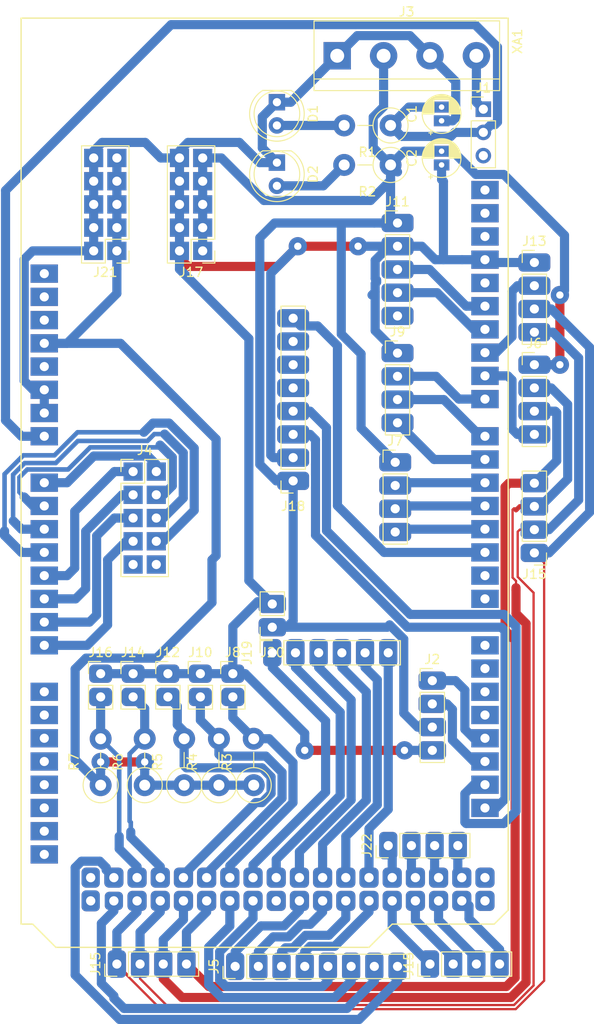
<source format=kicad_pcb>
(kicad_pcb (version 20171130) (host pcbnew "(5.1.2)-2")

  (general
    (thickness 1.6)
    (drawings 0)
    (tracks 569)
    (zones 0)
    (modules 36)
    (nets 93)
  )

  (page A4)
  (layers
    (0 F.Cu signal)
    (31 B.Cu signal)
    (32 B.Adhes user)
    (33 F.Adhes user)
    (34 B.Paste user)
    (35 F.Paste user)
    (36 B.SilkS user)
    (37 F.SilkS user)
    (38 B.Mask user)
    (39 F.Mask user)
    (40 Dwgs.User user)
    (41 Cmts.User user)
    (42 Eco1.User user)
    (43 Eco2.User user)
    (44 Edge.Cuts user)
    (45 Margin user)
    (46 B.CrtYd user)
    (47 F.CrtYd user)
    (48 B.Fab user)
    (49 F.Fab user)
  )

  (setup
    (last_trace_width 1)
    (user_trace_width 0.5)
    (user_trace_width 1)
    (trace_clearance 0.2)
    (zone_clearance 0.508)
    (zone_45_only no)
    (trace_min 0.2)
    (via_size 0.8)
    (via_drill 0.4)
    (via_min_size 0.4)
    (via_min_drill 0.3)
    (uvia_size 0.3)
    (uvia_drill 0.1)
    (uvias_allowed no)
    (uvia_min_size 0.2)
    (uvia_min_drill 0.1)
    (edge_width 0.05)
    (segment_width 0.2)
    (pcb_text_width 0.3)
    (pcb_text_size 1.5 1.5)
    (mod_edge_width 0.12)
    (mod_text_size 1 1)
    (mod_text_width 0.15)
    (pad_size 2.1 2)
    (pad_drill 1)
    (pad_to_mask_clearance 0.051)
    (solder_mask_min_width 0.25)
    (aux_axis_origin 0 0)
    (visible_elements 7FFFEFFF)
    (pcbplotparams
      (layerselection 0x010fc_ffffffff)
      (usegerberextensions false)
      (usegerberattributes false)
      (usegerberadvancedattributes false)
      (creategerberjobfile false)
      (excludeedgelayer true)
      (linewidth 0.100000)
      (plotframeref false)
      (viasonmask false)
      (mode 1)
      (useauxorigin false)
      (hpglpennumber 1)
      (hpglpenspeed 20)
      (hpglpendiameter 15.000000)
      (psnegative false)
      (psa4output false)
      (plotreference true)
      (plotvalue true)
      (plotinvisibletext false)
      (padsonsilk false)
      (subtractmaskfromsilk false)
      (outputformat 1)
      (mirror false)
      (drillshape 1)
      (scaleselection 1)
      (outputdirectory ""))
  )

  (net 0 "")
  (net 1 +12V)
  (net 2 GND)
  (net 3 +5V)
  (net 4 "Net-(D1-Pad2)")
  (net 5 "Net-(D2-Pad2)")
  (net 6 "Net-(J1-Pad1)")
  (net 7 "Net-(J1-Pad3)")
  (net 8 "Net-(J2-Pad1)")
  (net 9 "Net-(J2-Pad2)")
  (net 10 "Net-(J4-Pad1)")
  (net 11 "Net-(J4-Pad2)")
  (net 12 "Net-(J4-Pad3)")
  (net 13 "Net-(J4-Pad4)")
  (net 14 "Net-(J4-Pad5)")
  (net 15 "Net-(J4-Pad6)")
  (net 16 "Net-(J4-Pad7)")
  (net 17 "Net-(J4-Pad8)")
  (net 18 D37)
  (net 19 D35)
  (net 20 D33)
  (net 21 D31)
  (net 22 "Net-(J5-Pad5)")
  (net 23 "Net-(J5-Pad6)")
  (net 24 "Net-(J5-Pad7)")
  (net 25 "Net-(J5-Pad8)")
  (net 26 IN2)
  (net 27 IN1)
  (net 28 "Net-(J6-Pad4)")
  (net 29 "Net-(J7-Pad4)")
  (net 30 "Net-(J7-Pad3)")
  (net 31 "Net-(J7-Pad2)")
  (net 32 "Net-(J8-Pad2)")
  (net 33 "Net-(J9-Pad2)")
  (net 34 "Net-(J9-Pad3)")
  (net 35 "Net-(J9-Pad4)")
  (net 36 "Net-(J10-Pad2)")
  (net 37 "Net-(J11-Pad3)")
  (net 38 "Net-(J11-Pad4)")
  (net 39 "Net-(J11-Pad5)")
  (net 40 "Net-(J12-Pad2)")
  (net 41 IN3)
  (net 42 IN4)
  (net 43 "Net-(J13-Pad2)")
  (net 44 "Net-(J14-Pad2)")
  (net 45 "Net-(J15-Pad1)")
  (net 46 "Net-(J15-Pad2)")
  (net 47 "Net-(J15-Pad3)")
  (net 48 "Net-(J15-Pad4)")
  (net 49 "Net-(J16-Pad2)")
  (net 50 SCL)
  (net 51 SDA)
  (net 52 "Net-(J18-Pad5)")
  (net 53 "Net-(J18-Pad6)")
  (net 54 "Net-(J18-Pad7)")
  (net 55 Interupt)
  (net 56 "Net-(J19-Pad1)")
  (net 57 "Net-(J19-Pad2)")
  (net 58 "Net-(J19-Pad3)")
  (net 59 "Net-(J19-Pad4)")
  (net 60 "Net-(J19-Pad5)")
  (net 61 "Net-(J19-Pad6)")
  (net 62 +3V3)
  (net 63 "Net-(J22-Pad4)")
  (net 64 "Net-(J22-Pad3)")
  (net 65 "Net-(J22-Pad2)")
  (net 66 "Net-(J22-Pad1)")
  (net 67 "Net-(XA1-Pad5V1)")
  (net 68 "Net-(XA1-PadRST1)")
  (net 69 "Net-(XA1-PadIORF)")
  (net 70 "Net-(XA1-PadD17)")
  (net 71 "Net-(XA1-PadD16)")
  (net 72 "Net-(XA1-PadD15)")
  (net 73 "Net-(XA1-PadD14)")
  (net 74 "Net-(XA1-PadD0)")
  (net 75 "Net-(XA1-PadD1)")
  (net 76 "Net-(XA1-PadSCL1)")
  (net 77 "Net-(XA1-PadSDA1)")
  (net 78 "Net-(XA1-PadAREF)")
  (net 79 "Net-(XA1-PadD13)")
  (net 80 "Net-(XA1-PadA8)")
  (net 81 "Net-(XA1-PadA9)")
  (net 82 "Net-(XA1-PadA10)")
  (net 83 "Net-(XA1-PadA11)")
  (net 84 "Net-(XA1-PadDAC0)")
  (net 85 "Net-(XA1-PadDAC1)")
  (net 86 "Net-(XA1-PadCANR)")
  (net 87 "Net-(XA1-PadCANT)")
  (net 88 "Net-(XA1-Pad5V3)")
  (net 89 "Net-(XA1-Pad5V4)")
  (net 90 "Net-(XA1-PadD39)")
  (net 91 "Net-(XA1-PadGND5)")
  (net 92 "Net-(XA1-PadGND6)")

  (net_class Default "This is the default net class."
    (clearance 0.2)
    (trace_width 0.25)
    (via_dia 0.8)
    (via_drill 0.4)
    (uvia_dia 0.3)
    (uvia_drill 0.1)
    (add_net +12V)
    (add_net +3V3)
    (add_net +5V)
    (add_net D31)
    (add_net D33)
    (add_net D35)
    (add_net D37)
    (add_net GND)
    (add_net IN1)
    (add_net IN2)
    (add_net IN3)
    (add_net IN4)
    (add_net Interupt)
    (add_net "Net-(D1-Pad2)")
    (add_net "Net-(D2-Pad2)")
    (add_net "Net-(J1-Pad1)")
    (add_net "Net-(J1-Pad3)")
    (add_net "Net-(J10-Pad2)")
    (add_net "Net-(J11-Pad3)")
    (add_net "Net-(J11-Pad4)")
    (add_net "Net-(J11-Pad5)")
    (add_net "Net-(J12-Pad2)")
    (add_net "Net-(J13-Pad2)")
    (add_net "Net-(J14-Pad2)")
    (add_net "Net-(J15-Pad1)")
    (add_net "Net-(J15-Pad2)")
    (add_net "Net-(J15-Pad3)")
    (add_net "Net-(J15-Pad4)")
    (add_net "Net-(J16-Pad2)")
    (add_net "Net-(J18-Pad5)")
    (add_net "Net-(J18-Pad6)")
    (add_net "Net-(J18-Pad7)")
    (add_net "Net-(J19-Pad1)")
    (add_net "Net-(J19-Pad2)")
    (add_net "Net-(J19-Pad3)")
    (add_net "Net-(J19-Pad4)")
    (add_net "Net-(J19-Pad5)")
    (add_net "Net-(J19-Pad6)")
    (add_net "Net-(J2-Pad1)")
    (add_net "Net-(J2-Pad2)")
    (add_net "Net-(J22-Pad1)")
    (add_net "Net-(J22-Pad2)")
    (add_net "Net-(J22-Pad3)")
    (add_net "Net-(J22-Pad4)")
    (add_net "Net-(J4-Pad1)")
    (add_net "Net-(J4-Pad2)")
    (add_net "Net-(J4-Pad3)")
    (add_net "Net-(J4-Pad4)")
    (add_net "Net-(J4-Pad5)")
    (add_net "Net-(J4-Pad6)")
    (add_net "Net-(J4-Pad7)")
    (add_net "Net-(J4-Pad8)")
    (add_net "Net-(J5-Pad5)")
    (add_net "Net-(J5-Pad6)")
    (add_net "Net-(J5-Pad7)")
    (add_net "Net-(J5-Pad8)")
    (add_net "Net-(J6-Pad4)")
    (add_net "Net-(J7-Pad2)")
    (add_net "Net-(J7-Pad3)")
    (add_net "Net-(J7-Pad4)")
    (add_net "Net-(J8-Pad2)")
    (add_net "Net-(J9-Pad2)")
    (add_net "Net-(J9-Pad3)")
    (add_net "Net-(J9-Pad4)")
    (add_net "Net-(XA1-Pad5V1)")
    (add_net "Net-(XA1-Pad5V3)")
    (add_net "Net-(XA1-Pad5V4)")
    (add_net "Net-(XA1-PadA10)")
    (add_net "Net-(XA1-PadA11)")
    (add_net "Net-(XA1-PadA8)")
    (add_net "Net-(XA1-PadA9)")
    (add_net "Net-(XA1-PadAREF)")
    (add_net "Net-(XA1-PadCANR)")
    (add_net "Net-(XA1-PadCANT)")
    (add_net "Net-(XA1-PadD0)")
    (add_net "Net-(XA1-PadD1)")
    (add_net "Net-(XA1-PadD13)")
    (add_net "Net-(XA1-PadD14)")
    (add_net "Net-(XA1-PadD15)")
    (add_net "Net-(XA1-PadD16)")
    (add_net "Net-(XA1-PadD17)")
    (add_net "Net-(XA1-PadD39)")
    (add_net "Net-(XA1-PadDAC0)")
    (add_net "Net-(XA1-PadDAC1)")
    (add_net "Net-(XA1-PadGND5)")
    (add_net "Net-(XA1-PadGND6)")
    (add_net "Net-(XA1-PadIORF)")
    (add_net "Net-(XA1-PadRST1)")
    (add_net "Net-(XA1-PadSCL1)")
    (add_net "Net-(XA1-PadSDA1)")
    (add_net SCL)
    (add_net SDA)
  )

  (module Connector_PinHeader_2.54mm:PinHeader_1x04_P2.54mm_Vertical (layer F.Cu) (tedit 5EA5B883) (tstamp 5EA63107)
    (at 143.002 90.17 180)
    (descr "Through hole straight pin header, 1x04, 2.54mm pitch, single row")
    (tags "Through hole pin header THT 1x04 2.54mm single row")
    (path /5EA691EF)
    (fp_text reference J15 (at 0 -2.33) (layer F.SilkS)
      (effects (font (size 1 1) (thickness 0.15)))
    )
    (fp_text value Enc1 (at 0 9.95) (layer F.Fab)
      (effects (font (size 1 1) (thickness 0.15)))
    )
    (fp_line (start -0.635 -1.27) (end 1.27 -1.27) (layer F.Fab) (width 0.1))
    (fp_line (start 1.27 -1.27) (end 1.27 8.89) (layer F.Fab) (width 0.1))
    (fp_line (start 1.27 8.89) (end -1.27 8.89) (layer F.Fab) (width 0.1))
    (fp_line (start -1.27 8.89) (end -1.27 -0.635) (layer F.Fab) (width 0.1))
    (fp_line (start -1.27 -0.635) (end -0.635 -1.27) (layer F.Fab) (width 0.1))
    (fp_line (start -1.33 8.95) (end 1.33 8.95) (layer F.SilkS) (width 0.12))
    (fp_line (start -1.33 1.27) (end -1.33 8.95) (layer F.SilkS) (width 0.12))
    (fp_line (start 1.33 1.27) (end 1.33 8.95) (layer F.SilkS) (width 0.12))
    (fp_line (start -1.33 1.27) (end 1.33 1.27) (layer F.SilkS) (width 0.12))
    (fp_line (start -1.33 0) (end -1.33 -1.33) (layer F.SilkS) (width 0.12))
    (fp_line (start -1.33 -1.33) (end 0 -1.33) (layer F.SilkS) (width 0.12))
    (fp_line (start -1.8 -1.8) (end -1.8 9.4) (layer F.CrtYd) (width 0.05))
    (fp_line (start -1.8 9.4) (end 1.8 9.4) (layer F.CrtYd) (width 0.05))
    (fp_line (start 1.8 9.4) (end 1.8 -1.8) (layer F.CrtYd) (width 0.05))
    (fp_line (start 1.8 -1.8) (end -1.8 -1.8) (layer F.CrtYd) (width 0.05))
    (fp_text user %R (at 0 3.81 90) (layer F.Fab)
      (effects (font (size 1 1) (thickness 0.15)))
    )
    (pad 1 thru_hole roundrect (at 0 0 180) (size 3 2) (drill 1) (layers *.Cu *.Mask) (roundrect_rratio 0.25)
      (net 42 IN4))
    (pad 2 thru_hole roundrect (at 0 2.54 180) (size 3 2) (drill 1) (layers *.Cu *.Mask) (roundrect_rratio 0.25)
      (net 41 IN3))
    (pad 3 thru_hole roundrect (at 0 5.08 180) (size 3 2) (drill 1) (layers *.Cu *.Mask) (roundrect_rratio 0.25)
      (net 26 IN2))
    (pad 4 thru_hole roundrect (at 0 7.62 180) (size 3 2) (drill 1) (layers *.Cu *.Mask) (roundrect_rratio 0.25)
      (net 27 IN1))
    (model ${KISYS3DMOD}/Connector_PinHeader_2.54mm.3dshapes/PinHeader_1x04_P2.54mm_Vertical.wrl
      (at (xyz 0 0 0))
      (scale (xyz 1 1 1))
      (rotate (xyz 0 0 0))
    )
  )

  (module Connector_PinHeader_2.54mm:PinHeader_1x04_P2.54mm_Vertical (layer F.Cu) (tedit 5EA5B883) (tstamp 5EA62CC9)
    (at 97.282 135.128 90)
    (descr "Through hole straight pin header, 1x04, 2.54mm pitch, single row")
    (tags "Through hole pin header THT 1x04 2.54mm single row")
    (path /5EA691EF)
    (fp_text reference J15 (at 0 -2.33 90) (layer F.SilkS)
      (effects (font (size 1 1) (thickness 0.15)))
    )
    (fp_text value Enc1 (at 0 9.95 90) (layer F.Fab)
      (effects (font (size 1 1) (thickness 0.15)))
    )
    (fp_text user %R (at 0 3.81) (layer F.Fab)
      (effects (font (size 1 1) (thickness 0.15)))
    )
    (fp_line (start 1.8 -1.8) (end -1.8 -1.8) (layer F.CrtYd) (width 0.05))
    (fp_line (start 1.8 9.4) (end 1.8 -1.8) (layer F.CrtYd) (width 0.05))
    (fp_line (start -1.8 9.4) (end 1.8 9.4) (layer F.CrtYd) (width 0.05))
    (fp_line (start -1.8 -1.8) (end -1.8 9.4) (layer F.CrtYd) (width 0.05))
    (fp_line (start -1.33 -1.33) (end 0 -1.33) (layer F.SilkS) (width 0.12))
    (fp_line (start -1.33 0) (end -1.33 -1.33) (layer F.SilkS) (width 0.12))
    (fp_line (start -1.33 1.27) (end 1.33 1.27) (layer F.SilkS) (width 0.12))
    (fp_line (start 1.33 1.27) (end 1.33 8.95) (layer F.SilkS) (width 0.12))
    (fp_line (start -1.33 1.27) (end -1.33 8.95) (layer F.SilkS) (width 0.12))
    (fp_line (start -1.33 8.95) (end 1.33 8.95) (layer F.SilkS) (width 0.12))
    (fp_line (start -1.27 -0.635) (end -0.635 -1.27) (layer F.Fab) (width 0.1))
    (fp_line (start -1.27 8.89) (end -1.27 -0.635) (layer F.Fab) (width 0.1))
    (fp_line (start 1.27 8.89) (end -1.27 8.89) (layer F.Fab) (width 0.1))
    (fp_line (start 1.27 -1.27) (end 1.27 8.89) (layer F.Fab) (width 0.1))
    (fp_line (start -0.635 -1.27) (end 1.27 -1.27) (layer F.Fab) (width 0.1))
    (pad 4 thru_hole roundrect (at 0 7.62 90) (size 3 2) (drill 1) (layers *.Cu *.Mask) (roundrect_rratio 0.25)
      (net 27 IN1))
    (pad 3 thru_hole roundrect (at 0 5.08 90) (size 3 2) (drill 1) (layers *.Cu *.Mask) (roundrect_rratio 0.25)
      (net 26 IN2))
    (pad 2 thru_hole roundrect (at 0 2.54 90) (size 3 2) (drill 1) (layers *.Cu *.Mask) (roundrect_rratio 0.25)
      (net 41 IN3))
    (pad 1 thru_hole roundrect (at 0 0 90) (size 3 2) (drill 1) (layers *.Cu *.Mask) (roundrect_rratio 0.25)
      (net 42 IN4))
    (model ${KISYS3DMOD}/Connector_PinHeader_2.54mm.3dshapes/PinHeader_1x04_P2.54mm_Vertical.wrl
      (at (xyz 0 0 0))
      (scale (xyz 1 1 1))
      (rotate (xyz 0 0 0))
    )
  )

  (module Connector_PinHeader_2.54mm:PinHeader_1x04_P2.54mm_Vertical (layer F.Cu) (tedit 59FED5CC) (tstamp 5EA5920E)
    (at 143.002 69.596)
    (descr "Through hole straight pin header, 1x04, 2.54mm pitch, single row")
    (tags "Through hole pin header THT 1x04 2.54mm single row")
    (path /5EB0FE57)
    (fp_text reference J6 (at 0 -2.33) (layer F.SilkS)
      (effects (font (size 1 1) (thickness 0.15)))
    )
    (fp_text value Motor3 (at 0 9.95) (layer F.Fab)
      (effects (font (size 1 1) (thickness 0.15)))
    )
    (fp_text user %R (at 0 3.81 90) (layer F.Fab)
      (effects (font (size 1 1) (thickness 0.15)))
    )
    (fp_line (start 1.8 -1.8) (end -1.8 -1.8) (layer F.CrtYd) (width 0.05))
    (fp_line (start 1.8 9.4) (end 1.8 -1.8) (layer F.CrtYd) (width 0.05))
    (fp_line (start -1.8 9.4) (end 1.8 9.4) (layer F.CrtYd) (width 0.05))
    (fp_line (start -1.8 -1.8) (end -1.8 9.4) (layer F.CrtYd) (width 0.05))
    (fp_line (start -1.33 -1.33) (end 0 -1.33) (layer F.SilkS) (width 0.12))
    (fp_line (start -1.33 0) (end -1.33 -1.33) (layer F.SilkS) (width 0.12))
    (fp_line (start -1.33 1.27) (end 1.33 1.27) (layer F.SilkS) (width 0.12))
    (fp_line (start 1.33 1.27) (end 1.33 8.95) (layer F.SilkS) (width 0.12))
    (fp_line (start -1.33 1.27) (end -1.33 8.95) (layer F.SilkS) (width 0.12))
    (fp_line (start -1.33 8.95) (end 1.33 8.95) (layer F.SilkS) (width 0.12))
    (fp_line (start -1.27 -0.635) (end -0.635 -1.27) (layer F.Fab) (width 0.1))
    (fp_line (start -1.27 8.89) (end -1.27 -0.635) (layer F.Fab) (width 0.1))
    (fp_line (start 1.27 8.89) (end -1.27 8.89) (layer F.Fab) (width 0.1))
    (fp_line (start 1.27 -1.27) (end 1.27 8.89) (layer F.Fab) (width 0.1))
    (fp_line (start -0.635 -1.27) (end 1.27 -1.27) (layer F.Fab) (width 0.1))
    (pad 4 thru_hole roundrect (at 0 7.62) (size 3.5 2) (drill 1) (layers *.Cu *.Mask) (roundrect_rratio 0.25)
      (net 28 "Net-(J6-Pad4)"))
    (pad 3 thru_hole roundrect (at 0 5.08) (size 3.5 2) (drill 1) (layers *.Cu *.Mask) (roundrect_rratio 0.25)
      (net 27 IN1))
    (pad 2 thru_hole roundrect (at 0 2.54) (size 3.5 2) (drill 1) (layers *.Cu *.Mask) (roundrect_rratio 0.25)
      (net 26 IN2))
    (pad 1 thru_hole roundrect (at 0 0) (size 3.5 2) (drill 1) (layers *.Cu *.Mask) (roundrect_rratio 0.25)
      (net 3 +5V))
    (model ${KISYS3DMOD}/Connector_PinHeader_2.54mm.3dshapes/PinHeader_1x04_P2.54mm_Vertical.wrl
      (at (xyz 0 0 0))
      (scale (xyz 1 1 1))
      (rotate (xyz 0 0 0))
    )
  )

  (module Arduino:Arduino_Due_Shield (layer F.Cu) (tedit 5EA53BCA) (tstamp 5EA5946A)
    (at 86.792999 31.698001 270)
    (descr https://store.arduino.cc/arduino-due)
    (path /5E8FAD0D)
    (fp_text reference XA1 (at 2.54 -54.356 90) (layer F.SilkS)
      (effects (font (size 1 1) (thickness 0.15)))
    )
    (fp_text value Arduino_Due_Shield (at 15.494 -54.356 90) (layer F.Fab)
      (effects (font (size 1 1) (thickness 0.15)))
    )
    (fp_line (start 11.43 -12.065) (end 11.43 -3.175) (layer B.CrtYd) (width 0.15))
    (fp_line (start -1.905 -3.175) (end 11.43 -3.175) (layer B.CrtYd) (width 0.15))
    (fp_line (start -1.905 -12.065) (end -1.905 -3.175) (layer B.CrtYd) (width 0.15))
    (fp_line (start -1.905 -12.065) (end 11.43 -12.065) (layer B.CrtYd) (width 0.15))
    (fp_line (start 0 -53.34) (end 0 0) (layer F.SilkS) (width 0.15))
    (fp_line (start 99.06 -40.64) (end 99.06 -51.816) (layer F.SilkS) (width 0.15))
    (fp_line (start 101.6 -38.1) (end 99.06 -40.64) (layer F.SilkS) (width 0.15))
    (fp_line (start 101.6 -3.81) (end 101.6 -38.1) (layer F.SilkS) (width 0.15))
    (fp_line (start 99.06 -1.27) (end 101.6 -3.81) (layer F.SilkS) (width 0.15))
    (fp_line (start 99.06 0) (end 99.06 -1.27) (layer F.SilkS) (width 0.15))
    (fp_line (start 97.536 -53.34) (end 99.06 -51.816) (layer F.SilkS) (width 0.15))
    (fp_line (start 0 0) (end 99.06 0) (layer F.SilkS) (width 0.15))
    (fp_line (start 0 -53.34) (end 97.536 -53.34) (layer F.SilkS) (width 0.15))
    (pad A0 thru_hole rect (at 50.8 -2.54 270) (size 2 3) (drill 1) (layers *.Cu *.Mask)
      (net 11 "Net-(J4-Pad2)"))
    (pad VIN thru_hole rect (at 45.72 -2.54 270) (size 2 3) (drill 1) (layers *.Cu *.Mask)
      (net 1 +12V))
    (pad GND3 thru_hole rect (at 43.18 -2.54 270) (size 2 3) (drill 1) (layers *.Cu *.Mask)
      (net 2 GND))
    (pad GND2 thru_hole rect (at 40.64 -2.54 270) (size 2 3) (drill 1) (layers *.Cu *.Mask)
      (net 2 GND))
    (pad 5V1 thru_hole rect (at 38.1 -2.54 270) (size 2 3) (drill 1) (layers *.Cu *.Mask)
      (net 67 "Net-(XA1-Pad5V1)"))
    (pad 3V3 thru_hole rect (at 35.56 -2.54 270) (size 2 3) (drill 1) (layers *.Cu *.Mask)
      (net 62 +3V3))
    (pad RST1 thru_hole rect (at 33.02 -2.54 270) (size 2 3) (drill 1) (layers *.Cu *.Mask)
      (net 68 "Net-(XA1-PadRST1)"))
    (pad IORF thru_hole rect (at 30.48 -2.54 270) (size 2 3) (drill 1) (layers *.Cu *.Mask)
      (net 69 "Net-(XA1-PadIORF)"))
    (pad D21 thru_hole rect (at 86.36 -50.8 270) (size 2 3) (drill 1) (layers *.Cu *.Mask)
      (net 50 SCL))
    (pad D20 thru_hole rect (at 83.82 -50.8 270) (size 2 3) (drill 1) (layers *.Cu *.Mask)
      (net 51 SDA))
    (pad D19 thru_hole rect (at 81.28 -50.8 270) (size 2 3) (drill 1) (layers *.Cu *.Mask)
      (net 9 "Net-(J2-Pad2)"))
    (pad D18 thru_hole rect (at 78.74 -50.8 270) (size 2 3) (drill 1) (layers *.Cu *.Mask)
      (net 8 "Net-(J2-Pad1)"))
    (pad D17 thru_hole rect (at 76.2 -50.8 270) (size 2 3) (drill 1) (layers *.Cu *.Mask)
      (net 70 "Net-(XA1-PadD17)"))
    (pad D16 thru_hole rect (at 73.66 -50.8 270) (size 2 3) (drill 1) (layers *.Cu *.Mask)
      (net 71 "Net-(XA1-PadD16)"))
    (pad D15 thru_hole rect (at 71.12 -50.8 270) (size 2 3) (drill 1) (layers *.Cu *.Mask)
      (net 72 "Net-(XA1-PadD15)"))
    (pad D14 thru_hole rect (at 68.58 -50.8 270) (size 2 3) (drill 1) (layers *.Cu *.Mask)
      (net 73 "Net-(XA1-PadD14)"))
    (pad D0 thru_hole rect (at 63.5 -50.8 270) (size 2 3) (drill 1) (layers *.Cu *.Mask)
      (net 74 "Net-(XA1-PadD0)"))
    (pad D1 thru_hole rect (at 60.96 -50.8 270) (size 2 3) (drill 1) (layers *.Cu *.Mask)
      (net 75 "Net-(XA1-PadD1)"))
    (pad D2 thru_hole rect (at 58.42 -50.8 270) (size 2 3) (drill 1) (layers *.Cu *.Mask)
      (net 55 Interupt))
    (pad D3 thru_hole rect (at 55.88 -50.8 270) (size 2 3) (drill 1) (layers *.Cu *.Mask)
      (net 29 "Net-(J7-Pad4)"))
    (pad D4 thru_hole rect (at 53.34 -50.8 270) (size 2 3) (drill 1) (layers *.Cu *.Mask)
      (net 30 "Net-(J7-Pad3)"))
    (pad D5 thru_hole rect (at 50.8 -50.8 270) (size 2 3) (drill 1) (layers *.Cu *.Mask)
      (net 31 "Net-(J7-Pad2)"))
    (pad D6 thru_hole rect (at 48.26 -50.8 270) (size 2 3) (drill 1) (layers *.Cu *.Mask)
      (net 35 "Net-(J9-Pad4)"))
    (pad D7 thru_hole rect (at 45.72 -50.8 270) (size 2 3) (drill 1) (layers *.Cu *.Mask)
      (net 34 "Net-(J9-Pad3)"))
    (pad GND1 thru_hole rect (at 26.416 -50.8 270) (size 2 3) (drill 1) (layers *.Cu *.Mask)
      (net 2 GND))
    (pad D8 thru_hole rect (at 41.656 -50.8 270) (size 2 3) (drill 1) (layers *.Cu *.Mask)
      (net 33 "Net-(J9-Pad2)"))
    (pad D9 thru_hole rect (at 39.116 -50.8 270) (size 2 3) (drill 1) (layers *.Cu *.Mask)
      (net 28 "Net-(J6-Pad4)"))
    (pad D10 thru_hole rect (at 36.576 -50.8 270) (size 2 3) (drill 1) (layers *.Cu *.Mask)
      (net 43 "Net-(J13-Pad2)"))
    (pad SCL1 thru_hole rect (at 18.796 -50.8 270) (size 2 3) (drill 1) (layers *.Cu *.Mask)
      (net 76 "Net-(XA1-PadSCL1)"))
    (pad SDA1 thru_hole rect (at 21.336 -50.8 270) (size 2 3) (drill 1) (layers *.Cu *.Mask)
      (net 77 "Net-(XA1-PadSDA1)"))
    (pad AREF thru_hole rect (at 23.876 -50.8 270) (size 2 3) (drill 1) (layers *.Cu *.Mask)
      (net 78 "Net-(XA1-PadAREF)"))
    (pad D13 thru_hole rect (at 28.956 -50.8 270) (size 2 3) (drill 1) (layers *.Cu *.Mask)
      (net 79 "Net-(XA1-PadD13)"))
    (pad D12 thru_hole rect (at 31.496 -50.8 270) (size 2 3) (drill 1) (layers *.Cu *.Mask)
      (net 37 "Net-(J11-Pad3)"))
    (pad D11 thru_hole rect (at 34.036 -50.8 270) (size 2 3) (drill 1) (layers *.Cu *.Mask)
      (net 38 "Net-(J11-Pad4)"))
    (pad "" thru_hole rect (at 27.94 -2.54 270) (size 2 3) (drill 1) (layers *.Cu *.Mask))
    (pad A1 thru_hole rect (at 53.34 -2.54 270) (size 2 3) (drill 1) (layers *.Cu *.Mask)
      (net 13 "Net-(J4-Pad4)"))
    (pad A2 thru_hole rect (at 55.88 -2.54 270) (size 2 3) (drill 1) (layers *.Cu *.Mask)
      (net 15 "Net-(J4-Pad6)"))
    (pad A3 thru_hole rect (at 58.42 -2.54 270) (size 2 3) (drill 1) (layers *.Cu *.Mask)
      (net 17 "Net-(J4-Pad8)"))
    (pad A4 thru_hole rect (at 60.96 -2.54 270) (size 2 3) (drill 1) (layers *.Cu *.Mask)
      (net 10 "Net-(J4-Pad1)"))
    (pad A5 thru_hole rect (at 63.5 -2.54 270) (size 2 3) (drill 1) (layers *.Cu *.Mask)
      (net 12 "Net-(J4-Pad3)"))
    (pad A6 thru_hole rect (at 66.04 -2.54 270) (size 2 3) (drill 1) (layers *.Cu *.Mask)
      (net 14 "Net-(J4-Pad5)"))
    (pad A7 thru_hole rect (at 68.58 -2.54 270) (size 2 3) (drill 1) (layers *.Cu *.Mask)
      (net 16 "Net-(J4-Pad7)"))
    (pad A8 thru_hole rect (at 73.66 -2.54 270) (size 2 3) (drill 1) (layers *.Cu *.Mask)
      (net 80 "Net-(XA1-PadA8)"))
    (pad A9 thru_hole rect (at 76.2 -2.54 270) (size 2 3) (drill 1) (layers *.Cu *.Mask)
      (net 81 "Net-(XA1-PadA9)"))
    (pad A10 thru_hole rect (at 78.74 -2.54 270) (size 2 3) (drill 1) (layers *.Cu *.Mask)
      (net 82 "Net-(XA1-PadA10)"))
    (pad A11 thru_hole rect (at 81.28 -2.54 270) (size 2 3) (drill 1) (layers *.Cu *.Mask)
      (net 83 "Net-(XA1-PadA11)"))
    (pad DAC0 thru_hole rect (at 83.82 -2.54 270) (size 2 3) (drill 1) (layers *.Cu *.Mask)
      (net 84 "Net-(XA1-PadDAC0)"))
    (pad DAC1 thru_hole rect (at 86.36 -2.54 270) (size 2 3) (drill 1) (layers *.Cu *.Mask)
      (net 85 "Net-(XA1-PadDAC1)"))
    (pad CANR thru_hole rect (at 88.9 -2.54 270) (size 2 3) (drill 1) (layers *.Cu *.Mask)
      (net 86 "Net-(XA1-PadCANR)"))
    (pad CANT thru_hole rect (at 91.44 -2.54 270) (size 2 3) (drill 1) (layers *.Cu *.Mask)
      (net 87 "Net-(XA1-PadCANT)"))
    (pad 5V3 thru_hole roundrect (at 93.98 -50.8 270) (size 2.2 2.1) (drill 1.016) (layers *.Cu *.Mask) (roundrect_rratio 0.25)
      (net 88 "Net-(XA1-Pad5V3)"))
    (pad 5V4 thru_hole roundrect (at 96.52 -50.8 270) (size 2.2 2.1) (drill 1.016) (layers *.Cu *.Mask) (roundrect_rratio 0.25)
      (net 89 "Net-(XA1-Pad5V4)"))
    (pad D22 thru_hole roundrect (at 93.98 -48.26 270) (size 2.2 2.1) (drill 1.016) (layers *.Cu *.Mask) (roundrect_rratio 0.25)
      (net 63 "Net-(J22-Pad4)"))
    (pad D23 thru_hole roundrect (at 96.52 -48.26 270) (size 2.2 2.1) (drill 1.016) (layers *.Cu *.Mask) (roundrect_rratio 0.25)
      (net 48 "Net-(J15-Pad4)"))
    (pad D24 thru_hole roundrect (at 93.98 -45.72 270) (size 2.2 2.1) (drill 1.016) (layers *.Cu *.Mask) (roundrect_rratio 0.25)
      (net 64 "Net-(J22-Pad3)"))
    (pad D25 thru_hole roundrect (at 96.52 -45.72 270) (size 2.2 2.1) (drill 1.016) (layers *.Cu *.Mask) (roundrect_rratio 0.25)
      (net 47 "Net-(J15-Pad3)"))
    (pad D26 thru_hole roundrect (at 93.98 -43.18 270) (size 2.2 2.1) (drill 1.016) (layers *.Cu *.Mask) (roundrect_rratio 0.25)
      (net 65 "Net-(J22-Pad2)"))
    (pad D27 thru_hole roundrect (at 96.52 -43.18 270) (size 2.2 2.1) (drill 1.016) (layers *.Cu *.Mask) (roundrect_rratio 0.25)
      (net 46 "Net-(J15-Pad2)"))
    (pad D28 thru_hole roundrect (at 93.98 -40.64 270) (size 2.2 2.1) (drill 1.016) (layers *.Cu *.Mask) (roundrect_rratio 0.25)
      (net 66 "Net-(J22-Pad1)"))
    (pad D29 thru_hole roundrect (at 96.52 -40.64 270) (size 2.2 2.1) (drill 1.016) (layers *.Cu *.Mask) (roundrect_rratio 0.25)
      (net 45 "Net-(J15-Pad1)"))
    (pad D30 thru_hole roundrect (at 93.98 -38.1 270) (size 2.2 2.1) (drill 1.016) (layers *.Cu *.Mask) (roundrect_rratio 0.25)
      (net 61 "Net-(J19-Pad6)"))
    (pad D31 thru_hole roundrect (at 96.52 -38.1 270) (size 2.2 2.1) (drill 1.016) (layers *.Cu *.Mask) (roundrect_rratio 0.25)
      (net 21 D31))
    (pad D32 thru_hole roundrect (at 93.98 -35.56 270) (size 2.2 2.1) (drill 1.016) (layers *.Cu *.Mask) (roundrect_rratio 0.25)
      (net 60 "Net-(J19-Pad5)"))
    (pad D33 thru_hole roundrect (at 96.52 -35.56 270) (size 2.2 2.1) (drill 1.016) (layers *.Cu *.Mask) (roundrect_rratio 0.25)
      (net 20 D33))
    (pad D34 thru_hole roundrect (at 93.98 -33.02 270) (size 2.2 2.1) (drill 1.016) (layers *.Cu *.Mask) (roundrect_rratio 0.25)
      (net 59 "Net-(J19-Pad4)"))
    (pad D35 thru_hole roundrect (at 96.52 -33.02 270) (size 2.2 2.1) (drill 1.016) (layers *.Cu *.Mask) (roundrect_rratio 0.25)
      (net 19 D35))
    (pad D36 thru_hole roundrect (at 93.98 -30.48 270) (size 2.2 2.1) (drill 1.016) (layers *.Cu *.Mask) (roundrect_rratio 0.25)
      (net 58 "Net-(J19-Pad3)"))
    (pad D37 thru_hole roundrect (at 96.52 -30.48 270) (size 2.2 2.1) (drill 1.016) (layers *.Cu *.Mask) (roundrect_rratio 0.25)
      (net 18 D37))
    (pad D38 thru_hole roundrect (at 93.98 -27.94 270) (size 2.2 2.1) (drill 1.016) (layers *.Cu *.Mask) (roundrect_rratio 0.25)
      (net 57 "Net-(J19-Pad2)"))
    (pad D39 thru_hole roundrect (at 96.52 -27.94 270) (size 2.2 2.1) (drill 1.016) (layers *.Cu *.Mask) (roundrect_rratio 0.25)
      (net 90 "Net-(XA1-PadD39)"))
    (pad D40 thru_hole roundrect (at 93.98 -25.4 270) (size 2.2 2.1) (drill 1.016) (layers *.Cu *.Mask) (roundrect_rratio 0.25)
      (net 56 "Net-(J19-Pad1)"))
    (pad D41 thru_hole roundrect (at 96.52 -25.4 270) (size 2.2 2.1) (drill 1.016) (layers *.Cu *.Mask) (roundrect_rratio 0.25)
      (net 22 "Net-(J5-Pad5)"))
    (pad D42 thru_hole roundrect (at 93.98 -22.86 270) (size 2.2 2.1) (drill 1.016) (layers *.Cu *.Mask) (roundrect_rratio 0.25)
      (net 32 "Net-(J8-Pad2)"))
    (pad D43 thru_hole roundrect (at 96.52 -22.86 270) (size 2.2 2.1) (drill 1.016) (layers *.Cu *.Mask) (roundrect_rratio 0.25)
      (net 23 "Net-(J5-Pad6)"))
    (pad D44 thru_hole roundrect (at 93.98 -20.32 270) (size 2.2 2.1) (drill 1.016) (layers *.Cu *.Mask) (roundrect_rratio 0.25)
      (net 36 "Net-(J10-Pad2)"))
    (pad D45 thru_hole roundrect (at 96.52 -20.32 270) (size 2.2 2.1) (drill 1.016) (layers *.Cu *.Mask) (roundrect_rratio 0.25)
      (net 27 IN1))
    (pad D46 thru_hole roundrect (at 93.98 -17.78 270) (size 2.2 2.1) (drill 1.016) (layers *.Cu *.Mask) (roundrect_rratio 0.25)
      (net 40 "Net-(J12-Pad2)"))
    (pad D47 thru_hole roundrect (at 96.52 -17.78 270) (size 2.2 2.1) (drill 1.016) (layers *.Cu *.Mask) (roundrect_rratio 0.25)
      (net 26 IN2))
    (pad D48 thru_hole roundrect (at 93.98 -15.24 270) (size 2.2 2.1) (drill 1.016) (layers *.Cu *.Mask) (roundrect_rratio 0.25)
      (net 44 "Net-(J14-Pad2)"))
    (pad D49 thru_hole roundrect (at 96.52 -15.24 270) (size 2.2 2.1) (drill 1.016) (layers *.Cu *.Mask) (roundrect_rratio 0.25)
      (net 41 IN3))
    (pad D50 thru_hole roundrect (at 93.98 -12.7 270) (size 2.2 2.1) (drill 1.016) (layers *.Cu *.Mask) (roundrect_rratio 0.25)
      (net 49 "Net-(J16-Pad2)"))
    (pad D51 thru_hole roundrect (at 96.52 -12.7 270) (size 2.2 2.1) (drill 1.016) (layers *.Cu *.Mask) (roundrect_rratio 0.25)
      (net 42 IN4))
    (pad D52 thru_hole roundrect (at 93.98 -10.16 270) (size 2.2 2.1) (drill 1.016) (layers *.Cu *.Mask) (roundrect_rratio 0.25)
      (net 25 "Net-(J5-Pad8)"))
    (pad D53 thru_hole roundrect (at 96.52 -10.16 270) (size 2 2) (drill 1.016) (layers *.Cu *.Mask) (roundrect_rratio 0.25)
      (net 24 "Net-(J5-Pad7)"))
    (pad GND5 thru_hole roundrect (at 93.98 -7.62 270) (size 2.2 2) (drill 1.016) (layers *.Cu *.Mask) (roundrect_rratio 0.25)
      (net 91 "Net-(XA1-PadGND5)"))
    (pad GND6 thru_hole roundrect (at 96.52 -7.62 270) (size 2.3 2) (drill 1.016) (layers *.Cu *.Mask) (roundrect_rratio 0.25)
      (net 92 "Net-(XA1-PadGND6)"))
  )

  (module Capacitor_THT:CP_Radial_D4.0mm_P1.50mm (layer F.Cu) (tedit 5EA53DD1) (tstamp 5EA590E4)
    (at 132.842 42.926 90)
    (descr "CP, Radial series, Radial, pin pitch=1.50mm, , diameter=4mm, Electrolytic Capacitor")
    (tags "CP Radial series Radial pin pitch 1.50mm  diameter 4mm Electrolytic Capacitor")
    (path /5EA449A1)
    (fp_text reference C1 (at 0.75 -3.25 90) (layer F.SilkS)
      (effects (font (size 1 1) (thickness 0.15)))
    )
    (fp_text value 0.1UF (at 0.75 3.25 90) (layer F.Fab)
      (effects (font (size 1 1) (thickness 0.15)))
    )
    (fp_text user %R (at 0.75 0 90) (layer F.Fab)
      (effects (font (size 0.8 0.8) (thickness 0.12)))
    )
    (fp_line (start -1.319801 -1.395) (end -1.319801 -0.995) (layer F.SilkS) (width 0.12))
    (fp_line (start -1.519801 -1.195) (end -1.119801 -1.195) (layer F.SilkS) (width 0.12))
    (fp_line (start 2.831 -0.37) (end 2.831 0.37) (layer F.SilkS) (width 0.12))
    (fp_line (start 2.791 -0.537) (end 2.791 0.537) (layer F.SilkS) (width 0.12))
    (fp_line (start 2.751 -0.664) (end 2.751 0.664) (layer F.SilkS) (width 0.12))
    (fp_line (start 2.711 -0.768) (end 2.711 0.768) (layer F.SilkS) (width 0.12))
    (fp_line (start 2.671 -0.859) (end 2.671 0.859) (layer F.SilkS) (width 0.12))
    (fp_line (start 2.631 -0.94) (end 2.631 0.94) (layer F.SilkS) (width 0.12))
    (fp_line (start 2.591 -1.013) (end 2.591 1.013) (layer F.SilkS) (width 0.12))
    (fp_line (start 2.551 -1.08) (end 2.551 1.08) (layer F.SilkS) (width 0.12))
    (fp_line (start 2.511 -1.142) (end 2.511 1.142) (layer F.SilkS) (width 0.12))
    (fp_line (start 2.471 -1.2) (end 2.471 1.2) (layer F.SilkS) (width 0.12))
    (fp_line (start 2.431 -1.254) (end 2.431 1.254) (layer F.SilkS) (width 0.12))
    (fp_line (start 2.391 -1.304) (end 2.391 1.304) (layer F.SilkS) (width 0.12))
    (fp_line (start 2.351 -1.351) (end 2.351 1.351) (layer F.SilkS) (width 0.12))
    (fp_line (start 2.311 0.84) (end 2.311 1.396) (layer F.SilkS) (width 0.12))
    (fp_line (start 2.311 -1.396) (end 2.311 -0.84) (layer F.SilkS) (width 0.12))
    (fp_line (start 2.271 0.84) (end 2.271 1.438) (layer F.SilkS) (width 0.12))
    (fp_line (start 2.271 -1.438) (end 2.271 -0.84) (layer F.SilkS) (width 0.12))
    (fp_line (start 2.231 0.84) (end 2.231 1.478) (layer F.SilkS) (width 0.12))
    (fp_line (start 2.231 -1.478) (end 2.231 -0.84) (layer F.SilkS) (width 0.12))
    (fp_line (start 2.191 0.84) (end 2.191 1.516) (layer F.SilkS) (width 0.12))
    (fp_line (start 2.191 -1.516) (end 2.191 -0.84) (layer F.SilkS) (width 0.12))
    (fp_line (start 2.151 0.84) (end 2.151 1.552) (layer F.SilkS) (width 0.12))
    (fp_line (start 2.151 -1.552) (end 2.151 -0.84) (layer F.SilkS) (width 0.12))
    (fp_line (start 2.111 0.84) (end 2.111 1.587) (layer F.SilkS) (width 0.12))
    (fp_line (start 2.111 -1.587) (end 2.111 -0.84) (layer F.SilkS) (width 0.12))
    (fp_line (start 2.071 0.84) (end 2.071 1.619) (layer F.SilkS) (width 0.12))
    (fp_line (start 2.071 -1.619) (end 2.071 -0.84) (layer F.SilkS) (width 0.12))
    (fp_line (start 2.031 0.84) (end 2.031 1.65) (layer F.SilkS) (width 0.12))
    (fp_line (start 2.031 -1.65) (end 2.031 -0.84) (layer F.SilkS) (width 0.12))
    (fp_line (start 1.991 0.84) (end 1.991 1.68) (layer F.SilkS) (width 0.12))
    (fp_line (start 1.991 -1.68) (end 1.991 -0.84) (layer F.SilkS) (width 0.12))
    (fp_line (start 1.951 0.84) (end 1.951 1.708) (layer F.SilkS) (width 0.12))
    (fp_line (start 1.951 -1.708) (end 1.951 -0.84) (layer F.SilkS) (width 0.12))
    (fp_line (start 1.911 0.84) (end 1.911 1.735) (layer F.SilkS) (width 0.12))
    (fp_line (start 1.911 -1.735) (end 1.911 -0.84) (layer F.SilkS) (width 0.12))
    (fp_line (start 1.871 0.84) (end 1.871 1.76) (layer F.SilkS) (width 0.12))
    (fp_line (start 1.871 -1.76) (end 1.871 -0.84) (layer F.SilkS) (width 0.12))
    (fp_line (start 1.831 0.84) (end 1.831 1.785) (layer F.SilkS) (width 0.12))
    (fp_line (start 1.831 -1.785) (end 1.831 -0.84) (layer F.SilkS) (width 0.12))
    (fp_line (start 1.791 0.84) (end 1.791 1.808) (layer F.SilkS) (width 0.12))
    (fp_line (start 1.791 -1.808) (end 1.791 -0.84) (layer F.SilkS) (width 0.12))
    (fp_line (start 1.751 0.84) (end 1.751 1.83) (layer F.SilkS) (width 0.12))
    (fp_line (start 1.751 -1.83) (end 1.751 -0.84) (layer F.SilkS) (width 0.12))
    (fp_line (start 1.711 0.84) (end 1.711 1.851) (layer F.SilkS) (width 0.12))
    (fp_line (start 1.711 -1.851) (end 1.711 -0.84) (layer F.SilkS) (width 0.12))
    (fp_line (start 1.671 0.84) (end 1.671 1.87) (layer F.SilkS) (width 0.12))
    (fp_line (start 1.671 -1.87) (end 1.671 -0.84) (layer F.SilkS) (width 0.12))
    (fp_line (start 1.631 0.84) (end 1.631 1.889) (layer F.SilkS) (width 0.12))
    (fp_line (start 1.631 -1.889) (end 1.631 -0.84) (layer F.SilkS) (width 0.12))
    (fp_line (start 1.591 0.84) (end 1.591 1.907) (layer F.SilkS) (width 0.12))
    (fp_line (start 1.591 -1.907) (end 1.591 -0.84) (layer F.SilkS) (width 0.12))
    (fp_line (start 1.551 0.84) (end 1.551 1.924) (layer F.SilkS) (width 0.12))
    (fp_line (start 1.551 -1.924) (end 1.551 -0.84) (layer F.SilkS) (width 0.12))
    (fp_line (start 1.511 0.84) (end 1.511 1.94) (layer F.SilkS) (width 0.12))
    (fp_line (start 1.511 -1.94) (end 1.511 -0.84) (layer F.SilkS) (width 0.12))
    (fp_line (start 1.471 0.84) (end 1.471 1.954) (layer F.SilkS) (width 0.12))
    (fp_line (start 1.471 -1.954) (end 1.471 -0.84) (layer F.SilkS) (width 0.12))
    (fp_line (start 1.43 0.84) (end 1.43 1.968) (layer F.SilkS) (width 0.12))
    (fp_line (start 1.43 -1.968) (end 1.43 -0.84) (layer F.SilkS) (width 0.12))
    (fp_line (start 1.39 0.84) (end 1.39 1.982) (layer F.SilkS) (width 0.12))
    (fp_line (start 1.39 -1.982) (end 1.39 -0.84) (layer F.SilkS) (width 0.12))
    (fp_line (start 1.35 0.84) (end 1.35 1.994) (layer F.SilkS) (width 0.12))
    (fp_line (start 1.35 -1.994) (end 1.35 -0.84) (layer F.SilkS) (width 0.12))
    (fp_line (start 1.31 0.84) (end 1.31 2.005) (layer F.SilkS) (width 0.12))
    (fp_line (start 1.31 -2.005) (end 1.31 -0.84) (layer F.SilkS) (width 0.12))
    (fp_line (start 1.27 0.84) (end 1.27 2.016) (layer F.SilkS) (width 0.12))
    (fp_line (start 1.27 -2.016) (end 1.27 -0.84) (layer F.SilkS) (width 0.12))
    (fp_line (start 1.23 0.84) (end 1.23 2.025) (layer F.SilkS) (width 0.12))
    (fp_line (start 1.23 -2.025) (end 1.23 -0.84) (layer F.SilkS) (width 0.12))
    (fp_line (start 1.19 0.84) (end 1.19 2.034) (layer F.SilkS) (width 0.12))
    (fp_line (start 1.19 -2.034) (end 1.19 -0.84) (layer F.SilkS) (width 0.12))
    (fp_line (start 1.15 0.84) (end 1.15 2.042) (layer F.SilkS) (width 0.12))
    (fp_line (start 1.15 -2.042) (end 1.15 -0.84) (layer F.SilkS) (width 0.12))
    (fp_line (start 1.11 0.84) (end 1.11 2.05) (layer F.SilkS) (width 0.12))
    (fp_line (start 1.11 -2.05) (end 1.11 -0.84) (layer F.SilkS) (width 0.12))
    (fp_line (start 1.07 0.84) (end 1.07 2.056) (layer F.SilkS) (width 0.12))
    (fp_line (start 1.07 -2.056) (end 1.07 -0.84) (layer F.SilkS) (width 0.12))
    (fp_line (start 1.03 0.84) (end 1.03 2.062) (layer F.SilkS) (width 0.12))
    (fp_line (start 1.03 -2.062) (end 1.03 -0.84) (layer F.SilkS) (width 0.12))
    (fp_line (start 0.99 0.84) (end 0.99 2.067) (layer F.SilkS) (width 0.12))
    (fp_line (start 0.99 -2.067) (end 0.99 -0.84) (layer F.SilkS) (width 0.12))
    (fp_line (start 0.95 0.84) (end 0.95 2.071) (layer F.SilkS) (width 0.12))
    (fp_line (start 0.95 -2.071) (end 0.95 -0.84) (layer F.SilkS) (width 0.12))
    (fp_line (start 0.91 0.84) (end 0.91 2.074) (layer F.SilkS) (width 0.12))
    (fp_line (start 0.91 -2.074) (end 0.91 -0.84) (layer F.SilkS) (width 0.12))
    (fp_line (start 0.87 0.84) (end 0.87 2.077) (layer F.SilkS) (width 0.12))
    (fp_line (start 0.87 -2.077) (end 0.87 -0.84) (layer F.SilkS) (width 0.12))
    (fp_line (start 0.83 -2.079) (end 0.83 -0.84) (layer F.SilkS) (width 0.12))
    (fp_line (start 0.83 0.84) (end 0.83 2.079) (layer F.SilkS) (width 0.12))
    (fp_line (start 0.79 -2.08) (end 0.79 -0.84) (layer F.SilkS) (width 0.12))
    (fp_line (start 0.79 0.84) (end 0.79 2.08) (layer F.SilkS) (width 0.12))
    (fp_line (start 0.75 -2.08) (end 0.75 -0.84) (layer F.SilkS) (width 0.12))
    (fp_line (start 0.75 0.84) (end 0.75 2.08) (layer F.SilkS) (width 0.12))
    (fp_line (start -0.752554 -1.0675) (end -0.752554 -0.6675) (layer F.Fab) (width 0.1))
    (fp_line (start -0.952554 -0.8675) (end -0.552554 -0.8675) (layer F.Fab) (width 0.1))
    (fp_circle (center 0.75 0) (end 3 0) (layer F.CrtYd) (width 0.05))
    (fp_circle (center 0.75 0) (end 2.87 0) (layer F.SilkS) (width 0.12))
    (fp_circle (center 0.75 0) (end 2.75 0) (layer F.Fab) (width 0.1))
    (pad 2 thru_hole rect (at 1.5 0 90) (size 1.2 1.7) (drill 0.6) (layers *.Cu *.Mask)
      (net 1 +12V))
    (pad 1 thru_hole rect (at 0 0 90) (size 1.2 1.7) (drill 0.6) (layers *.Cu *.Mask)
      (net 2 GND))
    (model ${KISYS3DMOD}/Capacitor_THT.3dshapes/CP_Radial_D4.0mm_P1.50mm.wrl
      (at (xyz 0 0 0))
      (scale (xyz 1 1 1))
      (rotate (xyz 0 0 0))
    )
  )

  (module Capacitor_THT:CP_Radial_D4.0mm_P1.50mm (layer F.Cu) (tedit 5AE50EF0) (tstamp 5EA5914F)
    (at 132.842 47.752 90)
    (descr "CP, Radial series, Radial, pin pitch=1.50mm, , diameter=4mm, Electrolytic Capacitor")
    (tags "CP Radial series Radial pin pitch 1.50mm  diameter 4mm Electrolytic Capacitor")
    (path /5EA6D546)
    (fp_text reference C2 (at 0.75 -3.25 90) (layer F.SilkS)
      (effects (font (size 1 1) (thickness 0.15)))
    )
    (fp_text value 0.1UF (at 0.75 3.25 90) (layer F.Fab)
      (effects (font (size 1 1) (thickness 0.15)))
    )
    (fp_circle (center 0.75 0) (end 2.75 0) (layer F.Fab) (width 0.1))
    (fp_circle (center 0.75 0) (end 2.87 0) (layer F.SilkS) (width 0.12))
    (fp_circle (center 0.75 0) (end 3 0) (layer F.CrtYd) (width 0.05))
    (fp_line (start -0.952554 -0.8675) (end -0.552554 -0.8675) (layer F.Fab) (width 0.1))
    (fp_line (start -0.752554 -1.0675) (end -0.752554 -0.6675) (layer F.Fab) (width 0.1))
    (fp_line (start 0.75 0.84) (end 0.75 2.08) (layer F.SilkS) (width 0.12))
    (fp_line (start 0.75 -2.08) (end 0.75 -0.84) (layer F.SilkS) (width 0.12))
    (fp_line (start 0.79 0.84) (end 0.79 2.08) (layer F.SilkS) (width 0.12))
    (fp_line (start 0.79 -2.08) (end 0.79 -0.84) (layer F.SilkS) (width 0.12))
    (fp_line (start 0.83 0.84) (end 0.83 2.079) (layer F.SilkS) (width 0.12))
    (fp_line (start 0.83 -2.079) (end 0.83 -0.84) (layer F.SilkS) (width 0.12))
    (fp_line (start 0.87 -2.077) (end 0.87 -0.84) (layer F.SilkS) (width 0.12))
    (fp_line (start 0.87 0.84) (end 0.87 2.077) (layer F.SilkS) (width 0.12))
    (fp_line (start 0.91 -2.074) (end 0.91 -0.84) (layer F.SilkS) (width 0.12))
    (fp_line (start 0.91 0.84) (end 0.91 2.074) (layer F.SilkS) (width 0.12))
    (fp_line (start 0.95 -2.071) (end 0.95 -0.84) (layer F.SilkS) (width 0.12))
    (fp_line (start 0.95 0.84) (end 0.95 2.071) (layer F.SilkS) (width 0.12))
    (fp_line (start 0.99 -2.067) (end 0.99 -0.84) (layer F.SilkS) (width 0.12))
    (fp_line (start 0.99 0.84) (end 0.99 2.067) (layer F.SilkS) (width 0.12))
    (fp_line (start 1.03 -2.062) (end 1.03 -0.84) (layer F.SilkS) (width 0.12))
    (fp_line (start 1.03 0.84) (end 1.03 2.062) (layer F.SilkS) (width 0.12))
    (fp_line (start 1.07 -2.056) (end 1.07 -0.84) (layer F.SilkS) (width 0.12))
    (fp_line (start 1.07 0.84) (end 1.07 2.056) (layer F.SilkS) (width 0.12))
    (fp_line (start 1.11 -2.05) (end 1.11 -0.84) (layer F.SilkS) (width 0.12))
    (fp_line (start 1.11 0.84) (end 1.11 2.05) (layer F.SilkS) (width 0.12))
    (fp_line (start 1.15 -2.042) (end 1.15 -0.84) (layer F.SilkS) (width 0.12))
    (fp_line (start 1.15 0.84) (end 1.15 2.042) (layer F.SilkS) (width 0.12))
    (fp_line (start 1.19 -2.034) (end 1.19 -0.84) (layer F.SilkS) (width 0.12))
    (fp_line (start 1.19 0.84) (end 1.19 2.034) (layer F.SilkS) (width 0.12))
    (fp_line (start 1.23 -2.025) (end 1.23 -0.84) (layer F.SilkS) (width 0.12))
    (fp_line (start 1.23 0.84) (end 1.23 2.025) (layer F.SilkS) (width 0.12))
    (fp_line (start 1.27 -2.016) (end 1.27 -0.84) (layer F.SilkS) (width 0.12))
    (fp_line (start 1.27 0.84) (end 1.27 2.016) (layer F.SilkS) (width 0.12))
    (fp_line (start 1.31 -2.005) (end 1.31 -0.84) (layer F.SilkS) (width 0.12))
    (fp_line (start 1.31 0.84) (end 1.31 2.005) (layer F.SilkS) (width 0.12))
    (fp_line (start 1.35 -1.994) (end 1.35 -0.84) (layer F.SilkS) (width 0.12))
    (fp_line (start 1.35 0.84) (end 1.35 1.994) (layer F.SilkS) (width 0.12))
    (fp_line (start 1.39 -1.982) (end 1.39 -0.84) (layer F.SilkS) (width 0.12))
    (fp_line (start 1.39 0.84) (end 1.39 1.982) (layer F.SilkS) (width 0.12))
    (fp_line (start 1.43 -1.968) (end 1.43 -0.84) (layer F.SilkS) (width 0.12))
    (fp_line (start 1.43 0.84) (end 1.43 1.968) (layer F.SilkS) (width 0.12))
    (fp_line (start 1.471 -1.954) (end 1.471 -0.84) (layer F.SilkS) (width 0.12))
    (fp_line (start 1.471 0.84) (end 1.471 1.954) (layer F.SilkS) (width 0.12))
    (fp_line (start 1.511 -1.94) (end 1.511 -0.84) (layer F.SilkS) (width 0.12))
    (fp_line (start 1.511 0.84) (end 1.511 1.94) (layer F.SilkS) (width 0.12))
    (fp_line (start 1.551 -1.924) (end 1.551 -0.84) (layer F.SilkS) (width 0.12))
    (fp_line (start 1.551 0.84) (end 1.551 1.924) (layer F.SilkS) (width 0.12))
    (fp_line (start 1.591 -1.907) (end 1.591 -0.84) (layer F.SilkS) (width 0.12))
    (fp_line (start 1.591 0.84) (end 1.591 1.907) (layer F.SilkS) (width 0.12))
    (fp_line (start 1.631 -1.889) (end 1.631 -0.84) (layer F.SilkS) (width 0.12))
    (fp_line (start 1.631 0.84) (end 1.631 1.889) (layer F.SilkS) (width 0.12))
    (fp_line (start 1.671 -1.87) (end 1.671 -0.84) (layer F.SilkS) (width 0.12))
    (fp_line (start 1.671 0.84) (end 1.671 1.87) (layer F.SilkS) (width 0.12))
    (fp_line (start 1.711 -1.851) (end 1.711 -0.84) (layer F.SilkS) (width 0.12))
    (fp_line (start 1.711 0.84) (end 1.711 1.851) (layer F.SilkS) (width 0.12))
    (fp_line (start 1.751 -1.83) (end 1.751 -0.84) (layer F.SilkS) (width 0.12))
    (fp_line (start 1.751 0.84) (end 1.751 1.83) (layer F.SilkS) (width 0.12))
    (fp_line (start 1.791 -1.808) (end 1.791 -0.84) (layer F.SilkS) (width 0.12))
    (fp_line (start 1.791 0.84) (end 1.791 1.808) (layer F.SilkS) (width 0.12))
    (fp_line (start 1.831 -1.785) (end 1.831 -0.84) (layer F.SilkS) (width 0.12))
    (fp_line (start 1.831 0.84) (end 1.831 1.785) (layer F.SilkS) (width 0.12))
    (fp_line (start 1.871 -1.76) (end 1.871 -0.84) (layer F.SilkS) (width 0.12))
    (fp_line (start 1.871 0.84) (end 1.871 1.76) (layer F.SilkS) (width 0.12))
    (fp_line (start 1.911 -1.735) (end 1.911 -0.84) (layer F.SilkS) (width 0.12))
    (fp_line (start 1.911 0.84) (end 1.911 1.735) (layer F.SilkS) (width 0.12))
    (fp_line (start 1.951 -1.708) (end 1.951 -0.84) (layer F.SilkS) (width 0.12))
    (fp_line (start 1.951 0.84) (end 1.951 1.708) (layer F.SilkS) (width 0.12))
    (fp_line (start 1.991 -1.68) (end 1.991 -0.84) (layer F.SilkS) (width 0.12))
    (fp_line (start 1.991 0.84) (end 1.991 1.68) (layer F.SilkS) (width 0.12))
    (fp_line (start 2.031 -1.65) (end 2.031 -0.84) (layer F.SilkS) (width 0.12))
    (fp_line (start 2.031 0.84) (end 2.031 1.65) (layer F.SilkS) (width 0.12))
    (fp_line (start 2.071 -1.619) (end 2.071 -0.84) (layer F.SilkS) (width 0.12))
    (fp_line (start 2.071 0.84) (end 2.071 1.619) (layer F.SilkS) (width 0.12))
    (fp_line (start 2.111 -1.587) (end 2.111 -0.84) (layer F.SilkS) (width 0.12))
    (fp_line (start 2.111 0.84) (end 2.111 1.587) (layer F.SilkS) (width 0.12))
    (fp_line (start 2.151 -1.552) (end 2.151 -0.84) (layer F.SilkS) (width 0.12))
    (fp_line (start 2.151 0.84) (end 2.151 1.552) (layer F.SilkS) (width 0.12))
    (fp_line (start 2.191 -1.516) (end 2.191 -0.84) (layer F.SilkS) (width 0.12))
    (fp_line (start 2.191 0.84) (end 2.191 1.516) (layer F.SilkS) (width 0.12))
    (fp_line (start 2.231 -1.478) (end 2.231 -0.84) (layer F.SilkS) (width 0.12))
    (fp_line (start 2.231 0.84) (end 2.231 1.478) (layer F.SilkS) (width 0.12))
    (fp_line (start 2.271 -1.438) (end 2.271 -0.84) (layer F.SilkS) (width 0.12))
    (fp_line (start 2.271 0.84) (end 2.271 1.438) (layer F.SilkS) (width 0.12))
    (fp_line (start 2.311 -1.396) (end 2.311 -0.84) (layer F.SilkS) (width 0.12))
    (fp_line (start 2.311 0.84) (end 2.311 1.396) (layer F.SilkS) (width 0.12))
    (fp_line (start 2.351 -1.351) (end 2.351 1.351) (layer F.SilkS) (width 0.12))
    (fp_line (start 2.391 -1.304) (end 2.391 1.304) (layer F.SilkS) (width 0.12))
    (fp_line (start 2.431 -1.254) (end 2.431 1.254) (layer F.SilkS) (width 0.12))
    (fp_line (start 2.471 -1.2) (end 2.471 1.2) (layer F.SilkS) (width 0.12))
    (fp_line (start 2.511 -1.142) (end 2.511 1.142) (layer F.SilkS) (width 0.12))
    (fp_line (start 2.551 -1.08) (end 2.551 1.08) (layer F.SilkS) (width 0.12))
    (fp_line (start 2.591 -1.013) (end 2.591 1.013) (layer F.SilkS) (width 0.12))
    (fp_line (start 2.631 -0.94) (end 2.631 0.94) (layer F.SilkS) (width 0.12))
    (fp_line (start 2.671 -0.859) (end 2.671 0.859) (layer F.SilkS) (width 0.12))
    (fp_line (start 2.711 -0.768) (end 2.711 0.768) (layer F.SilkS) (width 0.12))
    (fp_line (start 2.751 -0.664) (end 2.751 0.664) (layer F.SilkS) (width 0.12))
    (fp_line (start 2.791 -0.537) (end 2.791 0.537) (layer F.SilkS) (width 0.12))
    (fp_line (start 2.831 -0.37) (end 2.831 0.37) (layer F.SilkS) (width 0.12))
    (fp_line (start -1.519801 -1.195) (end -1.119801 -1.195) (layer F.SilkS) (width 0.12))
    (fp_line (start -1.319801 -1.395) (end -1.319801 -0.995) (layer F.SilkS) (width 0.12))
    (fp_text user %R (at 0.75 0 90) (layer F.Fab)
      (effects (font (size 0.8 0.8) (thickness 0.12)))
    )
    (pad 1 thru_hole rect (at 0 0 90) (size 1.2 1.7) (drill 0.6) (layers *.Cu *.Mask)
      (net 2 GND))
    (pad 2 thru_hole rect (at 1.5 0 90) (size 1.2 1.7) (drill 0.6) (layers *.Cu *.Mask)
      (net 3 +5V))
    (model ${KISYS3DMOD}/Capacitor_THT.3dshapes/CP_Radial_D4.0mm_P1.50mm.wrl
      (at (xyz 0 0 0))
      (scale (xyz 1 1 1))
      (rotate (xyz 0 0 0))
    )
  )

  (module LED_THT:LED_D5.0mm_Clear (layer F.Cu) (tedit 5A6C9BC0) (tstamp 5EA59161)
    (at 114.808 40.894 270)
    (descr "LED, diameter 5.0mm, 2 pins, http://cdn-reichelt.de/documents/datenblatt/A500/LL-504BC2E-009.pdf")
    (tags "LED diameter 5.0mm 2 pins")
    (path /5EA87E5F)
    (fp_text reference D1 (at 1.27 -3.96 90) (layer F.SilkS)
      (effects (font (size 1 1) (thickness 0.15)))
    )
    (fp_text value LED (at 1.27 3.96 90) (layer F.Fab)
      (effects (font (size 1 1) (thickness 0.15)))
    )
    (fp_arc (start 1.27 0) (end -1.29 1.54483) (angle -148.9) (layer F.SilkS) (width 0.12))
    (fp_arc (start 1.27 0) (end -1.29 -1.54483) (angle 148.9) (layer F.SilkS) (width 0.12))
    (fp_arc (start 1.27 0) (end -1.23 -1.469694) (angle 299.1) (layer F.Fab) (width 0.1))
    (fp_circle (center 1.27 0) (end 3.77 0) (layer F.SilkS) (width 0.12))
    (fp_circle (center 1.27 0) (end 3.77 0) (layer F.Fab) (width 0.1))
    (fp_line (start 4.5 -3.25) (end -1.95 -3.25) (layer F.CrtYd) (width 0.05))
    (fp_line (start 4.5 3.25) (end 4.5 -3.25) (layer F.CrtYd) (width 0.05))
    (fp_line (start -1.95 3.25) (end 4.5 3.25) (layer F.CrtYd) (width 0.05))
    (fp_line (start -1.95 -3.25) (end -1.95 3.25) (layer F.CrtYd) (width 0.05))
    (fp_line (start -1.29 -1.545) (end -1.29 1.545) (layer F.SilkS) (width 0.12))
    (fp_line (start -1.23 -1.469694) (end -1.23 1.469694) (layer F.Fab) (width 0.1))
    (fp_text user %R (at 1.25 0 90) (layer F.Fab)
      (effects (font (size 0.8 0.8) (thickness 0.2)))
    )
    (pad 2 thru_hole circle (at 2.54 0 270) (size 1.8 1.8) (drill 0.9) (layers *.Cu *.Mask)
      (net 4 "Net-(D1-Pad2)"))
    (pad 1 thru_hole rect (at 0 0 270) (size 1.8 1.8) (drill 0.9) (layers *.Cu *.Mask)
      (net 2 GND))
    (model ${KISYS3DMOD}/LED_THT.3dshapes/LED_D5.0mm_Clear.wrl
      (at (xyz 0 0 0))
      (scale (xyz 1 1 1))
      (rotate (xyz 0 0 0))
    )
  )

  (module LED_THT:LED_D5.0mm_Clear (layer F.Cu) (tedit 5A6C9BC0) (tstamp 5EA59173)
    (at 114.808 47.498 270)
    (descr "LED, diameter 5.0mm, 2 pins, http://cdn-reichelt.de/documents/datenblatt/A500/LL-504BC2E-009.pdf")
    (tags "LED diameter 5.0mm 2 pins")
    (path /5EA8AFC7)
    (fp_text reference D2 (at 1.27 -3.96 90) (layer F.SilkS)
      (effects (font (size 1 1) (thickness 0.15)))
    )
    (fp_text value LED (at 1.27 3.96 90) (layer F.Fab)
      (effects (font (size 1 1) (thickness 0.15)))
    )
    (fp_text user %R (at 1.25 0 90) (layer F.Fab)
      (effects (font (size 0.8 0.8) (thickness 0.2)))
    )
    (fp_line (start -1.23 -1.469694) (end -1.23 1.469694) (layer F.Fab) (width 0.1))
    (fp_line (start -1.29 -1.545) (end -1.29 1.545) (layer F.SilkS) (width 0.12))
    (fp_line (start -1.95 -3.25) (end -1.95 3.25) (layer F.CrtYd) (width 0.05))
    (fp_line (start -1.95 3.25) (end 4.5 3.25) (layer F.CrtYd) (width 0.05))
    (fp_line (start 4.5 3.25) (end 4.5 -3.25) (layer F.CrtYd) (width 0.05))
    (fp_line (start 4.5 -3.25) (end -1.95 -3.25) (layer F.CrtYd) (width 0.05))
    (fp_circle (center 1.27 0) (end 3.77 0) (layer F.Fab) (width 0.1))
    (fp_circle (center 1.27 0) (end 3.77 0) (layer F.SilkS) (width 0.12))
    (fp_arc (start 1.27 0) (end -1.23 -1.469694) (angle 299.1) (layer F.Fab) (width 0.1))
    (fp_arc (start 1.27 0) (end -1.29 -1.54483) (angle 148.9) (layer F.SilkS) (width 0.12))
    (fp_arc (start 1.27 0) (end -1.29 1.54483) (angle -148.9) (layer F.SilkS) (width 0.12))
    (pad 1 thru_hole rect (at 0 0 270) (size 1.8 1.8) (drill 0.9) (layers *.Cu *.Mask)
      (net 2 GND))
    (pad 2 thru_hole circle (at 2.54 0 270) (size 1.8 1.8) (drill 0.9) (layers *.Cu *.Mask)
      (net 5 "Net-(D2-Pad2)"))
    (model ${KISYS3DMOD}/LED_THT.3dshapes/LED_D5.0mm_Clear.wrl
      (at (xyz 0 0 0))
      (scale (xyz 1 1 1))
      (rotate (xyz 0 0 0))
    )
  )

  (module Connector_PinHeader_2.54mm:PinHeader_1x03_P2.54mm_Vertical (layer F.Cu) (tedit 59FED5CC) (tstamp 5EA5AF21)
    (at 137.414 41.656)
    (descr "Through hole straight pin header, 1x03, 2.54mm pitch, single row")
    (tags "Through hole pin header THT 1x03 2.54mm single row")
    (path /5E94A76E)
    (fp_text reference J1 (at 0 -2.33) (layer F.SilkS)
      (effects (font (size 1 1) (thickness 0.15)))
    )
    (fp_text value Barrel_Jack_Switch (at 0 7.41) (layer F.Fab)
      (effects (font (size 1 1) (thickness 0.15)))
    )
    (fp_line (start -0.635 -1.27) (end 1.27 -1.27) (layer F.Fab) (width 0.1))
    (fp_line (start 1.27 -1.27) (end 1.27 6.35) (layer F.Fab) (width 0.1))
    (fp_line (start 1.27 6.35) (end -1.27 6.35) (layer F.Fab) (width 0.1))
    (fp_line (start -1.27 6.35) (end -1.27 -0.635) (layer F.Fab) (width 0.1))
    (fp_line (start -1.27 -0.635) (end -0.635 -1.27) (layer F.Fab) (width 0.1))
    (fp_line (start -1.33 6.41) (end 1.33 6.41) (layer F.SilkS) (width 0.12))
    (fp_line (start -1.33 1.27) (end -1.33 6.41) (layer F.SilkS) (width 0.12))
    (fp_line (start 1.33 1.27) (end 1.33 6.41) (layer F.SilkS) (width 0.12))
    (fp_line (start -1.33 1.27) (end 1.33 1.27) (layer F.SilkS) (width 0.12))
    (fp_line (start -1.33 0) (end -1.33 -1.33) (layer F.SilkS) (width 0.12))
    (fp_line (start -1.33 -1.33) (end 0 -1.33) (layer F.SilkS) (width 0.12))
    (fp_line (start -1.8 -1.8) (end -1.8 6.85) (layer F.CrtYd) (width 0.05))
    (fp_line (start -1.8 6.85) (end 1.8 6.85) (layer F.CrtYd) (width 0.05))
    (fp_line (start 1.8 6.85) (end 1.8 -1.8) (layer F.CrtYd) (width 0.05))
    (fp_line (start 1.8 -1.8) (end -1.8 -1.8) (layer F.CrtYd) (width 0.05))
    (fp_text user %R (at 0 2.54 90) (layer F.Fab)
      (effects (font (size 1 1) (thickness 0.15)))
    )
    (pad 1 thru_hole rect (at 0 0) (size 1.7 1.7) (drill 1) (layers *.Cu *.Mask)
      (net 6 "Net-(J1-Pad1)"))
    (pad 2 thru_hole oval (at 0 2.54) (size 1.7 1.7) (drill 1) (layers *.Cu *.Mask)
      (net 1 +12V))
    (pad 3 thru_hole oval (at 0 5.08) (size 1.7 1.7) (drill 1) (layers *.Cu *.Mask)
      (net 7 "Net-(J1-Pad3)"))
    (model ${KISYS3DMOD}/Connector_PinHeader_2.54mm.3dshapes/PinHeader_1x03_P2.54mm_Vertical.wrl
      (at (xyz 0 0 0))
      (scale (xyz 1 1 1))
      (rotate (xyz 0 0 0))
    )
  )

  (module Connector_PinHeader_2.54mm:PinHeader_1x04_P2.54mm_Vertical (layer F.Cu) (tedit 59FED5CC) (tstamp 5EA591A2)
    (at 131.826 104.14)
    (descr "Through hole straight pin header, 1x04, 2.54mm pitch, single row")
    (tags "Through hole pin header THT 1x04 2.54mm single row")
    (path /5E96779E)
    (fp_text reference J2 (at 0 -2.33) (layer F.SilkS)
      (effects (font (size 1 1) (thickness 0.15)))
    )
    (fp_text value Serial (at 0 9.95) (layer F.Fab)
      (effects (font (size 1 1) (thickness 0.15)))
    )
    (fp_line (start -0.635 -1.27) (end 1.27 -1.27) (layer F.Fab) (width 0.1))
    (fp_line (start 1.27 -1.27) (end 1.27 8.89) (layer F.Fab) (width 0.1))
    (fp_line (start 1.27 8.89) (end -1.27 8.89) (layer F.Fab) (width 0.1))
    (fp_line (start -1.27 8.89) (end -1.27 -0.635) (layer F.Fab) (width 0.1))
    (fp_line (start -1.27 -0.635) (end -0.635 -1.27) (layer F.Fab) (width 0.1))
    (fp_line (start -1.33 8.95) (end 1.33 8.95) (layer F.SilkS) (width 0.12))
    (fp_line (start -1.33 1.27) (end -1.33 8.95) (layer F.SilkS) (width 0.12))
    (fp_line (start 1.33 1.27) (end 1.33 8.95) (layer F.SilkS) (width 0.12))
    (fp_line (start -1.33 1.27) (end 1.33 1.27) (layer F.SilkS) (width 0.12))
    (fp_line (start -1.33 0) (end -1.33 -1.33) (layer F.SilkS) (width 0.12))
    (fp_line (start -1.33 -1.33) (end 0 -1.33) (layer F.SilkS) (width 0.12))
    (fp_line (start -1.8 -1.8) (end -1.8 9.4) (layer F.CrtYd) (width 0.05))
    (fp_line (start -1.8 9.4) (end 1.8 9.4) (layer F.CrtYd) (width 0.05))
    (fp_line (start 1.8 9.4) (end 1.8 -1.8) (layer F.CrtYd) (width 0.05))
    (fp_line (start 1.8 -1.8) (end -1.8 -1.8) (layer F.CrtYd) (width 0.05))
    (fp_text user %R (at 0 3.81 90) (layer F.Fab)
      (effects (font (size 1 1) (thickness 0.15)))
    )
    (pad 1 thru_hole roundrect (at 0 0) (size 3 2) (drill 1) (layers *.Cu *.Mask) (roundrect_rratio 0.25)
      (net 8 "Net-(J2-Pad1)"))
    (pad 2 thru_hole roundrect (at 0 2.54) (size 3 2) (drill 1) (layers *.Cu *.Mask) (roundrect_rratio 0.25)
      (net 9 "Net-(J2-Pad2)"))
    (pad 3 thru_hole roundrect (at 0 5.08) (size 3 2) (drill 1) (layers *.Cu *.Mask) (roundrect_rratio 0.25)
      (net 3 +5V))
    (pad 4 thru_hole roundrect (at 0 7.62) (size 3 2) (drill 1) (layers *.Cu *.Mask) (roundrect_rratio 0.25)
      (net 2 GND))
    (model ${KISYS3DMOD}/Connector_PinHeader_2.54mm.3dshapes/PinHeader_1x04_P2.54mm_Vertical.wrl
      (at (xyz 0 0 0))
      (scale (xyz 1 1 1))
      (rotate (xyz 0 0 0))
    )
  )

  (module TerminalBlock:TerminalBlock_bornier-4_P5.08mm (layer F.Cu) (tedit 59FF03D1) (tstamp 5EA591BA)
    (at 121.412 35.814)
    (descr "simple 4-pin terminal block, pitch 5.08mm, revamped version of bornier4")
    (tags "terminal block bornier4")
    (path /5E950CD9)
    (fp_text reference J3 (at 7.6 -4.8) (layer F.SilkS)
      (effects (font (size 1 1) (thickness 0.15)))
    )
    (fp_text value "Power " (at 7.6 4.75) (layer F.Fab)
      (effects (font (size 1 1) (thickness 0.15)))
    )
    (fp_text user %R (at 7.62 0) (layer F.Fab)
      (effects (font (size 1 1) (thickness 0.15)))
    )
    (fp_line (start -2.48 2.55) (end 17.72 2.55) (layer F.Fab) (width 0.1))
    (fp_line (start -2.43 3.75) (end -2.48 3.75) (layer F.Fab) (width 0.1))
    (fp_line (start -2.48 3.75) (end -2.48 -3.75) (layer F.Fab) (width 0.1))
    (fp_line (start -2.48 -3.75) (end 17.72 -3.75) (layer F.Fab) (width 0.1))
    (fp_line (start 17.72 -3.75) (end 17.72 3.75) (layer F.Fab) (width 0.1))
    (fp_line (start 17.72 3.75) (end -2.43 3.75) (layer F.Fab) (width 0.1))
    (fp_line (start -2.54 -3.81) (end -2.54 3.81) (layer F.SilkS) (width 0.12))
    (fp_line (start 17.78 3.81) (end 17.78 -3.81) (layer F.SilkS) (width 0.12))
    (fp_line (start 17.78 2.54) (end -2.54 2.54) (layer F.SilkS) (width 0.12))
    (fp_line (start -2.54 -3.81) (end 17.78 -3.81) (layer F.SilkS) (width 0.12))
    (fp_line (start -2.54 3.81) (end 17.78 3.81) (layer F.SilkS) (width 0.12))
    (fp_line (start -2.73 -4) (end 17.97 -4) (layer F.CrtYd) (width 0.05))
    (fp_line (start -2.73 -4) (end -2.73 4) (layer F.CrtYd) (width 0.05))
    (fp_line (start 17.97 4) (end 17.97 -4) (layer F.CrtYd) (width 0.05))
    (fp_line (start 17.97 4) (end -2.73 4) (layer F.CrtYd) (width 0.05))
    (pad 2 thru_hole circle (at 5.08 0) (size 3 3) (drill 1.52) (layers *.Cu *.Mask)
      (net 3 +5V))
    (pad 3 thru_hole circle (at 10.16 0) (size 3 3) (drill 1.52) (layers *.Cu *.Mask)
      (net 2 GND))
    (pad 1 thru_hole rect (at 0 0) (size 3 3) (drill 1.52) (layers *.Cu *.Mask)
      (net 2 GND))
    (pad 4 thru_hole circle (at 15.24 0) (size 3 3) (drill 1.52) (layers *.Cu *.Mask)
      (net 6 "Net-(J1-Pad1)"))
    (model ${KISYS3DMOD}/TerminalBlock.3dshapes/TerminalBlock_bornier-4_P5.08mm.wrl
      (offset (xyz 7.619999885559082 0 0))
      (scale (xyz 1 1 1))
      (rotate (xyz 0 0 0))
    )
  )

  (module Connector_PinHeader_2.54mm:PinHeader_2x05_P2.54mm_Vertical (layer F.Cu) (tedit 5EA5BB3A) (tstamp 5EA591DA)
    (at 99.06 81.28)
    (descr "Through hole straight pin header, 2x05, 2.54mm pitch, double rows")
    (tags "Through hole pin header THT 2x05 2.54mm double row")
    (path /5ED537A4)
    (fp_text reference J4 (at 1.27 -2.33) (layer F.SilkS)
      (effects (font (size 1 1) (thickness 0.15)))
    )
    (fp_text value analog (at 1.27 12.49) (layer F.Fab)
      (effects (font (size 1 1) (thickness 0.15)))
    )
    (fp_line (start 0 -1.27) (end 3.81 -1.27) (layer F.Fab) (width 0.1))
    (fp_line (start 3.81 -1.27) (end 3.81 11.43) (layer F.Fab) (width 0.1))
    (fp_line (start 3.81 11.43) (end -1.27 11.43) (layer F.Fab) (width 0.1))
    (fp_line (start -1.27 11.43) (end -1.27 0) (layer F.Fab) (width 0.1))
    (fp_line (start -1.27 0) (end 0 -1.27) (layer F.Fab) (width 0.1))
    (fp_line (start -1.33 11.49) (end 3.87 11.49) (layer F.SilkS) (width 0.12))
    (fp_line (start -1.33 1.27) (end -1.33 11.49) (layer F.SilkS) (width 0.12))
    (fp_line (start 3.87 -1.33) (end 3.87 11.49) (layer F.SilkS) (width 0.12))
    (fp_line (start -1.33 1.27) (end 1.27 1.27) (layer F.SilkS) (width 0.12))
    (fp_line (start 1.27 1.27) (end 1.27 -1.33) (layer F.SilkS) (width 0.12))
    (fp_line (start 1.27 -1.33) (end 3.87 -1.33) (layer F.SilkS) (width 0.12))
    (fp_line (start -1.33 0) (end -1.33 -1.33) (layer F.SilkS) (width 0.12))
    (fp_line (start -1.33 -1.33) (end 0 -1.33) (layer F.SilkS) (width 0.12))
    (fp_line (start -1.8 -1.8) (end -1.8 11.95) (layer F.CrtYd) (width 0.05))
    (fp_line (start -1.8 11.95) (end 4.35 11.95) (layer F.CrtYd) (width 0.05))
    (fp_line (start 4.35 11.95) (end 4.35 -1.8) (layer F.CrtYd) (width 0.05))
    (fp_line (start 4.35 -1.8) (end -1.8 -1.8) (layer F.CrtYd) (width 0.05))
    (fp_text user %R (at 1.27 5.08 90) (layer F.Fab)
      (effects (font (size 1 1) (thickness 0.15)))
    )
    (pad 1 thru_hole rect (at 0 0) (size 2.1 2) (drill 1) (layers *.Cu *.Mask)
      (net 10 "Net-(J4-Pad1)"))
    (pad 2 thru_hole rect (at 2.54 0) (size 2.1 2) (drill 1) (layers *.Cu *.Mask)
      (net 11 "Net-(J4-Pad2)"))
    (pad 3 thru_hole rect (at 0 2.54) (size 2.1 2) (drill 1) (layers *.Cu *.Mask)
      (net 12 "Net-(J4-Pad3)"))
    (pad 4 thru_hole rect (at 2.54 2.54) (size 2.1 2) (drill 1) (layers *.Cu *.Mask)
      (net 13 "Net-(J4-Pad4)"))
    (pad 5 thru_hole rect (at 0 5.08) (size 2.1 2) (drill 1) (layers *.Cu *.Mask)
      (net 14 "Net-(J4-Pad5)"))
    (pad 6 thru_hole rect (at 2.54 5.08) (size 2.1 2) (drill 1) (layers *.Cu *.Mask)
      (net 15 "Net-(J4-Pad6)"))
    (pad 7 thru_hole rect (at 0 7.62) (size 2.1 2) (drill 1) (layers *.Cu *.Mask)
      (net 16 "Net-(J4-Pad7)"))
    (pad 8 thru_hole rect (at 2.54 7.62) (size 2.1 2) (drill 1) (layers *.Cu *.Mask)
      (net 17 "Net-(J4-Pad8)"))
    (pad 9 thru_hole rect (at 0 10.16) (size 2.1 2) (drill 1) (layers *.Cu *.Mask))
    (pad 10 thru_hole rect (at 2.54 10.16) (size 2.1 2) (drill 1) (layers *.Cu *.Mask))
    (model ${KISYS3DMOD}/Connector_PinHeader_2.54mm.3dshapes/PinHeader_2x05_P2.54mm_Vertical.wrl
      (at (xyz 0 0 0))
      (scale (xyz 1 1 1))
      (rotate (xyz 0 0 0))
    )
  )

  (module Connector_PinHeader_2.54mm:PinHeader_1x08_P2.54mm_Vertical (layer F.Cu) (tedit 59FED5CC) (tstamp 5EA591F6)
    (at 110.236 135.382 90)
    (descr "Through hole straight pin header, 1x08, 2.54mm pitch, single row")
    (tags "Through hole pin header THT 1x08 2.54mm single row")
    (path /5EC18694)
    (fp_text reference J5 (at 0 -2.33 90) (layer F.SilkS)
      (effects (font (size 1 1) (thickness 0.15)))
    )
    (fp_text value Keypad (at 0 20.11 90) (layer F.Fab)
      (effects (font (size 1 1) (thickness 0.15)))
    )
    (fp_line (start -0.635 -1.27) (end 1.27 -1.27) (layer F.Fab) (width 0.1))
    (fp_line (start 1.27 -1.27) (end 1.27 19.05) (layer F.Fab) (width 0.1))
    (fp_line (start 1.27 19.05) (end -1.27 19.05) (layer F.Fab) (width 0.1))
    (fp_line (start -1.27 19.05) (end -1.27 -0.635) (layer F.Fab) (width 0.1))
    (fp_line (start -1.27 -0.635) (end -0.635 -1.27) (layer F.Fab) (width 0.1))
    (fp_line (start -1.33 19.11) (end 1.33 19.11) (layer F.SilkS) (width 0.12))
    (fp_line (start -1.33 1.27) (end -1.33 19.11) (layer F.SilkS) (width 0.12))
    (fp_line (start 1.33 1.27) (end 1.33 19.11) (layer F.SilkS) (width 0.12))
    (fp_line (start -1.33 1.27) (end 1.33 1.27) (layer F.SilkS) (width 0.12))
    (fp_line (start -1.33 0) (end -1.33 -1.33) (layer F.SilkS) (width 0.12))
    (fp_line (start -1.33 -1.33) (end 0 -1.33) (layer F.SilkS) (width 0.12))
    (fp_line (start -1.8 -1.8) (end -1.8 19.55) (layer F.CrtYd) (width 0.05))
    (fp_line (start -1.8 19.55) (end 1.8 19.55) (layer F.CrtYd) (width 0.05))
    (fp_line (start 1.8 19.55) (end 1.8 -1.8) (layer F.CrtYd) (width 0.05))
    (fp_line (start 1.8 -1.8) (end -1.8 -1.8) (layer F.CrtYd) (width 0.05))
    (fp_text user %R (at 0 8.89) (layer F.Fab)
      (effects (font (size 1 1) (thickness 0.15)))
    )
    (pad 1 thru_hole roundrect (at 0 0 90) (size 3 2) (drill 1) (layers *.Cu *.Mask) (roundrect_rratio 0.25)
      (net 18 D37))
    (pad 2 thru_hole roundrect (at 0 2.54 90) (size 3 2) (drill 1) (layers *.Cu *.Mask) (roundrect_rratio 0.25)
      (net 19 D35))
    (pad 3 thru_hole roundrect (at 0 5.08 90) (size 3 2) (drill 1) (layers *.Cu *.Mask) (roundrect_rratio 0.25)
      (net 20 D33))
    (pad 4 thru_hole roundrect (at 0 7.62 90) (size 3 2) (drill 1) (layers *.Cu *.Mask) (roundrect_rratio 0.25)
      (net 21 D31))
    (pad 5 thru_hole roundrect (at 0 10.16 90) (size 3 2) (drill 1) (layers *.Cu *.Mask) (roundrect_rratio 0.25)
      (net 22 "Net-(J5-Pad5)"))
    (pad 6 thru_hole roundrect (at 0 12.7 90) (size 3 2) (drill 1) (layers *.Cu *.Mask) (roundrect_rratio 0.25)
      (net 23 "Net-(J5-Pad6)"))
    (pad 7 thru_hole roundrect (at 0 15.24 90) (size 3 2) (drill 1) (layers *.Cu *.Mask) (roundrect_rratio 0.25)
      (net 24 "Net-(J5-Pad7)"))
    (pad 8 thru_hole roundrect (at 0 17.78 90) (size 3 2) (drill 1) (layers *.Cu *.Mask) (roundrect_rratio 0.25)
      (net 25 "Net-(J5-Pad8)"))
    (model ${KISYS3DMOD}/Connector_PinHeader_2.54mm.3dshapes/PinHeader_1x08_P2.54mm_Vertical.wrl
      (at (xyz 0 0 0))
      (scale (xyz 1 1 1))
      (rotate (xyz 0 0 0))
    )
  )

  (module Connector_PinHeader_2.54mm:PinHeader_1x04_P2.54mm_Vertical (layer F.Cu) (tedit 59FED5CC) (tstamp 5EA59226)
    (at 127.762 80.264)
    (descr "Through hole straight pin header, 1x04, 2.54mm pitch, single row")
    (tags "Through hole pin header THT 1x04 2.54mm single row")
    (path /5E910BE3)
    (fp_text reference J7 (at 0 -2.33) (layer F.SilkS)
      (effects (font (size 1 1) (thickness 0.15)))
    )
    (fp_text value Motor1 (at 0 9.95) (layer F.Fab)
      (effects (font (size 1 1) (thickness 0.15)))
    )
    (fp_text user %R (at -2.794 3.048 90) (layer F.Fab)
      (effects (font (size 1 1) (thickness 0.15)))
    )
    (fp_line (start 1.8 -1.8) (end -1.8 -1.8) (layer F.CrtYd) (width 0.05))
    (fp_line (start 1.8 9.4) (end 1.8 -1.8) (layer F.CrtYd) (width 0.05))
    (fp_line (start -1.8 9.4) (end 1.8 9.4) (layer F.CrtYd) (width 0.05))
    (fp_line (start -1.8 -1.8) (end -1.8 9.4) (layer F.CrtYd) (width 0.05))
    (fp_line (start -1.33 -1.33) (end 0 -1.33) (layer F.SilkS) (width 0.12))
    (fp_line (start -1.33 0) (end -1.33 -1.33) (layer F.SilkS) (width 0.12))
    (fp_line (start -1.33 1.27) (end 1.33 1.27) (layer F.SilkS) (width 0.12))
    (fp_line (start 1.33 1.27) (end 1.33 8.95) (layer F.SilkS) (width 0.12))
    (fp_line (start -1.33 1.27) (end -1.33 8.95) (layer F.SilkS) (width 0.12))
    (fp_line (start -1.33 8.95) (end 1.33 8.95) (layer F.SilkS) (width 0.12))
    (fp_line (start -1.27 -0.635) (end -0.635 -1.27) (layer F.Fab) (width 0.1))
    (fp_line (start -1.27 8.89) (end -1.27 -0.635) (layer F.Fab) (width 0.1))
    (fp_line (start 1.27 8.89) (end -1.27 8.89) (layer F.Fab) (width 0.1))
    (fp_line (start 1.27 -1.27) (end 1.27 8.89) (layer F.Fab) (width 0.1))
    (fp_line (start -0.635 -1.27) (end 1.27 -1.27) (layer F.Fab) (width 0.1))
    (pad 4 thru_hole roundrect (at 0 7.62) (size 3.5 2) (drill 1) (layers *.Cu *.Mask) (roundrect_rratio 0.25)
      (net 29 "Net-(J7-Pad4)"))
    (pad 3 thru_hole roundrect (at 0 5.08) (size 3.5 2) (drill 1) (layers *.Cu *.Mask) (roundrect_rratio 0.25)
      (net 30 "Net-(J7-Pad3)"))
    (pad 2 thru_hole roundrect (at 0 2.54) (size 3.5 2) (drill 1) (layers *.Cu *.Mask) (roundrect_rratio 0.25)
      (net 31 "Net-(J7-Pad2)"))
    (pad 1 thru_hole roundrect (at 0 0) (size 3.5 2) (drill 1) (layers *.Cu *.Mask) (roundrect_rratio 0.25)
      (net 3 +5V))
    (model ${KISYS3DMOD}/Connector_PinHeader_2.54mm.3dshapes/PinHeader_1x04_P2.54mm_Vertical.wrl
      (at (xyz 0 0 0))
      (scale (xyz 1 1 1))
      (rotate (xyz 0 0 0))
    )
  )

  (module Connector_PinHeader_2.54mm:PinHeader_1x02_P2.54mm_Vertical (layer F.Cu) (tedit 59FED5CC) (tstamp 5EA5923C)
    (at 109.982 103.378)
    (descr "Through hole straight pin header, 1x02, 2.54mm pitch, single row")
    (tags "Through hole pin header THT 1x02 2.54mm single row")
    (path /5E908583)
    (fp_text reference J8 (at 0 -2.33) (layer F.SilkS)
      (effects (font (size 1 1) (thickness 0.15)))
    )
    (fp_text value push1 (at 0 4.87) (layer F.Fab)
      (effects (font (size 1 1) (thickness 0.15)))
    )
    (fp_line (start -0.635 -1.27) (end 1.27 -1.27) (layer F.Fab) (width 0.1))
    (fp_line (start 1.27 -1.27) (end 1.27 3.81) (layer F.Fab) (width 0.1))
    (fp_line (start 1.27 3.81) (end -1.27 3.81) (layer F.Fab) (width 0.1))
    (fp_line (start -1.27 3.81) (end -1.27 -0.635) (layer F.Fab) (width 0.1))
    (fp_line (start -1.27 -0.635) (end -0.635 -1.27) (layer F.Fab) (width 0.1))
    (fp_line (start -1.33 3.87) (end 1.33 3.87) (layer F.SilkS) (width 0.12))
    (fp_line (start -1.33 1.27) (end -1.33 3.87) (layer F.SilkS) (width 0.12))
    (fp_line (start 1.33 1.27) (end 1.33 3.87) (layer F.SilkS) (width 0.12))
    (fp_line (start -1.33 1.27) (end 1.33 1.27) (layer F.SilkS) (width 0.12))
    (fp_line (start -1.33 0) (end -1.33 -1.33) (layer F.SilkS) (width 0.12))
    (fp_line (start -1.33 -1.33) (end 0 -1.33) (layer F.SilkS) (width 0.12))
    (fp_line (start -1.8 -1.8) (end -1.8 4.35) (layer F.CrtYd) (width 0.05))
    (fp_line (start -1.8 4.35) (end 1.8 4.35) (layer F.CrtYd) (width 0.05))
    (fp_line (start 1.8 4.35) (end 1.8 -1.8) (layer F.CrtYd) (width 0.05))
    (fp_line (start 1.8 -1.8) (end -1.8 -1.8) (layer F.CrtYd) (width 0.05))
    (fp_text user %R (at 0 1.27 90) (layer F.Fab)
      (effects (font (size 1 1) (thickness 0.15)))
    )
    (pad 1 thru_hole roundrect (at 0 0) (size 2.5 2) (drill 1) (layers *.Cu *.Mask) (roundrect_rratio 0.25)
      (net 2 GND))
    (pad 2 thru_hole roundrect (at 0 2.54) (size 2.5 2) (drill 1) (layers *.Cu *.Mask) (roundrect_rratio 0.25)
      (net 32 "Net-(J8-Pad2)"))
    (model ${KISYS3DMOD}/Connector_PinHeader_2.54mm.3dshapes/PinHeader_1x02_P2.54mm_Vertical.wrl
      (at (xyz 0 0 0))
      (scale (xyz 1 1 1))
      (rotate (xyz 0 0 0))
    )
  )

  (module Connector_PinHeader_2.54mm:PinHeader_1x04_P2.54mm_Vertical (layer F.Cu) (tedit 59FED5CC) (tstamp 5EA59254)
    (at 128.016 68.326)
    (descr "Through hole straight pin header, 1x04, 2.54mm pitch, single row")
    (tags "Through hole pin header THT 1x04 2.54mm single row")
    (path /5E91366A)
    (fp_text reference J9 (at 0 -2.33) (layer F.SilkS)
      (effects (font (size 1 1) (thickness 0.15)))
    )
    (fp_text value Motor2 (at 0 9.95) (layer F.Fab)
      (effects (font (size 1 1) (thickness 0.15)))
    )
    (fp_line (start -0.635 -1.27) (end 1.27 -1.27) (layer F.Fab) (width 0.1))
    (fp_line (start 1.27 -1.27) (end 1.27 8.89) (layer F.Fab) (width 0.1))
    (fp_line (start 1.27 8.89) (end -1.27 8.89) (layer F.Fab) (width 0.1))
    (fp_line (start -1.27 8.89) (end -1.27 -0.635) (layer F.Fab) (width 0.1))
    (fp_line (start -1.27 -0.635) (end -0.635 -1.27) (layer F.Fab) (width 0.1))
    (fp_line (start -1.33 8.95) (end 1.33 8.95) (layer F.SilkS) (width 0.12))
    (fp_line (start -1.33 1.27) (end -1.33 8.95) (layer F.SilkS) (width 0.12))
    (fp_line (start 1.33 1.27) (end 1.33 8.95) (layer F.SilkS) (width 0.12))
    (fp_line (start -1.33 1.27) (end 1.33 1.27) (layer F.SilkS) (width 0.12))
    (fp_line (start -1.33 0) (end -1.33 -1.33) (layer F.SilkS) (width 0.12))
    (fp_line (start -1.33 -1.33) (end 0 -1.33) (layer F.SilkS) (width 0.12))
    (fp_line (start -1.8 -1.8) (end -1.8 9.4) (layer F.CrtYd) (width 0.05))
    (fp_line (start -1.8 9.4) (end 1.8 9.4) (layer F.CrtYd) (width 0.05))
    (fp_line (start 1.8 9.4) (end 1.8 -1.8) (layer F.CrtYd) (width 0.05))
    (fp_line (start 1.8 -1.8) (end -1.8 -1.8) (layer F.CrtYd) (width 0.05))
    (fp_text user %R (at 0 3.81 90) (layer F.Fab)
      (effects (font (size 1 1) (thickness 0.15)))
    )
    (pad 1 thru_hole roundrect (at 0 0) (size 3.5 2) (drill 1) (layers *.Cu *.Mask) (roundrect_rratio 0.25)
      (net 2 GND))
    (pad 2 thru_hole roundrect (at 0 2.54) (size 3.5 2) (drill 1) (layers *.Cu *.Mask) (roundrect_rratio 0.25)
      (net 33 "Net-(J9-Pad2)"))
    (pad 3 thru_hole roundrect (at 0 5.08) (size 3.5 2) (drill 1) (layers *.Cu *.Mask) (roundrect_rratio 0.25)
      (net 34 "Net-(J9-Pad3)"))
    (pad 4 thru_hole roundrect (at 0 7.62) (size 3.5 2) (drill 1) (layers *.Cu *.Mask) (roundrect_rratio 0.25)
      (net 35 "Net-(J9-Pad4)"))
    (model ${KISYS3DMOD}/Connector_PinHeader_2.54mm.3dshapes/PinHeader_1x04_P2.54mm_Vertical.wrl
      (at (xyz 0 0 0))
      (scale (xyz 1 1 1))
      (rotate (xyz 0 0 0))
    )
  )

  (module Connector_PinHeader_2.54mm:PinHeader_1x02_P2.54mm_Vertical (layer F.Cu) (tedit 59FED5CC) (tstamp 5EA5926A)
    (at 106.426 103.378)
    (descr "Through hole straight pin header, 1x02, 2.54mm pitch, single row")
    (tags "Through hole pin header THT 1x02 2.54mm single row")
    (path /5E9376EF)
    (fp_text reference J10 (at 0 -2.33) (layer F.SilkS)
      (effects (font (size 1 1) (thickness 0.15)))
    )
    (fp_text value push2 (at 0 4.87) (layer F.Fab)
      (effects (font (size 1 1) (thickness 0.15)))
    )
    (fp_line (start -0.635 -1.27) (end 1.27 -1.27) (layer F.Fab) (width 0.1))
    (fp_line (start 1.27 -1.27) (end 1.27 3.81) (layer F.Fab) (width 0.1))
    (fp_line (start 1.27 3.81) (end -1.27 3.81) (layer F.Fab) (width 0.1))
    (fp_line (start -1.27 3.81) (end -1.27 -0.635) (layer F.Fab) (width 0.1))
    (fp_line (start -1.27 -0.635) (end -0.635 -1.27) (layer F.Fab) (width 0.1))
    (fp_line (start -1.33 3.87) (end 1.33 3.87) (layer F.SilkS) (width 0.12))
    (fp_line (start -1.33 1.27) (end -1.33 3.87) (layer F.SilkS) (width 0.12))
    (fp_line (start 1.33 1.27) (end 1.33 3.87) (layer F.SilkS) (width 0.12))
    (fp_line (start -1.33 1.27) (end 1.33 1.27) (layer F.SilkS) (width 0.12))
    (fp_line (start -1.33 0) (end -1.33 -1.33) (layer F.SilkS) (width 0.12))
    (fp_line (start -1.33 -1.33) (end 0 -1.33) (layer F.SilkS) (width 0.12))
    (fp_line (start -1.8 -1.8) (end -1.8 4.35) (layer F.CrtYd) (width 0.05))
    (fp_line (start -1.8 4.35) (end 1.8 4.35) (layer F.CrtYd) (width 0.05))
    (fp_line (start 1.8 4.35) (end 1.8 -1.8) (layer F.CrtYd) (width 0.05))
    (fp_line (start 1.8 -1.8) (end -1.8 -1.8) (layer F.CrtYd) (width 0.05))
    (fp_text user %R (at 0 1.27 90) (layer F.Fab)
      (effects (font (size 1 1) (thickness 0.15)))
    )
    (pad 1 thru_hole roundrect (at 0 0) (size 2.5 2) (drill 1) (layers *.Cu *.Mask) (roundrect_rratio 0.25)
      (net 2 GND))
    (pad 2 thru_hole roundrect (at 0 2.54) (size 2.5 2) (drill 1) (layers *.Cu *.Mask) (roundrect_rratio 0.25)
      (net 36 "Net-(J10-Pad2)"))
    (model ${KISYS3DMOD}/Connector_PinHeader_2.54mm.3dshapes/PinHeader_1x02_P2.54mm_Vertical.wrl
      (at (xyz 0 0 0))
      (scale (xyz 1 1 1))
      (rotate (xyz 0 0 0))
    )
  )

  (module Connector_PinHeader_2.54mm:PinHeader_1x05_P2.54mm_Vertical (layer F.Cu) (tedit 59FED5CC) (tstamp 5EA59283)
    (at 128.016 54.102)
    (descr "Through hole straight pin header, 1x05, 2.54mm pitch, single row")
    (tags "Through hole pin header THT 1x05 2.54mm single row")
    (path /5E8D273C)
    (fp_text reference J11 (at 0 -2.33) (layer F.SilkS)
      (effects (font (size 1 1) (thickness 0.15)))
    )
    (fp_text value GPS (at 0 12.49) (layer F.Fab)
      (effects (font (size 1 1) (thickness 0.15)))
    )
    (fp_line (start -0.635 -1.27) (end 1.27 -1.27) (layer F.Fab) (width 0.1))
    (fp_line (start 1.27 -1.27) (end 1.27 11.43) (layer F.Fab) (width 0.1))
    (fp_line (start 1.27 11.43) (end -1.27 11.43) (layer F.Fab) (width 0.1))
    (fp_line (start -1.27 11.43) (end -1.27 -0.635) (layer F.Fab) (width 0.1))
    (fp_line (start -1.27 -0.635) (end -0.635 -1.27) (layer F.Fab) (width 0.1))
    (fp_line (start -1.33 11.49) (end 1.33 11.49) (layer F.SilkS) (width 0.12))
    (fp_line (start -1.33 1.27) (end -1.33 11.49) (layer F.SilkS) (width 0.12))
    (fp_line (start 1.33 1.27) (end 1.33 11.49) (layer F.SilkS) (width 0.12))
    (fp_line (start -1.33 1.27) (end 1.33 1.27) (layer F.SilkS) (width 0.12))
    (fp_line (start -1.33 0) (end -1.33 -1.33) (layer F.SilkS) (width 0.12))
    (fp_line (start -1.33 -1.33) (end 0 -1.33) (layer F.SilkS) (width 0.12))
    (fp_line (start -1.8 -1.8) (end -1.8 11.95) (layer F.CrtYd) (width 0.05))
    (fp_line (start -1.8 11.95) (end 1.8 11.95) (layer F.CrtYd) (width 0.05))
    (fp_line (start 1.8 11.95) (end 1.8 -1.8) (layer F.CrtYd) (width 0.05))
    (fp_line (start 1.8 -1.8) (end -1.8 -1.8) (layer F.CrtYd) (width 0.05))
    (fp_text user %R (at 0 5.08 90) (layer F.Fab)
      (effects (font (size 1 1) (thickness 0.15)))
    )
    (pad 1 thru_hole roundrect (at 0 0) (size 3.5 2) (drill 1) (layers *.Cu *.Mask) (roundrect_rratio 0.25)
      (net 3 +5V))
    (pad 2 thru_hole roundrect (at 0 2.54) (size 3.5 2) (drill 1) (layers *.Cu *.Mask) (roundrect_rratio 0.25)
      (net 2 GND))
    (pad 3 thru_hole roundrect (at 0 5.08) (size 3.5 2) (drill 1) (layers *.Cu *.Mask) (roundrect_rratio 0.25)
      (net 37 "Net-(J11-Pad3)"))
    (pad 4 thru_hole roundrect (at 0 7.62) (size 3.5 2) (drill 1) (layers *.Cu *.Mask) (roundrect_rratio 0.25)
      (net 38 "Net-(J11-Pad4)"))
    (pad 5 thru_hole roundrect (at 0 10.16) (size 3.5 2) (drill 1) (layers *.Cu *.Mask) (roundrect_rratio 0.25)
      (net 39 "Net-(J11-Pad5)"))
    (model ${KISYS3DMOD}/Connector_PinHeader_2.54mm.3dshapes/PinHeader_1x05_P2.54mm_Vertical.wrl
      (at (xyz 0 0 0))
      (scale (xyz 1 1 1))
      (rotate (xyz 0 0 0))
    )
  )

  (module Connector_PinHeader_2.54mm:PinHeader_1x02_P2.54mm_Vertical (layer F.Cu) (tedit 59FED5CC) (tstamp 5EA59299)
    (at 102.87 103.378)
    (descr "Through hole straight pin header, 1x02, 2.54mm pitch, single row")
    (tags "Through hole pin header THT 1x02 2.54mm single row")
    (path /5E9437BC)
    (fp_text reference J12 (at 0 -2.33) (layer F.SilkS)
      (effects (font (size 1 1) (thickness 0.15)))
    )
    (fp_text value push3 (at 0 4.87) (layer F.Fab)
      (effects (font (size 1 1) (thickness 0.15)))
    )
    (fp_text user %R (at 0 1.27 90) (layer F.Fab)
      (effects (font (size 1 1) (thickness 0.15)))
    )
    (fp_line (start 1.8 -1.8) (end -1.8 -1.8) (layer F.CrtYd) (width 0.05))
    (fp_line (start 1.8 4.35) (end 1.8 -1.8) (layer F.CrtYd) (width 0.05))
    (fp_line (start -1.8 4.35) (end 1.8 4.35) (layer F.CrtYd) (width 0.05))
    (fp_line (start -1.8 -1.8) (end -1.8 4.35) (layer F.CrtYd) (width 0.05))
    (fp_line (start -1.33 -1.33) (end 0 -1.33) (layer F.SilkS) (width 0.12))
    (fp_line (start -1.33 0) (end -1.33 -1.33) (layer F.SilkS) (width 0.12))
    (fp_line (start -1.33 1.27) (end 1.33 1.27) (layer F.SilkS) (width 0.12))
    (fp_line (start 1.33 1.27) (end 1.33 3.87) (layer F.SilkS) (width 0.12))
    (fp_line (start -1.33 1.27) (end -1.33 3.87) (layer F.SilkS) (width 0.12))
    (fp_line (start -1.33 3.87) (end 1.33 3.87) (layer F.SilkS) (width 0.12))
    (fp_line (start -1.27 -0.635) (end -0.635 -1.27) (layer F.Fab) (width 0.1))
    (fp_line (start -1.27 3.81) (end -1.27 -0.635) (layer F.Fab) (width 0.1))
    (fp_line (start 1.27 3.81) (end -1.27 3.81) (layer F.Fab) (width 0.1))
    (fp_line (start 1.27 -1.27) (end 1.27 3.81) (layer F.Fab) (width 0.1))
    (fp_line (start -0.635 -1.27) (end 1.27 -1.27) (layer F.Fab) (width 0.1))
    (pad 2 thru_hole roundrect (at 0 2.54) (size 2.5 2) (drill 1) (layers *.Cu *.Mask) (roundrect_rratio 0.25)
      (net 40 "Net-(J12-Pad2)"))
    (pad 1 thru_hole roundrect (at 0 0) (size 2.5 2) (drill 1) (layers *.Cu *.Mask) (roundrect_rratio 0.25)
      (net 2 GND))
    (model ${KISYS3DMOD}/Connector_PinHeader_2.54mm.3dshapes/PinHeader_1x02_P2.54mm_Vertical.wrl
      (at (xyz 0 0 0))
      (scale (xyz 1 1 1))
      (rotate (xyz 0 0 0))
    )
  )

  (module Connector_PinHeader_2.54mm:PinHeader_1x04_P2.54mm_Vertical (layer F.Cu) (tedit 59FED5CC) (tstamp 5EA592B1)
    (at 143.002 58.42)
    (descr "Through hole straight pin header, 1x04, 2.54mm pitch, single row")
    (tags "Through hole pin header THT 1x04 2.54mm single row")
    (path /5EB0FE5D)
    (fp_text reference J13 (at 0 -2.33) (layer F.SilkS)
      (effects (font (size 1 1) (thickness 0.15)))
    )
    (fp_text value Motor4 (at 0 9.95) (layer F.Fab)
      (effects (font (size 1 1) (thickness 0.15)))
    )
    (fp_text user %R (at 0 3.81 90) (layer F.Fab)
      (effects (font (size 1 1) (thickness 0.15)))
    )
    (fp_line (start 1.8 -1.8) (end -1.8 -1.8) (layer F.CrtYd) (width 0.05))
    (fp_line (start 1.8 9.4) (end 1.8 -1.8) (layer F.CrtYd) (width 0.05))
    (fp_line (start -1.8 9.4) (end 1.8 9.4) (layer F.CrtYd) (width 0.05))
    (fp_line (start -1.8 -1.8) (end -1.8 9.4) (layer F.CrtYd) (width 0.05))
    (fp_line (start -1.33 -1.33) (end 0 -1.33) (layer F.SilkS) (width 0.12))
    (fp_line (start -1.33 0) (end -1.33 -1.33) (layer F.SilkS) (width 0.12))
    (fp_line (start -1.33 1.27) (end 1.33 1.27) (layer F.SilkS) (width 0.12))
    (fp_line (start 1.33 1.27) (end 1.33 8.95) (layer F.SilkS) (width 0.12))
    (fp_line (start -1.33 1.27) (end -1.33 8.95) (layer F.SilkS) (width 0.12))
    (fp_line (start -1.33 8.95) (end 1.33 8.95) (layer F.SilkS) (width 0.12))
    (fp_line (start -1.27 -0.635) (end -0.635 -1.27) (layer F.Fab) (width 0.1))
    (fp_line (start -1.27 8.89) (end -1.27 -0.635) (layer F.Fab) (width 0.1))
    (fp_line (start 1.27 8.89) (end -1.27 8.89) (layer F.Fab) (width 0.1))
    (fp_line (start 1.27 -1.27) (end 1.27 8.89) (layer F.Fab) (width 0.1))
    (fp_line (start -0.635 -1.27) (end 1.27 -1.27) (layer F.Fab) (width 0.1))
    (pad 4 thru_hole roundrect (at 0 7.62) (size 3.5 2) (drill 1) (layers *.Cu *.Mask) (roundrect_rratio 0.25)
      (net 41 IN3))
    (pad 3 thru_hole roundrect (at 0 5.08) (size 3.5 2) (drill 1) (layers *.Cu *.Mask) (roundrect_rratio 0.25)
      (net 42 IN4))
    (pad 2 thru_hole roundrect (at 0 2.54) (size 3.5 2) (drill 1) (layers *.Cu *.Mask) (roundrect_rratio 0.25)
      (net 43 "Net-(J13-Pad2)"))
    (pad 1 thru_hole roundrect (at 0 0) (size 3.5 2) (drill 1) (layers *.Cu *.Mask) (roundrect_rratio 0.25)
      (net 2 GND))
    (model ${KISYS3DMOD}/Connector_PinHeader_2.54mm.3dshapes/PinHeader_1x04_P2.54mm_Vertical.wrl
      (at (xyz 0 0 0))
      (scale (xyz 1 1 1))
      (rotate (xyz 0 0 0))
    )
  )

  (module Connector_PinHeader_2.54mm:PinHeader_1x02_P2.54mm_Vertical (layer F.Cu) (tedit 59FED5CC) (tstamp 5EA592C7)
    (at 99.06 103.378)
    (descr "Through hole straight pin header, 1x02, 2.54mm pitch, single row")
    (tags "Through hole pin header THT 1x02 2.54mm single row")
    (path /5E94E972)
    (fp_text reference J14 (at 0 -2.33) (layer F.SilkS)
      (effects (font (size 1 1) (thickness 0.15)))
    )
    (fp_text value push4 (at 0 4.87) (layer F.Fab)
      (effects (font (size 1 1) (thickness 0.15)))
    )
    (fp_line (start -0.635 -1.27) (end 1.27 -1.27) (layer F.Fab) (width 0.1))
    (fp_line (start 1.27 -1.27) (end 1.27 3.81) (layer F.Fab) (width 0.1))
    (fp_line (start 1.27 3.81) (end -1.27 3.81) (layer F.Fab) (width 0.1))
    (fp_line (start -1.27 3.81) (end -1.27 -0.635) (layer F.Fab) (width 0.1))
    (fp_line (start -1.27 -0.635) (end -0.635 -1.27) (layer F.Fab) (width 0.1))
    (fp_line (start -1.33 3.87) (end 1.33 3.87) (layer F.SilkS) (width 0.12))
    (fp_line (start -1.33 1.27) (end -1.33 3.87) (layer F.SilkS) (width 0.12))
    (fp_line (start 1.33 1.27) (end 1.33 3.87) (layer F.SilkS) (width 0.12))
    (fp_line (start -1.33 1.27) (end 1.33 1.27) (layer F.SilkS) (width 0.12))
    (fp_line (start -1.33 0) (end -1.33 -1.33) (layer F.SilkS) (width 0.12))
    (fp_line (start -1.33 -1.33) (end 0 -1.33) (layer F.SilkS) (width 0.12))
    (fp_line (start -1.8 -1.8) (end -1.8 4.35) (layer F.CrtYd) (width 0.05))
    (fp_line (start -1.8 4.35) (end 1.8 4.35) (layer F.CrtYd) (width 0.05))
    (fp_line (start 1.8 4.35) (end 1.8 -1.8) (layer F.CrtYd) (width 0.05))
    (fp_line (start 1.8 -1.8) (end -1.8 -1.8) (layer F.CrtYd) (width 0.05))
    (fp_text user %R (at -0.254 0.508 90) (layer F.Fab)
      (effects (font (size 1 1) (thickness 0.15)))
    )
    (pad 1 thru_hole roundrect (at 0 0) (size 2.5 2) (drill 1) (layers *.Cu *.Mask) (roundrect_rratio 0.25)
      (net 2 GND))
    (pad 2 thru_hole roundrect (at 0 2.54) (size 2.5 2) (drill 1) (layers *.Cu *.Mask) (roundrect_rratio 0.25)
      (net 44 "Net-(J14-Pad2)"))
    (model ${KISYS3DMOD}/Connector_PinHeader_2.54mm.3dshapes/PinHeader_1x02_P2.54mm_Vertical.wrl
      (at (xyz 0 0 0))
      (scale (xyz 1 1 1))
      (rotate (xyz 0 0 0))
    )
  )

  (module Connector_PinHeader_2.54mm:PinHeader_1x04_P2.54mm_Vertical (layer F.Cu) (tedit 5EA53C30) (tstamp 5EA592DF)
    (at 131.572 135.128 90)
    (descr "Through hole straight pin header, 1x04, 2.54mm pitch, single row")
    (tags "Through hole pin header THT 1x04 2.54mm single row")
    (path /5EA691EF)
    (fp_text reference J15 (at 0 -2.33 90) (layer F.SilkS)
      (effects (font (size 1 1) (thickness 0.15)))
    )
    (fp_text value Enc1 (at 0 9.95 90) (layer F.Fab)
      (effects (font (size 1 1) (thickness 0.15)))
    )
    (fp_line (start -0.635 -1.27) (end 1.27 -1.27) (layer F.Fab) (width 0.1))
    (fp_line (start 1.27 -1.27) (end 1.27 8.89) (layer F.Fab) (width 0.1))
    (fp_line (start 1.27 8.89) (end -1.27 8.89) (layer F.Fab) (width 0.1))
    (fp_line (start -1.27 8.89) (end -1.27 -0.635) (layer F.Fab) (width 0.1))
    (fp_line (start -1.27 -0.635) (end -0.635 -1.27) (layer F.Fab) (width 0.1))
    (fp_line (start -1.33 8.95) (end 1.33 8.95) (layer F.SilkS) (width 0.12))
    (fp_line (start -1.33 1.27) (end -1.33 8.95) (layer F.SilkS) (width 0.12))
    (fp_line (start 1.33 1.27) (end 1.33 8.95) (layer F.SilkS) (width 0.12))
    (fp_line (start -1.33 1.27) (end 1.33 1.27) (layer F.SilkS) (width 0.12))
    (fp_line (start -1.33 0) (end -1.33 -1.33) (layer F.SilkS) (width 0.12))
    (fp_line (start -1.33 -1.33) (end 0 -1.33) (layer F.SilkS) (width 0.12))
    (fp_line (start -1.8 -1.8) (end -1.8 9.4) (layer F.CrtYd) (width 0.05))
    (fp_line (start -1.8 9.4) (end 1.8 9.4) (layer F.CrtYd) (width 0.05))
    (fp_line (start 1.8 9.4) (end 1.8 -1.8) (layer F.CrtYd) (width 0.05))
    (fp_line (start 1.8 -1.8) (end -1.8 -1.8) (layer F.CrtYd) (width 0.05))
    (fp_text user %R (at 0 3.81) (layer F.Fab)
      (effects (font (size 1 1) (thickness 0.15)))
    )
    (pad 1 thru_hole roundrect (at 0 0 90) (size 3 2) (drill 1) (layers *.Cu *.Mask) (roundrect_rratio 0.25)
      (net 45 "Net-(J15-Pad1)"))
    (pad 2 thru_hole roundrect (at 0 2.54 90) (size 3 2) (drill 1) (layers *.Cu *.Mask) (roundrect_rratio 0.25)
      (net 46 "Net-(J15-Pad2)"))
    (pad 3 thru_hole roundrect (at 0 5.08 90) (size 3 2) (drill 1) (layers *.Cu *.Mask) (roundrect_rratio 0.25)
      (net 47 "Net-(J15-Pad3)"))
    (pad 4 thru_hole roundrect (at 0 7.62 90) (size 3 2) (drill 1) (layers *.Cu *.Mask) (roundrect_rratio 0.25)
      (net 48 "Net-(J15-Pad4)"))
    (model ${KISYS3DMOD}/Connector_PinHeader_2.54mm.3dshapes/PinHeader_1x04_P2.54mm_Vertical.wrl
      (at (xyz 0 0 0))
      (scale (xyz 1 1 1))
      (rotate (xyz 0 0 0))
    )
  )

  (module Connector_PinHeader_2.54mm:PinHeader_1x02_P2.54mm_Vertical (layer F.Cu) (tedit 5EA53CB2) (tstamp 5EA592F5)
    (at 95.504 103.378)
    (descr "Through hole straight pin header, 1x02, 2.54mm pitch, single row")
    (tags "Through hole pin header THT 1x02 2.54mm single row")
    (path /5E962046)
    (fp_text reference J16 (at 0 -2.33) (layer F.SilkS)
      (effects (font (size 1 1) (thickness 0.15)))
    )
    (fp_text value push5 (at 0 4.87) (layer F.Fab)
      (effects (font (size 1 1) (thickness 0.15)))
    )
    (fp_text user %R (at -0.508 1.524 90) (layer F.Fab)
      (effects (font (size 1 1) (thickness 0.15)))
    )
    (fp_line (start 1.8 -1.8) (end -1.8 -1.8) (layer F.CrtYd) (width 0.05))
    (fp_line (start 1.8 4.35) (end 1.8 -1.8) (layer F.CrtYd) (width 0.05))
    (fp_line (start -1.8 4.35) (end 1.8 4.35) (layer F.CrtYd) (width 0.05))
    (fp_line (start -1.8 -1.8) (end -1.8 4.35) (layer F.CrtYd) (width 0.05))
    (fp_line (start -1.33 -1.33) (end 0 -1.33) (layer F.SilkS) (width 0.12))
    (fp_line (start -1.33 0) (end -1.33 -1.33) (layer F.SilkS) (width 0.12))
    (fp_line (start -1.33 1.27) (end 1.33 1.27) (layer F.SilkS) (width 0.12))
    (fp_line (start 1.33 1.27) (end 1.33 3.87) (layer F.SilkS) (width 0.12))
    (fp_line (start -1.33 1.27) (end -1.33 3.87) (layer F.SilkS) (width 0.12))
    (fp_line (start -1.33 3.87) (end 1.33 3.87) (layer F.SilkS) (width 0.12))
    (fp_line (start -1.27 -0.635) (end -0.635 -1.27) (layer F.Fab) (width 0.1))
    (fp_line (start -1.27 3.81) (end -1.27 -0.635) (layer F.Fab) (width 0.1))
    (fp_line (start 1.27 3.81) (end -1.27 3.81) (layer F.Fab) (width 0.1))
    (fp_line (start 1.27 -1.27) (end 1.27 3.81) (layer F.Fab) (width 0.1))
    (fp_line (start -0.635 -1.27) (end 1.27 -1.27) (layer F.Fab) (width 0.1))
    (pad 2 thru_hole roundrect (at 0 2.54) (size 2.5 2) (drill 1) (layers *.Cu *.Mask) (roundrect_rratio 0.25)
      (net 49 "Net-(J16-Pad2)"))
    (pad 1 thru_hole roundrect (at 0 0) (size 2.5 2) (drill 1) (layers *.Cu *.Mask) (roundrect_rratio 0.25)
      (net 2 GND))
    (model ${KISYS3DMOD}/Connector_PinHeader_2.54mm.3dshapes/PinHeader_1x02_P2.54mm_Vertical.wrl
      (at (xyz 0 0 0))
      (scale (xyz 1 1 1))
      (rotate (xyz 0 0 0))
    )
  )

  (module Connector_PinHeader_2.54mm:PinHeader_2x05_P2.54mm_Vertical (layer F.Cu) (tedit 59FED5CC) (tstamp 5EA59315)
    (at 106.68 57.15 180)
    (descr "Through hole straight pin header, 2x05, 2.54mm pitch, double rows")
    (tags "Through hole pin header THT 2x05 2.54mm double row")
    (path /5EBDB854)
    (fp_text reference J17 (at 1.27 -2.33) (layer F.SilkS)
      (effects (font (size 1 1) (thickness 0.15)))
    )
    (fp_text value "power out" (at 1.27 12.49) (layer F.Fab)
      (effects (font (size 1 1) (thickness 0.15)))
    )
    (fp_line (start 0 -1.27) (end 3.81 -1.27) (layer F.Fab) (width 0.1))
    (fp_line (start 3.81 -1.27) (end 3.81 11.43) (layer F.Fab) (width 0.1))
    (fp_line (start 3.81 11.43) (end -1.27 11.43) (layer F.Fab) (width 0.1))
    (fp_line (start -1.27 11.43) (end -1.27 0) (layer F.Fab) (width 0.1))
    (fp_line (start -1.27 0) (end 0 -1.27) (layer F.Fab) (width 0.1))
    (fp_line (start -1.33 11.49) (end 3.87 11.49) (layer F.SilkS) (width 0.12))
    (fp_line (start -1.33 1.27) (end -1.33 11.49) (layer F.SilkS) (width 0.12))
    (fp_line (start 3.87 -1.33) (end 3.87 11.49) (layer F.SilkS) (width 0.12))
    (fp_line (start -1.33 1.27) (end 1.27 1.27) (layer F.SilkS) (width 0.12))
    (fp_line (start 1.27 1.27) (end 1.27 -1.33) (layer F.SilkS) (width 0.12))
    (fp_line (start 1.27 -1.33) (end 3.87 -1.33) (layer F.SilkS) (width 0.12))
    (fp_line (start -1.33 0) (end -1.33 -1.33) (layer F.SilkS) (width 0.12))
    (fp_line (start -1.33 -1.33) (end 0 -1.33) (layer F.SilkS) (width 0.12))
    (fp_line (start -1.8 -1.8) (end -1.8 11.95) (layer F.CrtYd) (width 0.05))
    (fp_line (start -1.8 11.95) (end 4.35 11.95) (layer F.CrtYd) (width 0.05))
    (fp_line (start 4.35 11.95) (end 4.35 -1.8) (layer F.CrtYd) (width 0.05))
    (fp_line (start 4.35 -1.8) (end -1.8 -1.8) (layer F.CrtYd) (width 0.05))
    (fp_text user %R (at 1.27 5.08 90) (layer F.Fab)
      (effects (font (size 1 1) (thickness 0.15)))
    )
    (pad 1 thru_hole rect (at 0 0 180) (size 2.1 2) (drill 1) (layers *.Cu *.Mask)
      (net 3 +5V))
    (pad 2 thru_hole rect (at 2.54 0 180) (size 2.1 2) (drill 1) (layers *.Cu *.Mask)
      (net 2 GND))
    (pad 3 thru_hole rect (at 0 2.54 180) (size 2.1 2) (drill 1) (layers *.Cu *.Mask)
      (net 3 +5V))
    (pad 4 thru_hole rect (at 2.54 2.54 180) (size 2.1 2) (drill 1) (layers *.Cu *.Mask)
      (net 2 GND))
    (pad 5 thru_hole rect (at 0 5.08 180) (size 2.1 2) (drill 1) (layers *.Cu *.Mask)
      (net 3 +5V))
    (pad 6 thru_hole rect (at 2.54 5.08 180) (size 2.1 2) (drill 1) (layers *.Cu *.Mask)
      (net 2 GND))
    (pad 7 thru_hole rect (at 0 7.62 180) (size 2.1 2) (drill 1) (layers *.Cu *.Mask)
      (net 3 +5V))
    (pad 8 thru_hole rect (at 2.54 7.62 180) (size 2.1 2) (drill 1) (layers *.Cu *.Mask)
      (net 2 GND))
    (pad 9 thru_hole rect (at 0 10.16 180) (size 2.1 2) (drill 1) (layers *.Cu *.Mask)
      (net 3 +5V))
    (pad 10 thru_hole rect (at 2.54 10.16 180) (size 2.1 2) (drill 1) (layers *.Cu *.Mask)
      (net 2 GND))
    (model ${KISYS3DMOD}/Connector_PinHeader_2.54mm.3dshapes/PinHeader_2x05_P2.54mm_Vertical.wrl
      (at (xyz 0 0 0))
      (scale (xyz 1 1 1))
      (rotate (xyz 0 0 0))
    )
  )

  (module Connector_PinSocket_2.54mm:PinSocket_1x08_P2.54mm_Vertical (layer F.Cu) (tedit 5EA53CEC) (tstamp 5EA59331)
    (at 116.586 82.296 180)
    (descr "Through hole straight socket strip, 1x08, 2.54mm pitch, single row (from Kicad 4.0.7), script generated")
    (tags "Through hole socket strip THT 1x08 2.54mm single row")
    (path /5E901451)
    (fp_text reference J18 (at 0 -2.77) (layer F.SilkS)
      (effects (font (size 1 1) (thickness 0.15)))
    )
    (fp_text value MPU6050 (at 0 20.55) (layer F.Fab)
      (effects (font (size 1 1) (thickness 0.15)))
    )
    (fp_line (start -1.27 -1.27) (end 0.635 -1.27) (layer F.Fab) (width 0.1))
    (fp_line (start 0.635 -1.27) (end 1.27 -0.635) (layer F.Fab) (width 0.1))
    (fp_line (start 1.27 -0.635) (end 1.27 19.05) (layer F.Fab) (width 0.1))
    (fp_line (start 1.27 19.05) (end -1.27 19.05) (layer F.Fab) (width 0.1))
    (fp_line (start -1.27 19.05) (end -1.27 -1.27) (layer F.Fab) (width 0.1))
    (fp_line (start -1.33 1.27) (end 1.33 1.27) (layer F.SilkS) (width 0.12))
    (fp_line (start -1.33 1.27) (end -1.33 19.11) (layer F.SilkS) (width 0.12))
    (fp_line (start -1.33 19.11) (end 1.33 19.11) (layer F.SilkS) (width 0.12))
    (fp_line (start 1.33 1.27) (end 1.33 19.11) (layer F.SilkS) (width 0.12))
    (fp_line (start 1.33 -1.33) (end 1.33 0) (layer F.SilkS) (width 0.12))
    (fp_line (start 0 -1.33) (end 1.33 -1.33) (layer F.SilkS) (width 0.12))
    (fp_line (start -1.8 -1.8) (end 1.75 -1.8) (layer F.CrtYd) (width 0.05))
    (fp_line (start 1.75 -1.8) (end 1.75 19.55) (layer F.CrtYd) (width 0.05))
    (fp_line (start 1.75 19.55) (end -1.8 19.55) (layer F.CrtYd) (width 0.05))
    (fp_line (start -1.8 19.55) (end -1.8 -1.8) (layer F.CrtYd) (width 0.05))
    (fp_text user %R (at 0 8.89 90) (layer F.Fab)
      (effects (font (size 1 1) (thickness 0.15)))
    )
    (pad 1 thru_hole roundrect (at 0 0 180) (size 3.5 2) (drill 1) (layers *.Cu *.Mask) (roundrect_rratio 0.25)
      (net 3 +5V))
    (pad 2 thru_hole roundrect (at 0 2.54 180) (size 3.5 2) (drill 1) (layers *.Cu *.Mask) (roundrect_rratio 0.25)
      (net 2 GND))
    (pad 3 thru_hole roundrect (at 0 5.08 180) (size 3.5 2) (drill 1) (layers *.Cu *.Mask) (roundrect_rratio 0.25)
      (net 50 SCL))
    (pad 4 thru_hole roundrect (at 0 7.62 180) (size 3.5 2) (drill 1) (layers *.Cu *.Mask) (roundrect_rratio 0.25)
      (net 51 SDA))
    (pad 5 thru_hole roundrect (at 0 10.16 180) (size 3.5 2) (drill 1) (layers *.Cu *.Mask) (roundrect_rratio 0.25)
      (net 52 "Net-(J18-Pad5)"))
    (pad 6 thru_hole roundrect (at 0 12.7 180) (size 3.5 2) (drill 1) (layers *.Cu *.Mask) (roundrect_rratio 0.25)
      (net 53 "Net-(J18-Pad6)"))
    (pad 7 thru_hole roundrect (at 0 15.24 180) (size 3.5 2) (drill 1) (layers *.Cu *.Mask) (roundrect_rratio 0.25)
      (net 54 "Net-(J18-Pad7)"))
    (pad 8 thru_hole roundrect (at 0 17.78 180) (size 3.5 2) (drill 1) (layers *.Cu *.Mask) (roundrect_rratio 0.25)
      (net 55 Interupt))
    (model ${KISYS3DMOD}/Connector_PinSocket_2.54mm.3dshapes/PinSocket_1x08_P2.54mm_Vertical.wrl
      (at (xyz 0 0 0))
      (scale (xyz 1 1 1))
      (rotate (xyz 0 0 0))
    )
  )

  (module Connector_PinSocket_2.54mm:PinSocket_1x06_P2.54mm_Vertical (layer F.Cu) (tedit 5A19A430) (tstamp 5EA5934B)
    (at 114.3 101.092 90)
    (descr "Through hole straight socket strip, 1x06, 2.54mm pitch, single row (from Kicad 4.0.7), script generated")
    (tags "Through hole socket strip THT 1x06 2.54mm single row")
    (path /5E938750)
    (fp_text reference J19 (at 0 -2.77 90) (layer F.SilkS)
      (effects (font (size 1 1) (thickness 0.15)))
    )
    (fp_text value Flysky (at 0 15.47 90) (layer F.Fab)
      (effects (font (size 1 1) (thickness 0.15)))
    )
    (fp_line (start -1.27 -1.27) (end 0.635 -1.27) (layer F.Fab) (width 0.1))
    (fp_line (start 0.635 -1.27) (end 1.27 -0.635) (layer F.Fab) (width 0.1))
    (fp_line (start 1.27 -0.635) (end 1.27 13.97) (layer F.Fab) (width 0.1))
    (fp_line (start 1.27 13.97) (end -1.27 13.97) (layer F.Fab) (width 0.1))
    (fp_line (start -1.27 13.97) (end -1.27 -1.27) (layer F.Fab) (width 0.1))
    (fp_line (start -1.33 1.27) (end 1.33 1.27) (layer F.SilkS) (width 0.12))
    (fp_line (start -1.33 1.27) (end -1.33 14.03) (layer F.SilkS) (width 0.12))
    (fp_line (start -1.33 14.03) (end 1.33 14.03) (layer F.SilkS) (width 0.12))
    (fp_line (start 1.33 1.27) (end 1.33 14.03) (layer F.SilkS) (width 0.12))
    (fp_line (start 1.33 -1.33) (end 1.33 0) (layer F.SilkS) (width 0.12))
    (fp_line (start 0 -1.33) (end 1.33 -1.33) (layer F.SilkS) (width 0.12))
    (fp_line (start -1.8 -1.8) (end 1.75 -1.8) (layer F.CrtYd) (width 0.05))
    (fp_line (start 1.75 -1.8) (end 1.75 14.45) (layer F.CrtYd) (width 0.05))
    (fp_line (start 1.75 14.45) (end -1.8 14.45) (layer F.CrtYd) (width 0.05))
    (fp_line (start -1.8 14.45) (end -1.8 -1.8) (layer F.CrtYd) (width 0.05))
    (fp_text user %R (at 2.794 5.842) (layer F.Fab)
      (effects (font (size 1 1) (thickness 0.15)))
    )
    (pad 1 thru_hole roundrect (at 0 0 90) (size 3 2) (drill 1) (layers *.Cu *.Mask) (roundrect_rratio 0.25)
      (net 56 "Net-(J19-Pad1)"))
    (pad 2 thru_hole roundrect (at 0 2.54 90) (size 3 2) (drill 1) (layers *.Cu *.Mask) (roundrect_rratio 0.25)
      (net 57 "Net-(J19-Pad2)"))
    (pad 3 thru_hole roundrect (at 0 5.08 90) (size 3 2) (drill 1) (layers *.Cu *.Mask) (roundrect_rratio 0.25)
      (net 58 "Net-(J19-Pad3)"))
    (pad 4 thru_hole roundrect (at 0 7.62 90) (size 3 2) (drill 1) (layers *.Cu *.Mask) (roundrect_rratio 0.25)
      (net 59 "Net-(J19-Pad4)"))
    (pad 5 thru_hole roundrect (at 0 10.16 90) (size 3 2) (drill 1) (layers *.Cu *.Mask) (roundrect_rratio 0.25)
      (net 60 "Net-(J19-Pad5)"))
    (pad 6 thru_hole roundrect (at 0 12.7 90) (size 3 2) (drill 1) (layers *.Cu *.Mask) (roundrect_rratio 0.25)
      (net 61 "Net-(J19-Pad6)"))
    (model ${KISYS3DMOD}/Connector_PinSocket_2.54mm.3dshapes/PinSocket_1x06_P2.54mm_Vertical.wrl
      (at (xyz 0 0 0))
      (scale (xyz 1 1 1))
      (rotate (xyz 0 0 0))
    )
  )

  (module Connector_PinSocket_2.54mm:PinSocket_1x02_P2.54mm_Vertical (layer F.Cu) (tedit 5A19A420) (tstamp 5EA59361)
    (at 114.3 98.298 180)
    (descr "Through hole straight socket strip, 1x02, 2.54mm pitch, single row (from Kicad 4.0.7), script generated")
    (tags "Through hole socket strip THT 1x02 2.54mm single row")
    (path /5E9424A0)
    (fp_text reference J20 (at 0 -2.77) (layer F.SilkS)
      (effects (font (size 1 1) (thickness 0.15)))
    )
    (fp_text value power (at 0 5.31) (layer F.Fab)
      (effects (font (size 1 1) (thickness 0.15)))
    )
    (fp_line (start -1.27 -1.27) (end 0.635 -1.27) (layer F.Fab) (width 0.1))
    (fp_line (start 0.635 -1.27) (end 1.27 -0.635) (layer F.Fab) (width 0.1))
    (fp_line (start 1.27 -0.635) (end 1.27 3.81) (layer F.Fab) (width 0.1))
    (fp_line (start 1.27 3.81) (end -1.27 3.81) (layer F.Fab) (width 0.1))
    (fp_line (start -1.27 3.81) (end -1.27 -1.27) (layer F.Fab) (width 0.1))
    (fp_line (start -1.33 1.27) (end 1.33 1.27) (layer F.SilkS) (width 0.12))
    (fp_line (start -1.33 1.27) (end -1.33 3.87) (layer F.SilkS) (width 0.12))
    (fp_line (start -1.33 3.87) (end 1.33 3.87) (layer F.SilkS) (width 0.12))
    (fp_line (start 1.33 1.27) (end 1.33 3.87) (layer F.SilkS) (width 0.12))
    (fp_line (start 1.33 -1.33) (end 1.33 0) (layer F.SilkS) (width 0.12))
    (fp_line (start 0 -1.33) (end 1.33 -1.33) (layer F.SilkS) (width 0.12))
    (fp_line (start -1.8 -1.8) (end 1.75 -1.8) (layer F.CrtYd) (width 0.05))
    (fp_line (start 1.75 -1.8) (end 1.75 4.3) (layer F.CrtYd) (width 0.05))
    (fp_line (start 1.75 4.3) (end -1.8 4.3) (layer F.CrtYd) (width 0.05))
    (fp_line (start -1.8 4.3) (end -1.8 -1.8) (layer F.CrtYd) (width 0.05))
    (fp_text user %R (at -2.032 0.508 90) (layer F.Fab)
      (effects (font (size 1 1) (thickness 0.15)))
    )
    (pad 1 thru_hole roundrect (at 0 0 180) (size 3 2) (drill 1) (layers *.Cu *.Mask) (roundrect_rratio 0.25)
      (net 3 +5V))
    (pad 2 thru_hole roundrect (at 0 2.54 180) (size 3 2) (drill 1) (layers *.Cu *.Mask) (roundrect_rratio 0.25)
      (net 2 GND))
    (model ${KISYS3DMOD}/Connector_PinSocket_2.54mm.3dshapes/PinSocket_1x02_P2.54mm_Vertical.wrl
      (at (xyz 0 0 0))
      (scale (xyz 1 1 1))
      (rotate (xyz 0 0 0))
    )
  )

  (module Connector_PinHeader_2.54mm:PinHeader_2x05_P2.54mm_Vertical (layer F.Cu) (tedit 59FED5CC) (tstamp 5EA59381)
    (at 97.282 57.15 180)
    (descr "Through hole straight pin header, 2x05, 2.54mm pitch, double rows")
    (tags "Through hole pin header THT 2x05 2.54mm double row")
    (path /5EC41957)
    (fp_text reference J21 (at 1.27 -2.33) (layer F.SilkS)
      (effects (font (size 1 1) (thickness 0.15)))
    )
    (fp_text value "power out" (at 1.27 12.49) (layer F.Fab)
      (effects (font (size 1 1) (thickness 0.15)))
    )
    (fp_text user %R (at 1.27 5.08 90) (layer F.Fab)
      (effects (font (size 1 1) (thickness 0.15)))
    )
    (fp_line (start 4.35 -1.8) (end -1.8 -1.8) (layer F.CrtYd) (width 0.05))
    (fp_line (start 4.35 11.95) (end 4.35 -1.8) (layer F.CrtYd) (width 0.05))
    (fp_line (start -1.8 11.95) (end 4.35 11.95) (layer F.CrtYd) (width 0.05))
    (fp_line (start -1.8 -1.8) (end -1.8 11.95) (layer F.CrtYd) (width 0.05))
    (fp_line (start -1.33 -1.33) (end 0 -1.33) (layer F.SilkS) (width 0.12))
    (fp_line (start -1.33 0) (end -1.33 -1.33) (layer F.SilkS) (width 0.12))
    (fp_line (start 1.27 -1.33) (end 3.87 -1.33) (layer F.SilkS) (width 0.12))
    (fp_line (start 1.27 1.27) (end 1.27 -1.33) (layer F.SilkS) (width 0.12))
    (fp_line (start -1.33 1.27) (end 1.27 1.27) (layer F.SilkS) (width 0.12))
    (fp_line (start 3.87 -1.33) (end 3.87 11.49) (layer F.SilkS) (width 0.12))
    (fp_line (start -1.33 1.27) (end -1.33 11.49) (layer F.SilkS) (width 0.12))
    (fp_line (start -1.33 11.49) (end 3.87 11.49) (layer F.SilkS) (width 0.12))
    (fp_line (start -1.27 0) (end 0 -1.27) (layer F.Fab) (width 0.1))
    (fp_line (start -1.27 11.43) (end -1.27 0) (layer F.Fab) (width 0.1))
    (fp_line (start 3.81 11.43) (end -1.27 11.43) (layer F.Fab) (width 0.1))
    (fp_line (start 3.81 -1.27) (end 3.81 11.43) (layer F.Fab) (width 0.1))
    (fp_line (start 0 -1.27) (end 3.81 -1.27) (layer F.Fab) (width 0.1))
    (pad 10 thru_hole rect (at 2.54 10.16 180) (size 2.1 2) (drill 1) (layers *.Cu *.Mask)
      (net 2 GND))
    (pad 9 thru_hole rect (at 0 10.16 180) (size 2.1 2) (drill 1) (layers *.Cu *.Mask)
      (net 62 +3V3))
    (pad 8 thru_hole rect (at 2.54 7.62 180) (size 2.1 2) (drill 1) (layers *.Cu *.Mask)
      (net 2 GND))
    (pad 7 thru_hole rect (at 0 7.62 180) (size 2.1 2) (drill 1) (layers *.Cu *.Mask)
      (net 62 +3V3))
    (pad 6 thru_hole rect (at 2.54 5.08 180) (size 2.1 2) (drill 1) (layers *.Cu *.Mask)
      (net 2 GND))
    (pad 5 thru_hole rect (at 0 5.08 180) (size 2.1 2) (drill 1) (layers *.Cu *.Mask)
      (net 62 +3V3))
    (pad 4 thru_hole rect (at 2.54 2.54 180) (size 2.1 2) (drill 1) (layers *.Cu *.Mask)
      (net 2 GND))
    (pad 3 thru_hole rect (at 0 2.54 180) (size 2.1 2) (drill 1) (layers *.Cu *.Mask)
      (net 62 +3V3))
    (pad 2 thru_hole rect (at 2.54 0 180) (size 2.1 2) (drill 1) (layers *.Cu *.Mask)
      (net 2 GND))
    (pad 1 thru_hole rect (at 0 0 180) (size 2.1 2) (drill 1) (layers *.Cu *.Mask)
      (net 62 +3V3))
    (model ${KISYS3DMOD}/Connector_PinHeader_2.54mm.3dshapes/PinHeader_2x05_P2.54mm_Vertical.wrl
      (at (xyz 0 0 0))
      (scale (xyz 1 1 1))
      (rotate (xyz 0 0 0))
    )
  )

  (module Connector_PinHeader_2.54mm:PinHeader_1x04_P2.54mm_Vertical (layer F.Cu) (tedit 59FED5CC) (tstamp 5EA59399)
    (at 127 122.174 90)
    (descr "Through hole straight pin header, 1x04, 2.54mm pitch, single row")
    (tags "Through hole pin header THT 1x04 2.54mm single row")
    (path /5EA6AD64)
    (fp_text reference J22 (at 0 -2.33 90) (layer F.SilkS)
      (effects (font (size 1 1) (thickness 0.15)))
    )
    (fp_text value Enc2 (at 0 9.95 90) (layer F.Fab)
      (effects (font (size 1 1) (thickness 0.15)))
    )
    (fp_text user %R (at 0 3.81) (layer F.Fab)
      (effects (font (size 1 1) (thickness 0.15)))
    )
    (fp_line (start 1.8 -1.8) (end -1.8 -1.8) (layer F.CrtYd) (width 0.05))
    (fp_line (start 1.8 9.4) (end 1.8 -1.8) (layer F.CrtYd) (width 0.05))
    (fp_line (start -1.8 9.4) (end 1.8 9.4) (layer F.CrtYd) (width 0.05))
    (fp_line (start -1.8 -1.8) (end -1.8 9.4) (layer F.CrtYd) (width 0.05))
    (fp_line (start -1.33 -1.33) (end 0 -1.33) (layer F.SilkS) (width 0.12))
    (fp_line (start -1.33 0) (end -1.33 -1.33) (layer F.SilkS) (width 0.12))
    (fp_line (start -1.33 1.27) (end 1.33 1.27) (layer F.SilkS) (width 0.12))
    (fp_line (start 1.33 1.27) (end 1.33 8.95) (layer F.SilkS) (width 0.12))
    (fp_line (start -1.33 1.27) (end -1.33 8.95) (layer F.SilkS) (width 0.12))
    (fp_line (start -1.33 8.95) (end 1.33 8.95) (layer F.SilkS) (width 0.12))
    (fp_line (start -1.27 -0.635) (end -0.635 -1.27) (layer F.Fab) (width 0.1))
    (fp_line (start -1.27 8.89) (end -1.27 -0.635) (layer F.Fab) (width 0.1))
    (fp_line (start 1.27 8.89) (end -1.27 8.89) (layer F.Fab) (width 0.1))
    (fp_line (start 1.27 -1.27) (end 1.27 8.89) (layer F.Fab) (width 0.1))
    (fp_line (start -0.635 -1.27) (end 1.27 -1.27) (layer F.Fab) (width 0.1))
    (pad 4 thru_hole roundrect (at 0 7.62 90) (size 3 2) (drill 1) (layers *.Cu *.Mask) (roundrect_rratio 0.25)
      (net 63 "Net-(J22-Pad4)"))
    (pad 3 thru_hole roundrect (at 0 5.08 90) (size 3 2) (drill 1) (layers *.Cu *.Mask) (roundrect_rratio 0.25)
      (net 64 "Net-(J22-Pad3)"))
    (pad 2 thru_hole roundrect (at 0 2.54 90) (size 3 2) (drill 1) (layers *.Cu *.Mask) (roundrect_rratio 0.25)
      (net 65 "Net-(J22-Pad2)"))
    (pad 1 thru_hole roundrect (at 0 0 90) (size 3 2) (drill 1) (layers *.Cu *.Mask) (roundrect_rratio 0.25)
      (net 66 "Net-(J22-Pad1)"))
    (model ${KISYS3DMOD}/Connector_PinHeader_2.54mm.3dshapes/PinHeader_1x04_P2.54mm_Vertical.wrl
      (at (xyz 0 0 0))
      (scale (xyz 1 1 1))
      (rotate (xyz 0 0 0))
    )
  )

  (module Resistor_THT:R_Axial_DIN0411_L9.9mm_D3.6mm_P5.08mm_Vertical (layer F.Cu) (tedit 5AE5139B) (tstamp 5EA593A8)
    (at 127.254 43.434 180)
    (descr "Resistor, Axial_DIN0411 series, Axial, Vertical, pin pitch=5.08mm, 1W, length*diameter=9.9*3.6mm^2")
    (tags "Resistor Axial_DIN0411 series Axial Vertical pin pitch 5.08mm 1W length 9.9mm diameter 3.6mm")
    (path /5EA871B7)
    (fp_text reference R1 (at 2.54 -2.92) (layer F.SilkS)
      (effects (font (size 1 1) (thickness 0.15)))
    )
    (fp_text value 1K (at 2.54 2.92) (layer F.Fab)
      (effects (font (size 1 1) (thickness 0.15)))
    )
    (fp_text user %R (at 2.54 -2.92) (layer F.Fab)
      (effects (font (size 1 1) (thickness 0.15)))
    )
    (fp_line (start 6.53 -2.05) (end -2.05 -2.05) (layer F.CrtYd) (width 0.05))
    (fp_line (start 6.53 2.05) (end 6.53 -2.05) (layer F.CrtYd) (width 0.05))
    (fp_line (start -2.05 2.05) (end 6.53 2.05) (layer F.CrtYd) (width 0.05))
    (fp_line (start -2.05 -2.05) (end -2.05 2.05) (layer F.CrtYd) (width 0.05))
    (fp_line (start 1.92 0) (end 3.58 0) (layer F.SilkS) (width 0.12))
    (fp_line (start 0 0) (end 5.08 0) (layer F.Fab) (width 0.1))
    (fp_circle (center 0 0) (end 1.92 0) (layer F.SilkS) (width 0.12))
    (fp_circle (center 0 0) (end 1.8 0) (layer F.Fab) (width 0.1))
    (pad 2 thru_hole oval (at 5.08 0 180) (size 2.4 2.4) (drill 1.2) (layers *.Cu *.Mask)
      (net 4 "Net-(D1-Pad2)"))
    (pad 1 thru_hole circle (at 0 0 180) (size 2.4 2.4) (drill 1.2) (layers *.Cu *.Mask)
      (net 1 +12V))
    (model ${KISYS3DMOD}/Resistor_THT.3dshapes/R_Axial_DIN0411_L9.9mm_D3.6mm_P5.08mm_Vertical.wrl
      (at (xyz 0 0 0))
      (scale (xyz 1 1 1))
      (rotate (xyz 0 0 0))
    )
  )

  (module Resistor_THT:R_Axial_DIN0411_L9.9mm_D3.6mm_P5.08mm_Vertical (layer F.Cu) (tedit 5AE5139B) (tstamp 5EA593B7)
    (at 127.254 47.752 180)
    (descr "Resistor, Axial_DIN0411 series, Axial, Vertical, pin pitch=5.08mm, 1W, length*diameter=9.9*3.6mm^2")
    (tags "Resistor Axial_DIN0411 series Axial Vertical pin pitch 5.08mm 1W length 9.9mm diameter 3.6mm")
    (path /5EA8A226)
    (fp_text reference R2 (at 2.54 -2.92) (layer F.SilkS)
      (effects (font (size 1 1) (thickness 0.15)))
    )
    (fp_text value 1K (at 2.54 2.92) (layer F.Fab)
      (effects (font (size 1 1) (thickness 0.15)))
    )
    (fp_circle (center 0 0) (end 1.8 0) (layer F.Fab) (width 0.1))
    (fp_circle (center 0 0) (end 1.92 0) (layer F.SilkS) (width 0.12))
    (fp_line (start 0 0) (end 5.08 0) (layer F.Fab) (width 0.1))
    (fp_line (start 1.92 0) (end 3.58 0) (layer F.SilkS) (width 0.12))
    (fp_line (start -2.05 -2.05) (end -2.05 2.05) (layer F.CrtYd) (width 0.05))
    (fp_line (start -2.05 2.05) (end 6.53 2.05) (layer F.CrtYd) (width 0.05))
    (fp_line (start 6.53 2.05) (end 6.53 -2.05) (layer F.CrtYd) (width 0.05))
    (fp_line (start 6.53 -2.05) (end -2.05 -2.05) (layer F.CrtYd) (width 0.05))
    (fp_text user %R (at 2.54 -2.92) (layer F.Fab)
      (effects (font (size 1 1) (thickness 0.15)))
    )
    (pad 1 thru_hole circle (at 0 0 180) (size 2.4 2.4) (drill 1.2) (layers *.Cu *.Mask)
      (net 3 +5V))
    (pad 2 thru_hole oval (at 5.08 0 180) (size 2.4 2.4) (drill 1.2) (layers *.Cu *.Mask)
      (net 5 "Net-(D2-Pad2)"))
    (model ${KISYS3DMOD}/Resistor_THT.3dshapes/R_Axial_DIN0411_L9.9mm_D3.6mm_P5.08mm_Vertical.wrl
      (at (xyz 0 0 0))
      (scale (xyz 1 1 1))
      (rotate (xyz 0 0 0))
    )
  )

  (module Resistor_THT:R_Axial_DIN0411_L9.9mm_D3.6mm_P5.08mm_Vertical (layer F.Cu) (tedit 5AE5139B) (tstamp 5EA6037D)
    (at 112.268 115.57 90)
    (descr "Resistor, Axial_DIN0411 series, Axial, Vertical, pin pitch=5.08mm, 1W, length*diameter=9.9*3.6mm^2")
    (tags "Resistor Axial_DIN0411 series Axial Vertical pin pitch 5.08mm 1W length 9.9mm diameter 3.6mm")
    (path /5E90F82C)
    (fp_text reference R3 (at 2.54 -2.92 90) (layer F.SilkS)
      (effects (font (size 1 1) (thickness 0.15)))
    )
    (fp_text value 10k (at 2.54 2.92 90) (layer F.Fab)
      (effects (font (size 1 1) (thickness 0.15)))
    )
    (fp_text user %R (at 2.54 -2.92 90) (layer F.Fab)
      (effects (font (size 1 1) (thickness 0.15)))
    )
    (fp_line (start 6.53 -2.05) (end -2.05 -2.05) (layer F.CrtYd) (width 0.05))
    (fp_line (start 6.53 2.05) (end 6.53 -2.05) (layer F.CrtYd) (width 0.05))
    (fp_line (start -2.05 2.05) (end 6.53 2.05) (layer F.CrtYd) (width 0.05))
    (fp_line (start -2.05 -2.05) (end -2.05 2.05) (layer F.CrtYd) (width 0.05))
    (fp_line (start 1.92 0) (end 3.58 0) (layer F.SilkS) (width 0.12))
    (fp_line (start 0 0) (end 5.08 0) (layer F.Fab) (width 0.1))
    (fp_circle (center 0 0) (end 1.92 0) (layer F.SilkS) (width 0.12))
    (fp_circle (center 0 0) (end 1.8 0) (layer F.Fab) (width 0.1))
    (pad 2 thru_hole oval (at 5.08 0 90) (size 2.4 2.4) (drill 1.2) (layers *.Cu *.Mask)
      (net 32 "Net-(J8-Pad2)"))
    (pad 1 thru_hole circle (at 0 0 90) (size 2.4 2.4) (drill 1.2) (layers *.Cu *.Mask)
      (net 62 +3V3))
    (model ${KISYS3DMOD}/Resistor_THT.3dshapes/R_Axial_DIN0411_L9.9mm_D3.6mm_P5.08mm_Vertical.wrl
      (at (xyz 0 0 0))
      (scale (xyz 1 1 1))
      (rotate (xyz 0 0 0))
    )
  )

  (module Resistor_THT:R_Axial_DIN0411_L9.9mm_D3.6mm_P5.08mm_Vertical (layer F.Cu) (tedit 5AE5139B) (tstamp 5EA603D1)
    (at 108.458 115.57 90)
    (descr "Resistor, Axial_DIN0411 series, Axial, Vertical, pin pitch=5.08mm, 1W, length*diameter=9.9*3.6mm^2")
    (tags "Resistor Axial_DIN0411 series Axial Vertical pin pitch 5.08mm 1W length 9.9mm diameter 3.6mm")
    (path /5E9376E3)
    (fp_text reference R4 (at 2.54 -2.92 90) (layer F.SilkS)
      (effects (font (size 1 1) (thickness 0.15)))
    )
    (fp_text value 10k (at 2.54 2.92 90) (layer F.Fab)
      (effects (font (size 1 1) (thickness 0.15)))
    )
    (fp_circle (center 0 0) (end 1.8 0) (layer F.Fab) (width 0.1))
    (fp_circle (center 0 0) (end 1.92 0) (layer F.SilkS) (width 0.12))
    (fp_line (start 0 0) (end 5.08 0) (layer F.Fab) (width 0.1))
    (fp_line (start 1.92 0) (end 3.58 0) (layer F.SilkS) (width 0.12))
    (fp_line (start -2.05 -2.05) (end -2.05 2.05) (layer F.CrtYd) (width 0.05))
    (fp_line (start -2.05 2.05) (end 6.53 2.05) (layer F.CrtYd) (width 0.05))
    (fp_line (start 6.53 2.05) (end 6.53 -2.05) (layer F.CrtYd) (width 0.05))
    (fp_line (start 6.53 -2.05) (end -2.05 -2.05) (layer F.CrtYd) (width 0.05))
    (fp_text user %R (at 2.54 -2.92 90) (layer F.Fab)
      (effects (font (size 1 1) (thickness 0.15)))
    )
    (pad 1 thru_hole circle (at 0 0 90) (size 2.4 2.4) (drill 1.2) (layers *.Cu *.Mask)
      (net 62 +3V3))
    (pad 2 thru_hole oval (at 5.08 0 90) (size 2.4 2.4) (drill 1.2) (layers *.Cu *.Mask)
      (net 36 "Net-(J10-Pad2)"))
    (model ${KISYS3DMOD}/Resistor_THT.3dshapes/R_Axial_DIN0411_L9.9mm_D3.6mm_P5.08mm_Vertical.wrl
      (at (xyz 0 0 0))
      (scale (xyz 1 1 1))
      (rotate (xyz 0 0 0))
    )
  )

  (module Resistor_THT:R_Axial_DIN0411_L9.9mm_D3.6mm_P5.08mm_Vertical (layer F.Cu) (tedit 5AE5139B) (tstamp 5EA603A7)
    (at 104.648 115.57 90)
    (descr "Resistor, Axial_DIN0411 series, Axial, Vertical, pin pitch=5.08mm, 1W, length*diameter=9.9*3.6mm^2")
    (tags "Resistor Axial_DIN0411 series Axial Vertical pin pitch 5.08mm 1W length 9.9mm diameter 3.6mm")
    (path /5E9437B0)
    (fp_text reference R5 (at 2.54 -2.92 90) (layer F.SilkS)
      (effects (font (size 1 1) (thickness 0.15)))
    )
    (fp_text value 10k (at 2.54 2.92 90) (layer F.Fab)
      (effects (font (size 1 1) (thickness 0.15)))
    )
    (fp_circle (center 0 0) (end 1.8 0) (layer F.Fab) (width 0.1))
    (fp_circle (center 0 0) (end 1.92 0) (layer F.SilkS) (width 0.12))
    (fp_line (start 0 0) (end 5.08 0) (layer F.Fab) (width 0.1))
    (fp_line (start 1.92 0) (end 3.58 0) (layer F.SilkS) (width 0.12))
    (fp_line (start -2.05 -2.05) (end -2.05 2.05) (layer F.CrtYd) (width 0.05))
    (fp_line (start -2.05 2.05) (end 6.53 2.05) (layer F.CrtYd) (width 0.05))
    (fp_line (start 6.53 2.05) (end 6.53 -2.05) (layer F.CrtYd) (width 0.05))
    (fp_line (start 6.53 -2.05) (end -2.05 -2.05) (layer F.CrtYd) (width 0.05))
    (fp_text user %R (at 2.54 -2.92 90) (layer F.Fab)
      (effects (font (size 1 1) (thickness 0.15)))
    )
    (pad 1 thru_hole circle (at 0 0 90) (size 2.4 2.4) (drill 1.2) (layers *.Cu *.Mask)
      (net 62 +3V3))
    (pad 2 thru_hole oval (at 5.08 0 90) (size 2.4 2.4) (drill 1.2) (layers *.Cu *.Mask)
      (net 40 "Net-(J12-Pad2)"))
    (model ${KISYS3DMOD}/Resistor_THT.3dshapes/R_Axial_DIN0411_L9.9mm_D3.6mm_P5.08mm_Vertical.wrl
      (at (xyz 0 0 0))
      (scale (xyz 1 1 1))
      (rotate (xyz 0 0 0))
    )
  )

  (module Resistor_THT:R_Axial_DIN0411_L9.9mm_D3.6mm_P5.08mm_Vertical (layer F.Cu) (tedit 5AE5139B) (tstamp 5EA60353)
    (at 100.33 115.57 90)
    (descr "Resistor, Axial_DIN0411 series, Axial, Vertical, pin pitch=5.08mm, 1W, length*diameter=9.9*3.6mm^2")
    (tags "Resistor Axial_DIN0411 series Axial Vertical pin pitch 5.08mm 1W length 9.9mm diameter 3.6mm")
    (path /5E94E966)
    (fp_text reference R6 (at 2.54 -2.92 90) (layer F.SilkS)
      (effects (font (size 1 1) (thickness 0.15)))
    )
    (fp_text value 10k (at 2.54 2.92 90) (layer F.Fab)
      (effects (font (size 1 1) (thickness 0.15)))
    )
    (fp_text user %R (at 2.54 -2.92 90) (layer F.Fab)
      (effects (font (size 1 1) (thickness 0.15)))
    )
    (fp_line (start 6.53 -2.05) (end -2.05 -2.05) (layer F.CrtYd) (width 0.05))
    (fp_line (start 6.53 2.05) (end 6.53 -2.05) (layer F.CrtYd) (width 0.05))
    (fp_line (start -2.05 2.05) (end 6.53 2.05) (layer F.CrtYd) (width 0.05))
    (fp_line (start -2.05 -2.05) (end -2.05 2.05) (layer F.CrtYd) (width 0.05))
    (fp_line (start 1.92 0) (end 3.58 0) (layer F.SilkS) (width 0.12))
    (fp_line (start 0 0) (end 5.08 0) (layer F.Fab) (width 0.1))
    (fp_circle (center 0 0) (end 1.92 0) (layer F.SilkS) (width 0.12))
    (fp_circle (center 0 0) (end 1.8 0) (layer F.Fab) (width 0.1))
    (pad 2 thru_hole oval (at 5.08 0 90) (size 2.4 2.4) (drill 1.2) (layers *.Cu *.Mask)
      (net 44 "Net-(J14-Pad2)"))
    (pad 1 thru_hole circle (at 0 0 90) (size 2.4 2.4) (drill 1.2) (layers *.Cu *.Mask)
      (net 62 +3V3))
    (model ${KISYS3DMOD}/Resistor_THT.3dshapes/R_Axial_DIN0411_L9.9mm_D3.6mm_P5.08mm_Vertical.wrl
      (at (xyz 0 0 0))
      (scale (xyz 1 1 1))
      (rotate (xyz 0 0 0))
    )
  )

  (module Resistor_THT:R_Axial_DIN0411_L9.9mm_D3.6mm_P5.08mm_Vertical (layer F.Cu) (tedit 5AE5139B) (tstamp 5EA60329)
    (at 95.504 115.57 90)
    (descr "Resistor, Axial_DIN0411 series, Axial, Vertical, pin pitch=5.08mm, 1W, length*diameter=9.9*3.6mm^2")
    (tags "Resistor Axial_DIN0411 series Axial Vertical pin pitch 5.08mm 1W length 9.9mm diameter 3.6mm")
    (path /5E96203A)
    (fp_text reference R7 (at 2.54 -2.92 90) (layer F.SilkS)
      (effects (font (size 1 1) (thickness 0.15)))
    )
    (fp_text value 10k (at 2.54 2.92 90) (layer F.Fab)
      (effects (font (size 1 1) (thickness 0.15)))
    )
    (fp_circle (center 0 0) (end 1.8 0) (layer F.Fab) (width 0.1))
    (fp_circle (center 0 0) (end 1.92 0) (layer F.SilkS) (width 0.12))
    (fp_line (start 0 0) (end 5.08 0) (layer F.Fab) (width 0.1))
    (fp_line (start 1.92 0) (end 3.58 0) (layer F.SilkS) (width 0.12))
    (fp_line (start -2.05 -2.05) (end -2.05 2.05) (layer F.CrtYd) (width 0.05))
    (fp_line (start -2.05 2.05) (end 6.53 2.05) (layer F.CrtYd) (width 0.05))
    (fp_line (start 6.53 2.05) (end 6.53 -2.05) (layer F.CrtYd) (width 0.05))
    (fp_line (start 6.53 -2.05) (end -2.05 -2.05) (layer F.CrtYd) (width 0.05))
    (fp_text user %R (at 2.54 -2.92 90) (layer F.Fab)
      (effects (font (size 1 1) (thickness 0.15)))
    )
    (pad 1 thru_hole circle (at 0 0 90) (size 2.4 2.4) (drill 1.2) (layers *.Cu *.Mask)
      (net 62 +3V3))
    (pad 2 thru_hole oval (at 5.08 0 90) (size 2.4 2.4) (drill 1.2) (layers *.Cu *.Mask)
      (net 49 "Net-(J16-Pad2)"))
    (model ${KISYS3DMOD}/Resistor_THT.3dshapes/R_Axial_DIN0411_L9.9mm_D3.6mm_P5.08mm_Vertical.wrl
      (at (xyz 0 0 0))
      (scale (xyz 1 1 1))
      (rotate (xyz 0 0 0))
    )
  )

  (segment (start 136.507991 32.413989) (end 103.222011 32.413989) (width 1) (layer B.Cu) (net 1))
  (segment (start 138.964001 34.869999) (end 136.507991 32.413989) (width 1) (layer B.Cu) (net 1))
  (segment (start 138.964001 43.066001) (end 138.964001 34.869999) (width 1) (layer B.Cu) (net 1))
  (segment (start 138.684001 43.346001) (end 138.964001 43.066001) (width 1) (layer B.Cu) (net 1))
  (segment (start 137.414 44.196) (end 138.263999 43.346001) (width 1) (layer B.Cu) (net 1))
  (segment (start 138.263999 43.346001) (end 138.684001 43.346001) (width 1) (layer B.Cu) (net 1))
  (segment (start 103.222011 32.413989) (end 85.09 50.546) (width 1) (layer B.Cu) (net 1))
  (segment (start 86.832999 77.418001) (end 89.332999 77.418001) (width 1) (layer B.Cu) (net 1))
  (segment (start 85.09 75.675002) (end 86.832999 77.418001) (width 1) (layer B.Cu) (net 1))
  (segment (start 85.09 50.546) (end 85.09 75.675002) (width 1) (layer B.Cu) (net 1))
  (segment (start 128.453999 44.633999) (end 127.254 43.434) (width 1) (layer B.Cu) (net 1))
  (segment (start 133.844003 44.633999) (end 128.453999 44.633999) (width 1) (layer B.Cu) (net 1))
  (segment (start 137.414 44.196) (end 134.282002 44.196) (width 1) (layer B.Cu) (net 1))
  (segment (start 134.282002 44.196) (end 133.844003 44.633999) (width 1) (layer B.Cu) (net 1))
  (segment (start 129.262 41.426) (end 127.254 43.434) (width 1) (layer B.Cu) (net 1))
  (segment (start 132.842 41.426) (end 129.262 41.426) (width 1) (layer B.Cu) (net 1))
  (segment (start 116.332 40.894) (end 121.412 35.814) (width 1) (layer B.Cu) (net 2))
  (segment (start 114.808 40.894) (end 116.332 40.894) (width 1) (layer B.Cu) (net 2))
  (segment (start 123.612001 33.613999) (end 121.412 35.814) (width 1) (layer B.Cu) (net 2))
  (segment (start 129.371999 33.613999) (end 123.612001 33.613999) (width 1) (layer B.Cu) (net 2))
  (segment (start 131.572 35.814) (end 129.371999 33.613999) (width 1) (layer B.Cu) (net 2))
  (segment (start 113.207999 45.897999) (end 114.808 47.498) (width 1) (layer B.Cu) (net 2))
  (segment (start 113.207999 42.494001) (end 113.207999 45.897999) (width 1) (layer B.Cu) (net 2))
  (segment (start 114.808 40.894) (end 113.207999 42.494001) (width 1) (layer B.Cu) (net 2))
  (segment (start 104.14 46.99) (end 104.14 49.53) (width 1) (layer B.Cu) (net 2))
  (segment (start 104.14 49.53) (end 104.14 52.07) (width 1) (layer B.Cu) (net 2))
  (segment (start 104.14 52.07) (end 104.14 54.61) (width 1) (layer B.Cu) (net 2))
  (segment (start 104.14 54.61) (end 104.14 57.15) (width 1) (layer B.Cu) (net 2))
  (segment (start 94.742 46.99) (end 94.742 49.53) (width 1) (layer B.Cu) (net 2))
  (segment (start 94.742 49.53) (end 94.742 52.07) (width 1) (layer B.Cu) (net 2))
  (segment (start 94.742 52.07) (end 94.742 54.61) (width 1) (layer B.Cu) (net 2))
  (segment (start 94.742 54.61) (end 94.742 57.15) (width 1) (layer B.Cu) (net 2))
  (segment (start 94.742 46.219998) (end 94.742 46.99) (width 1) (layer B.Cu) (net 2))
  (segment (start 95.671999 45.289999) (end 94.742 46.219998) (width 1) (layer B.Cu) (net 2))
  (segment (start 100.389999 45.289999) (end 95.671999 45.289999) (width 1) (layer B.Cu) (net 2))
  (segment (start 102.09 46.99) (end 100.389999 45.289999) (width 1) (layer B.Cu) (net 2))
  (segment (start 104.14 46.99) (end 102.09 46.99) (width 1) (layer B.Cu) (net 2))
  (segment (start 88.112997 72.338001) (end 89.332999 72.338001) (width 1) (layer B.Cu) (net 2))
  (segment (start 87.132998 71.358002) (end 88.112997 72.338001) (width 1) (layer B.Cu) (net 2))
  (segment (start 87.132998 58.078) (end 87.132998 71.358002) (width 1) (layer B.Cu) (net 2))
  (segment (start 88.060998 57.15) (end 87.132998 58.078) (width 1) (layer B.Cu) (net 2))
  (segment (start 94.742 57.15) (end 88.060998 57.15) (width 1) (layer B.Cu) (net 2))
  (segment (start 89.332999 72.338001) (end 89.332999 74.878001) (width 1) (layer B.Cu) (net 2))
  (segment (start 102.87 103.378) (end 106.426 103.378) (width 1) (layer B.Cu) (net 2) (tstamp 5EA60307))
  (segment (start 106.426 103.378) (end 109.982 103.378) (width 1) (layer B.Cu) (net 2) (tstamp 5EA60316))
  (segment (start 95.504 103.378) (end 99.06 103.378) (width 1) (layer B.Cu) (net 2))
  (segment (start 99.06 103.378) (end 102.87 103.378) (width 1) (layer B.Cu) (net 2))
  (segment (start 137.898998 58.42) (end 137.592999 58.114001) (width 1) (layer B.Cu) (net 2))
  (segment (start 143.002 58.42) (end 137.898998 58.42) (width 1) (layer B.Cu) (net 2))
  (segment (start 114.13599 79.480898) (end 114.13599 63.518938) (width 1) (layer B.Cu) (net 2))
  (segment (start 116.586 79.756) (end 114.411092 79.756) (width 1) (layer B.Cu) (net 2))
  (segment (start 114.411092 79.756) (end 114.13599 79.480898) (width 1) (layer B.Cu) (net 2))
  (segment (start 109.982 98.222) (end 112.7 95.504) (width 1) (layer B.Cu) (net 2))
  (segment (start 109.982 103.378) (end 109.982 98.222) (width 1) (layer B.Cu) (net 2))
  (segment (start 133.071999 37.313999) (end 131.572 35.814) (width 1) (layer B.Cu) (net 2))
  (segment (start 134.392001 38.634001) (end 133.071999 37.313999) (width 1) (layer B.Cu) (net 2))
  (segment (start 134.392001 42.586001) (end 134.392001 38.634001) (width 1) (layer B.Cu) (net 2))
  (segment (start 134.052002 42.926) (end 134.392001 42.586001) (width 1) (layer B.Cu) (net 2))
  (segment (start 132.842 42.926) (end 134.052002 42.926) (width 1) (layer B.Cu) (net 2))
  (segment (start 125.222 61.976) (end 125.56599 61.63201) (width 1) (layer B.Cu) (net 2))
  (segment (start 125.56599 61.63201) (end 125.56599 65.87599) (width 1) (layer B.Cu) (net 2))
  (segment (start 126.94529 67.25529) (end 128.016 68.326) (width 1) (layer B.Cu) (net 2))
  (segment (start 125.56599 65.87599) (end 126.94529 67.25529) (width 1) (layer B.Cu) (net 2))
  (segment (start 125.56599 60.724938) (end 125.56599 61.63201) (width 1) (layer B.Cu) (net 2))
  (segment (start 127.108928 56.642) (end 125.56599 58.184938) (width 1) (layer B.Cu) (net 2))
  (segment (start 128.016 56.642) (end 127.108928 56.642) (width 1) (layer B.Cu) (net 2))
  (segment (start 125.56599 60.179062) (end 125.73 60.343072) (width 1) (layer B.Cu) (net 2))
  (segment (start 125.73 60.343072) (end 125.73 60.560928) (width 1) (layer B.Cu) (net 2))
  (segment (start 125.56599 58.184938) (end 125.56599 60.179062) (width 1) (layer B.Cu) (net 2))
  (segment (start 125.73 60.560928) (end 125.56599 60.724938) (width 1) (layer B.Cu) (net 2))
  (segment (start 135.092999 58.114001) (end 137.592999 58.114001) (width 1) (layer B.Cu) (net 2))
  (segment (start 128.016 56.642) (end 130.675136 56.642) (width 1) (layer B.Cu) (net 2))
  (segment (start 131.123568 57.090432) (end 132.147137 58.114001) (width 1) (layer B.Cu) (net 2))
  (segment (start 130.675136 56.642) (end 131.123568 57.090432) (width 1) (layer B.Cu) (net 2))
  (segment (start 105.069999 45.289999) (end 104.14 46.219998) (width 1) (layer B.Cu) (net 2))
  (segment (start 104.14 46.219998) (end 104.14 46.99) (width 1) (layer B.Cu) (net 2))
  (segment (start 114.808 47.498) (end 112.908 47.498) (width 1) (layer B.Cu) (net 2))
  (segment (start 112.908 47.498) (end 110.699999 45.289999) (width 1) (layer B.Cu) (net 2))
  (segment (start 110.699999 45.289999) (end 105.069999 45.289999) (width 1) (layer B.Cu) (net 2))
  (segment (start 128.016 56.642) (end 126.166 56.642) (width 1) (layer B.Cu) (net 2))
  (segment (start 126.166 56.642) (end 123.698 56.642) (width 1) (layer B.Cu) (net 2))
  (segment (start 123.698 56.642) (end 123.698 56.642) (width 1) (layer B.Cu) (net 2) (tstamp 5EA65D5E))
  (via (at 123.698 56.642) (size 2) (drill 0.8) (layers F.Cu B.Cu) (net 2))
  (segment (start 114.13599 63.518938) (end 114.13599 59.60001) (width 1) (layer B.Cu) (net 2))
  (segment (start 114.13599 59.60001) (end 117.094 56.642) (width 1) (layer B.Cu) (net 2))
  (segment (start 117.094 56.642) (end 117.094 56.642) (width 1) (layer B.Cu) (net 2) (tstamp 5EA65EB0))
  (via (at 117.094 56.642) (size 2) (drill 0.8) (layers F.Cu B.Cu) (net 2))
  (segment (start 117.094 56.642) (end 123.698 56.642) (width 1) (layer F.Cu) (net 2))
  (segment (start 111.332 103.378) (end 117.856 109.902) (width 1) (layer B.Cu) (net 2))
  (segment (start 109.982 103.378) (end 111.332 103.378) (width 1) (layer B.Cu) (net 2))
  (segment (start 117.856 109.902) (end 117.856 111.252) (width 1) (layer B.Cu) (net 2))
  (segment (start 131.826 111.76) (end 128.778 111.76) (width 1) (layer B.Cu) (net 2))
  (segment (start 117.856 111.252) (end 117.856 111.76) (width 1) (layer B.Cu) (net 2))
  (segment (start 117.856 111.76) (end 117.856 111.76) (width 1) (layer B.Cu) (net 2) (tstamp 5EA66003))
  (via (at 117.856 111.76) (size 2) (drill 0.8) (layers F.Cu B.Cu) (net 2))
  (segment (start 128.778 111.76) (end 128.778 111.76) (width 1) (layer B.Cu) (net 2) (tstamp 5EA66005))
  (via (at 128.778 111.76) (size 2) (drill 0.8) (layers F.Cu B.Cu) (net 2))
  (segment (start 119.270213 111.76) (end 128.778 111.76) (width 1) (layer F.Cu) (net 2))
  (segment (start 117.856 111.76) (end 119.270213 111.76) (width 1) (layer F.Cu) (net 2))
  (segment (start 133.044001 49.554001) (end 133.044001 58.114001) (width 1) (layer B.Cu) (net 2))
  (segment (start 132.842 49.352) (end 133.044001 49.554001) (width 1) (layer B.Cu) (net 2))
  (segment (start 132.842 47.752) (end 132.842 49.352) (width 1) (layer B.Cu) (net 2))
  (segment (start 132.147137 58.114001) (end 133.044001 58.114001) (width 1) (layer B.Cu) (net 2))
  (segment (start 133.044001 58.114001) (end 135.092999 58.114001) (width 1) (layer B.Cu) (net 2))
  (segment (start 104.14 57.920002) (end 104.14 57.15) (width 1) (layer F.Cu) (net 2))
  (segment (start 105.069999 58.850001) (end 104.14 57.920002) (width 1) (layer F.Cu) (net 2))
  (segment (start 114.885999 58.850001) (end 105.069999 58.850001) (width 1) (layer F.Cu) (net 2))
  (segment (start 117.094 56.642) (end 114.885999 58.850001) (width 1) (layer F.Cu) (net 2))
  (segment (start 111.735971 93.193971) (end 114.3 95.758) (width 1) (layer B.Cu) (net 2))
  (segment (start 111.735971 66.745972) (end 111.735971 93.193971) (width 1) (layer B.Cu) (net 2))
  (segment (start 104.14 57.15) (end 104.14 59.15) (width 1) (layer B.Cu) (net 2))
  (segment (start 104.14 59.15) (end 111.735971 66.745972) (width 1) (layer B.Cu) (net 2))
  (segment (start 126.054001 46.552001) (end 127.254 47.752) (width 1) (layer B.Cu) (net 3))
  (segment (start 125.353999 45.851999) (end 126.054001 46.552001) (width 1) (layer B.Cu) (net 3))
  (segment (start 125.353999 42.521999) (end 125.353999 45.851999) (width 1) (layer B.Cu) (net 3))
  (segment (start 126.492 41.383998) (end 125.353999 42.521999) (width 1) (layer B.Cu) (net 3))
  (segment (start 126.492 35.814) (end 126.492 41.383998) (width 1) (layer B.Cu) (net 3))
  (segment (start 128.754 46.252) (end 127.254 47.752) (width 1) (layer B.Cu) (net 3))
  (segment (start 132.842 46.252) (end 128.754 46.252) (width 1) (layer B.Cu) (net 3))
  (segment (start 106.68 46.99) (end 106.68 49.53) (width 1) (layer B.Cu) (net 3))
  (segment (start 106.68 49.53) (end 106.68 52.07) (width 1) (layer B.Cu) (net 3))
  (segment (start 106.68 52.07) (end 106.68 54.61) (width 1) (layer B.Cu) (net 3))
  (segment (start 106.68 54.61) (end 106.68 57.15) (width 1) (layer B.Cu) (net 3))
  (segment (start 128.70001 99.594938) (end 127.149072 98.044) (width 1) (layer B.Cu) (net 3))
  (segment (start 128.70001 107.69401) (end 128.70001 99.594938) (width 1) (layer B.Cu) (net 3))
  (segment (start 130.226 109.22) (end 128.70001 107.69401) (width 1) (layer B.Cu) (net 3))
  (segment (start 131.826 109.22) (end 130.226 109.22) (width 1) (layer B.Cu) (net 3))
  (segment (start 128.016 48.514) (end 127.254 47.752) (width 1) (layer B.Cu) (net 3))
  (segment (start 126.166 54.102) (end 128.016 54.102) (width 1) (layer B.Cu) (net 3))
  (segment (start 121.855858 54.102) (end 125.476 54.102) (width 1) (layer B.Cu) (net 3))
  (segment (start 125.476 54.102) (end 126.166 54.102) (width 1) (layer B.Cu) (net 3))
  (segment (start 127.762 80.264) (end 124.021991 76.523991) (width 1) (layer B.Cu) (net 3))
  (segment (start 127.254 49.449056) (end 125.065055 51.638001) (width 1) (layer B.Cu) (net 3))
  (segment (start 108.73 46.99) (end 106.68 46.99) (width 1) (layer B.Cu) (net 3))
  (segment (start 127.254 47.752) (end 127.254 49.449056) (width 1) (layer B.Cu) (net 3))
  (segment (start 125.065055 51.638001) (end 113.378001 51.638001) (width 1) (layer B.Cu) (net 3))
  (segment (start 113.378001 51.638001) (end 108.73 46.99) (width 1) (layer B.Cu) (net 3))
  (segment (start 127.254 53.34) (end 128.016 54.102) (width 1) (layer B.Cu) (net 3))
  (segment (start 127.254 47.752) (end 127.254 53.34) (width 1) (layer B.Cu) (net 3))
  (segment (start 124.021991 68.404921) (end 124.021991 76.523991) (width 1) (layer B.Cu) (net 3))
  (segment (start 121.855858 66.238788) (end 124.021991 68.404921) (width 1) (layer B.Cu) (net 3))
  (segment (start 121.855858 54.102) (end 121.855858 66.238788) (width 1) (layer B.Cu) (net 3))
  (segment (start 114.736 82.296) (end 116.586 82.296) (width 1) (layer B.Cu) (net 3))
  (segment (start 112.93598 80.49598) (end 114.736 82.296) (width 1) (layer B.Cu) (net 3))
  (segment (start 112.935981 55.720019) (end 112.93598 80.49598) (width 1) (layer B.Cu) (net 3))
  (segment (start 121.855858 54.102) (end 114.554 54.102) (width 1) (layer B.Cu) (net 3))
  (segment (start 114.554 54.102) (end 112.935981 55.720019) (width 1) (layer B.Cu) (net 3))
  (segment (start 139.653 48.794) (end 146.304 55.445) (width 1) (layer B.Cu) (net 3))
  (segment (start 136.594002 48.794) (end 139.653 48.794) (width 1) (layer B.Cu) (net 3))
  (segment (start 132.842 46.252) (end 134.052002 46.252) (width 1) (layer B.Cu) (net 3))
  (segment (start 134.052002 46.252) (end 136.594002 48.794) (width 1) (layer B.Cu) (net 3))
  (segment (start 146.304 55.445) (end 146.304 61.468) (width 1) (layer B.Cu) (net 3))
  (segment (start 143.002 69.596) (end 145.796 69.596) (width 1) (layer B.Cu) (net 3))
  (segment (start 146.304 61.468) (end 146.304 61.468) (width 1) (layer B.Cu) (net 3) (tstamp 5EA66237))
  (segment (start 145.796 69.596) (end 145.796 69.596) (width 1) (layer B.Cu) (net 3) (tstamp 5EA66239))
  (via (at 145.796 69.596) (size 2) (drill 0.8) (layers F.Cu B.Cu) (net 3))
  (segment (start 146.304 61.468) (end 145.796 61.976) (width 1) (layer B.Cu) (net 3))
  (segment (start 145.796 61.976) (end 145.796 61.976) (width 1) (layer B.Cu) (net 3) (tstamp 5EA662AB))
  (via (at 145.796 61.976) (size 2) (drill 0.8) (layers F.Cu B.Cu) (net 3))
  (segment (start 145.796 61.976) (end 145.796 69.596) (width 1) (layer F.Cu) (net 3))
  (segment (start 115.9 98.298) (end 114.3 98.298) (width 1) (layer B.Cu) (net 3))
  (segment (start 116.586 97.612) (end 115.9 98.298) (width 1) (layer B.Cu) (net 3))
  (segment (start 116.586 82.296) (end 116.586 97.612) (width 1) (layer B.Cu) (net 3))
  (segment (start 126.895072 98.298) (end 114.3 98.298) (width 1) (layer B.Cu) (net 3))
  (segment (start 127.149072 98.044) (end 126.895072 98.298) (width 1) (layer B.Cu) (net 3))
  (segment (start 122.174 43.434) (end 114.808 43.434) (width 1) (layer B.Cu) (net 4))
  (segment (start 119.888 50.038) (end 122.174 47.752) (width 1) (layer B.Cu) (net 5))
  (segment (start 114.808 50.038) (end 119.888 50.038) (width 1) (layer B.Cu) (net 5))
  (segment (start 136.652 40.894) (end 137.414 41.656) (width 1) (layer B.Cu) (net 6))
  (segment (start 136.652 35.814) (end 136.652 40.894) (width 1) (layer B.Cu) (net 6))
  (segment (start 134.366 104.14) (end 131.826 104.14) (width 1) (layer B.Cu) (net 8))
  (segment (start 135.392998 105.166998) (end 134.366 104.14) (width 1) (layer B.Cu) (net 8))
  (segment (start 135.392998 109.458002) (end 135.392998 105.166998) (width 1) (layer B.Cu) (net 8))
  (segment (start 137.592999 110.438001) (end 136.372997 110.438001) (width 1) (layer B.Cu) (net 8))
  (segment (start 136.372997 110.438001) (end 135.392998 109.458002) (width 1) (layer B.Cu) (net 8))
  (segment (start 133.426 106.68) (end 131.826 106.68) (width 1) (layer B.Cu) (net 9))
  (segment (start 134.02601 107.28001) (end 133.426 106.68) (width 1) (layer B.Cu) (net 9))
  (segment (start 134.02601 110.631014) (end 134.02601 107.28001) (width 1) (layer B.Cu) (net 9))
  (segment (start 136.372997 112.978001) (end 134.02601 110.631014) (width 1) (layer B.Cu) (net 9))
  (segment (start 137.592999 112.978001) (end 136.372997 112.978001) (width 1) (layer B.Cu) (net 9))
  (segment (start 91.832999 92.658001) (end 89.332999 92.658001) (width 1) (layer B.Cu) (net 10))
  (segment (start 92.665972 91.825028) (end 91.832999 92.658001) (width 1) (layer B.Cu) (net 10))
  (segment (start 92.665972 85.624028) (end 92.665972 91.825028) (width 1) (layer B.Cu) (net 10))
  (segment (start 97.01 81.28) (end 92.665972 85.624028) (width 1) (layer B.Cu) (net 10))
  (segment (start 99.06 81.28) (end 97.01 81.28) (width 1) (layer B.Cu) (net 10))
  (segment (start 91.832999 82.498001) (end 89.332999 82.498001) (width 1) (layer B.Cu) (net 11))
  (segment (start 94.751001 79.579999) (end 91.832999 82.498001) (width 1) (layer B.Cu) (net 11))
  (segment (start 100.670001 79.579999) (end 94.751001 79.579999) (width 1) (layer B.Cu) (net 11))
  (segment (start 101.6 80.509998) (end 100.670001 79.579999) (width 1) (layer B.Cu) (net 11))
  (segment (start 101.6 81.28) (end 101.6 80.509998) (width 1) (layer B.Cu) (net 11))
  (segment (start 97.85293 83.82) (end 93.865982 87.80695) (width 1) (layer B.Cu) (net 12))
  (segment (start 99.06 83.82) (end 97.85293 83.82) (width 1) (layer B.Cu) (net 12))
  (segment (start 93.865982 87.80695) (end 93.865982 94.094018) (width 1) (layer B.Cu) (net 12))
  (segment (start 92.761999 95.198001) (end 89.332999 95.198001) (width 1) (layer B.Cu) (net 12))
  (segment (start 93.865982 94.094018) (end 92.761999 95.198001) (width 1) (layer B.Cu) (net 12))
  (segment (start 87.132998 84.058002) (end 88.112997 85.038001) (width 1) (layer B.Cu) (net 13))
  (segment (start 88.112997 85.038001) (end 89.332999 85.038001) (width 1) (layer B.Cu) (net 13))
  (segment (start 101.6 83.82) (end 102.370002 83.82) (width 1) (layer B.Cu) (net 13))
  (segment (start 102.370002 83.82) (end 103.350001 82.840001) (width 1) (layer B.Cu) (net 13))
  (segment (start 103.350001 82.840001) (end 103.350001 79.719999) (width 1) (layer B.Cu) (net 13))
  (segment (start 103.350001 79.719999) (end 102.009991 78.379989) (width 1) (layer B.Cu) (net 13))
  (segment (start 86.614 83.539004) (end 87.132998 84.058002) (width 0.5) (layer B.Cu) (net 13))
  (segment (start 101.759991 78.629989) (end 94.357494 78.629989) (width 0.5) (layer B.Cu) (net 13))
  (segment (start 102.009991 78.379989) (end 101.759991 78.629989) (width 0.5) (layer B.Cu) (net 13))
  (segment (start 94.357494 78.629989) (end 91.939483 81.048) (width 0.5) (layer B.Cu) (net 13))
  (segment (start 91.939483 81.048) (end 87.472998 81.048) (width 0.5) (layer B.Cu) (net 13))
  (segment (start 87.472998 81.048) (end 86.614 81.906998) (width 0.5) (layer B.Cu) (net 13))
  (segment (start 86.614 81.906998) (end 86.614 83.539004) (width 0.5) (layer B.Cu) (net 13))
  (segment (start 94.285999 97.738001) (end 89.332999 97.738001) (width 1) (layer B.Cu) (net 14))
  (segment (start 95.06599 96.95801) (end 94.285999 97.738001) (width 1) (layer B.Cu) (net 14))
  (segment (start 95.065991 88.304009) (end 95.06599 96.95801) (width 1) (layer B.Cu) (net 14))
  (segment (start 99.06 86.36) (end 97.01 86.36) (width 1) (layer B.Cu) (net 14))
  (segment (start 97.01 86.36) (end 95.065991 88.304009) (width 1) (layer B.Cu) (net 14))
  (segment (start 104.55001 79.222938) (end 102.50705 77.17998) (width 1) (layer B.Cu) (net 15))
  (segment (start 104.550011 84.179991) (end 104.55001 79.222938) (width 1) (layer B.Cu) (net 15))
  (segment (start 101.6 86.36) (end 102.370002 86.36) (width 1) (layer B.Cu) (net 15))
  (segment (start 102.370002 86.36) (end 104.550011 84.179991) (width 1) (layer B.Cu) (net 15))
  (segment (start 86.832999 87.578001) (end 89.332999 87.578001) (width 1) (layer B.Cu) (net 15))
  (segment (start 85.932989 86.677991) (end 86.832999 87.578001) (width 1) (layer B.Cu) (net 15))
  (segment (start 101.38202 77.17998) (end 100.632021 77.929979) (width 0.5) (layer B.Cu) (net 15))
  (segment (start 102.50705 77.17998) (end 101.38202 77.17998) (width 0.5) (layer B.Cu) (net 15))
  (segment (start 85.91399 86.658992) (end 85.932989 86.677991) (width 0.5) (layer B.Cu) (net 15))
  (segment (start 85.91399 81.617045) (end 85.91399 86.658992) (width 0.5) (layer B.Cu) (net 15))
  (segment (start 87.183045 80.34799) (end 85.91399 81.617045) (width 0.5) (layer B.Cu) (net 15))
  (segment (start 90.59401 80.34799) (end 87.183045 80.34799) (width 0.5) (layer B.Cu) (net 15))
  (segment (start 93.012021 77.929979) (end 90.59401 80.34799) (width 0.5) (layer B.Cu) (net 15))
  (segment (start 100.632021 77.929979) (end 93.012021 77.929979) (width 0.5) (layer B.Cu) (net 15))
  (segment (start 98.289998 88.9) (end 96.266 90.923998) (width 1) (layer B.Cu) (net 16))
  (segment (start 99.06 88.9) (end 98.289998 88.9) (width 1) (layer B.Cu) (net 16))
  (segment (start 96.266 90.923998) (end 96.266 98.044) (width 1) (layer B.Cu) (net 16))
  (segment (start 94.031999 100.278001) (end 89.332999 100.278001) (width 1) (layer B.Cu) (net 16))
  (segment (start 96.266 98.044) (end 94.031999 100.278001) (width 1) (layer B.Cu) (net 16))
  (segment (start 101.238512 75.979972) (end 100.238515 76.979969) (width 1) (layer B.Cu) (net 17))
  (segment (start 103.004111 75.979972) (end 101.238512 75.979972) (width 1) (layer B.Cu) (net 17))
  (segment (start 105.750018 78.725879) (end 103.004111 75.979972) (width 1) (layer B.Cu) (net 17))
  (segment (start 105.750018 85.519984) (end 105.750018 78.725879) (width 1) (layer B.Cu) (net 17))
  (segment (start 101.6 88.9) (end 102.370002 88.9) (width 1) (layer B.Cu) (net 17))
  (segment (start 102.370002 88.9) (end 105.750018 85.519984) (width 1) (layer B.Cu) (net 17))
  (segment (start 92.972069 76.979969) (end 90.450038 79.502) (width 0.5) (layer B.Cu) (net 17))
  (segment (start 100.238515 76.979969) (end 92.972069 76.979969) (width 0.5) (layer B.Cu) (net 17))
  (segment (start 84.98298 81.558092) (end 84.98298 87.767982) (width 0.5) (layer B.Cu) (net 17))
  (segment (start 87.039072 79.502) (end 84.98298 81.558092) (width 0.5) (layer B.Cu) (net 17))
  (segment (start 90.450038 79.502) (end 87.039072 79.502) (width 0.5) (layer B.Cu) (net 17))
  (segment (start 84.98298 88.267982) (end 84.98298 87.767982) (width 1) (layer B.Cu) (net 17))
  (segment (start 86.832999 90.118001) (end 84.98298 88.267982) (width 1) (layer B.Cu) (net 17))
  (segment (start 89.332999 90.118001) (end 86.832999 90.118001) (width 1) (layer B.Cu) (net 17))
  (segment (start 110.236 133.782) (end 110.236 135.382) (width 1) (layer B.Cu) (net 18))
  (segment (start 113.06309 130.95491) (end 110.236 133.782) (width 1) (layer B.Cu) (net 18))
  (segment (start 115.59188 130.95491) (end 113.06309 130.95491) (width 1) (layer B.Cu) (net 18))
  (segment (start 117.272999 129.273791) (end 115.59188 130.95491) (width 1) (layer B.Cu) (net 18))
  (segment (start 117.272999 128.218001) (end 117.272999 129.273791) (width 1) (layer B.Cu) (net 18))
  (segment (start 118.449028 130.781972) (end 117.461888 130.781972) (width 1) (layer B.Cu) (net 19))
  (segment (start 119.812999 128.218001) (end 119.812999 129.418001) (width 1) (layer B.Cu) (net 19))
  (segment (start 119.812999 129.418001) (end 118.449028 130.781972) (width 1) (layer B.Cu) (net 19))
  (segment (start 112.776 133.782) (end 112.776 135.382) (width 1) (layer B.Cu) (net 19))
  (segment (start 114.40308 132.15492) (end 112.776 133.782) (width 1) (layer B.Cu) (net 19))
  (segment (start 116.08894 132.15492) (end 114.40308 132.15492) (width 1) (layer B.Cu) (net 19))
  (segment (start 117.461888 130.781972) (end 116.08894 132.15492) (width 1) (layer B.Cu) (net 19))
  (segment (start 120.49402 131.98198) (end 117.958949 131.981981) (width 1) (layer B.Cu) (net 20))
  (segment (start 122.352999 128.218001) (end 122.352999 130.123001) (width 1) (layer B.Cu) (net 20))
  (segment (start 122.352999 130.123001) (end 120.49402 131.98198) (width 1) (layer B.Cu) (net 20))
  (segment (start 115.316 133.782) (end 115.316 135.382) (width 1) (layer B.Cu) (net 20))
  (segment (start 115.74307 133.35493) (end 115.316 133.782) (width 1) (layer B.Cu) (net 20))
  (segment (start 116.586 133.35493) (end 115.74307 133.35493) (width 1) (layer B.Cu) (net 20))
  (segment (start 117.958949 131.981981) (end 116.586 133.35493) (width 1) (layer B.Cu) (net 20))
  (segment (start 117.856 133.782) (end 117.856 135.382) (width 1) (layer B.Cu) (net 21))
  (segment (start 118.45601 133.18199) (end 117.856 133.782) (width 1) (layer B.Cu) (net 21))
  (segment (start 121.12901 133.18199) (end 118.45601 133.18199) (width 1) (layer B.Cu) (net 21))
  (segment (start 124.892999 129.418001) (end 121.12901 133.18199) (width 1) (layer B.Cu) (net 21))
  (segment (start 124.892999 128.218001) (end 124.892999 129.418001) (width 1) (layer B.Cu) (net 21))
  (segment (start 120.396 136.982) (end 120.396 135.382) (width 1) (layer B.Cu) (net 22))
  (segment (start 119.79599 137.58201) (end 120.396 136.982) (width 1) (layer B.Cu) (net 22))
  (segment (start 109.238938 137.58201) (end 119.79599 137.58201) (width 1) (layer B.Cu) (net 22))
  (segment (start 108.53599 136.879062) (end 109.238938 137.58201) (width 1) (layer B.Cu) (net 22))
  (segment (start 112.192999 130.127931) (end 108.53599 133.78494) (width 1) (layer B.Cu) (net 22))
  (segment (start 108.53599 133.78494) (end 108.53599 136.879062) (width 1) (layer B.Cu) (net 22))
  (segment (start 112.192999 128.218001) (end 112.192999 130.127931) (width 1) (layer B.Cu) (net 22))
  (segment (start 122.936 136.982) (end 122.936 135.382) (width 1) (layer B.Cu) (net 23))
  (segment (start 121.13598 138.78202) (end 122.936 136.982) (width 1) (layer B.Cu) (net 23))
  (segment (start 108.741878 138.78202) (end 121.13598 138.78202) (width 1) (layer B.Cu) (net 23))
  (segment (start 107.335981 137.376123) (end 108.741878 138.78202) (width 1) (layer B.Cu) (net 23))
  (segment (start 107.33598 133.28788) (end 107.335981 137.376123) (width 1) (layer B.Cu) (net 23))
  (segment (start 109.652999 130.970861) (end 107.33598 133.28788) (width 1) (layer B.Cu) (net 23))
  (segment (start 109.652999 128.218001) (end 109.652999 130.970861) (width 1) (layer B.Cu) (net 23))
  (segment (start 98.07203 139.98203) (end 96.952999 138.862999) (width 1) (layer B.Cu) (net 24))
  (segment (start 122.47597 139.98203) (end 98.07203 139.98203) (width 1) (layer B.Cu) (net 24))
  (segment (start 125.476 135.382) (end 125.476 136.982) (width 1) (layer B.Cu) (net 24))
  (segment (start 125.476 136.982) (end 122.47597 139.98203) (width 1) (layer B.Cu) (net 24))
  (segment (start 96.952999 129.318001) (end 96.952999 128.218001) (width 1) (layer B.Cu) (net 24))
  (segment (start 95.58199 130.68901) (end 96.952999 129.318001) (width 1) (layer B.Cu) (net 24))
  (segment (start 95.58199 137.23799) (end 95.58199 130.68901) (width 1) (layer B.Cu) (net 24))
  (segment (start 96.952999 138.608999) (end 95.58199 137.23799) (width 1) (layer B.Cu) (net 24))
  (segment (start 96.952999 138.862999) (end 96.952999 138.608999) (width 1) (layer B.Cu) (net 24))
  (segment (start 95.410061 123.877991) (end 96.113009 124.580939) (width 1) (layer B.Cu) (net 25))
  (segment (start 93.415937 123.877991) (end 95.410061 123.877991) (width 1) (layer B.Cu) (net 25))
  (segment (start 128.016 135.382) (end 128.016 136.982) (width 1) (layer B.Cu) (net 25))
  (segment (start 128.016 136.982) (end 123.81596 141.18204) (width 1) (layer B.Cu) (net 25))
  (segment (start 123.81596 141.18204) (end 97.57497 141.18204) (width 1) (layer B.Cu) (net 25))
  (segment (start 96.113009 124.838011) (end 96.952999 125.678001) (width 1) (layer B.Cu) (net 25))
  (segment (start 97.57497 141.18204) (end 92.712989 136.320059) (width 1) (layer B.Cu) (net 25))
  (segment (start 92.712989 136.320059) (end 92.712989 124.580939) (width 1) (layer B.Cu) (net 25))
  (segment (start 96.113009 124.580939) (end 96.113009 124.838011) (width 1) (layer B.Cu) (net 25))
  (segment (start 92.712989 124.580939) (end 93.415937 123.877991) (width 1) (layer B.Cu) (net 25))
  (segment (start 102.362 133.528) (end 102.362 135.128) (width 1) (layer B.Cu) (net 26))
  (segment (start 102.362 132.47193) (end 102.362 133.528) (width 1) (layer B.Cu) (net 26))
  (segment (start 104.572999 130.260931) (end 102.362 132.47193) (width 1) (layer B.Cu) (net 26))
  (segment (start 104.572999 128.218001) (end 104.572999 130.260931) (width 1) (layer B.Cu) (net 26))
  (segment (start 144.852 72.136) (end 143.002 72.136) (width 1) (layer B.Cu) (net 26))
  (segment (start 146.652019 73.936019) (end 144.852 72.136) (width 1) (layer B.Cu) (net 26))
  (segment (start 146.652019 82.097053) (end 146.652019 73.936019) (width 1) (layer B.Cu) (net 26))
  (segment (start 143.659072 85.09) (end 146.652019 82.097053) (width 1) (layer B.Cu) (net 26))
  (segment (start 143.002 85.09) (end 143.659072 85.09) (width 1) (layer B.Cu) (net 26))
  (segment (start 142.09202 97.89602) (end 140.99301 96.79701) (width 1) (layer F.Cu) (net 26))
  (segment (start 142.09202 137.122122) (end 142.09202 97.89602) (width 1) (layer F.Cu) (net 26))
  (segment (start 140.432123 138.782019) (end 142.09202 137.122122) (width 1) (layer F.Cu) (net 26))
  (segment (start 104.41602 138.78202) (end 140.432123 138.782019) (width 1) (layer F.Cu) (net 26))
  (segment (start 102.362 135.128) (end 102.362 136.728) (width 1) (layer F.Cu) (net 26))
  (segment (start 102.362 136.728) (end 104.41602 138.78202) (width 1) (layer F.Cu) (net 26))
  (segment (start 140.99301 96.79701) (end 140.99301 94.234) (width 1) (layer F.Cu) (net 26))
  (segment (start 140.99301 94.234) (end 140.99301 93.98) (width 1) (layer F.Cu) (net 26))
  (segment (start 141.402 85.09) (end 143.002 85.09) (width 0.5) (layer F.Cu) (net 26))
  (segment (start 140.99301 93.24101) (end 140.61801 92.86601) (width 0.25) (layer F.Cu) (net 26))
  (segment (start 140.99301 94.234) (end 140.99301 93.24101) (width 0.25) (layer F.Cu) (net 26))
  (segment (start 140.61801 92.86601) (end 140.61801 85.44199) (width 0.25) (layer F.Cu) (net 26))
  (segment (start 140.754 85.306) (end 141.186 85.306) (width 0.25) (layer F.Cu) (net 26))
  (segment (start 140.61801 85.44199) (end 140.754 85.306) (width 0.25) (layer F.Cu) (net 26))
  (segment (start 140.99301 85.49899) (end 141.186 85.306) (width 0.5) (layer F.Cu) (net 26))
  (segment (start 141.186 85.306) (end 141.402 85.09) (width 0.5) (layer F.Cu) (net 26))
  (segment (start 104.902 133.528) (end 104.902 135.128) (width 1) (layer B.Cu) (net 27))
  (segment (start 104.902 131.629) (end 104.902 133.528) (width 1) (layer B.Cu) (net 27))
  (segment (start 107.112999 129.418001) (end 104.902 131.629) (width 1) (layer B.Cu) (net 27))
  (segment (start 107.112999 128.218001) (end 107.112999 129.418001) (width 1) (layer B.Cu) (net 27))
  (segment (start 144.852 74.676) (end 143.002 74.676) (width 1) (layer B.Cu) (net 27))
  (segment (start 145.288 74.676) (end 144.852 74.676) (width 1) (layer B.Cu) (net 27))
  (segment (start 145.45201 74.84001) (end 145.288 74.676) (width 1) (layer B.Cu) (net 27))
  (segment (start 145.45201 80.09999) (end 145.45201 74.84001) (width 1) (layer B.Cu) (net 27))
  (segment (start 143.002 82.55) (end 145.45201 80.09999) (width 1) (layer B.Cu) (net 27))
  (segment (start 140.89201 99.74401) (end 139.793 98.645) (width 1) (layer F.Cu) (net 27))
  (segment (start 140.89201 136.625062) (end 140.89201 99.74401) (width 1) (layer F.Cu) (net 27))
  (segment (start 139.935062 137.58201) (end 140.89201 136.625062) (width 1) (layer F.Cu) (net 27))
  (segment (start 104.902 135.128) (end 107.35601 137.58201) (width 1) (layer F.Cu) (net 27))
  (segment (start 107.35601 137.58201) (end 139.935062 137.58201) (width 1) (layer F.Cu) (net 27))
  (segment (start 139.793 98.645) (end 139.793 82.965) (width 1) (layer F.Cu) (net 27))
  (segment (start 140.208 82.55) (end 143.002 82.55) (width 1) (layer F.Cu) (net 27))
  (segment (start 139.793 82.965) (end 140.208 82.55) (width 1) (layer F.Cu) (net 27))
  (segment (start 141.152 77.216) (end 143.002 77.216) (width 1) (layer B.Cu) (net 28))
  (segment (start 140.55199 76.61599) (end 141.152 77.216) (width 1) (layer B.Cu) (net 28))
  (segment (start 140.55199 71.272992) (end 140.55199 76.61599) (width 1) (layer B.Cu) (net 28))
  (segment (start 140.092999 70.814001) (end 140.55199 71.272992) (width 1) (layer B.Cu) (net 28))
  (segment (start 137.592999 70.814001) (end 140.092999 70.814001) (width 1) (layer B.Cu) (net 28))
  (segment (start 128.067999 87.578001) (end 127.762 87.884) (width 1) (layer B.Cu) (net 29))
  (segment (start 137.592999 87.578001) (end 128.067999 87.578001) (width 1) (layer B.Cu) (net 29))
  (segment (start 128.067999 85.038001) (end 127.762 85.344) (width 1) (layer B.Cu) (net 30))
  (segment (start 137.592999 85.038001) (end 128.067999 85.038001) (width 1) (layer B.Cu) (net 30))
  (segment (start 128.067999 82.498001) (end 127.762 82.804) (width 1) (layer B.Cu) (net 31))
  (segment (start 137.592999 82.498001) (end 128.067999 82.498001) (width 1) (layer B.Cu) (net 31))
  (segment (start 109.982 108.204) (end 112.268 110.49) (width 1) (layer B.Cu) (net 32) (tstamp 5EA60319))
  (segment (start 109.982 105.918) (end 109.982 108.204) (width 1) (layer B.Cu) (net 32) (tstamp 5EA60313))
  (segment (start 113.965056 110.49) (end 112.268 110.49) (width 1) (layer B.Cu) (net 32))
  (segment (start 116.568019 113.092963) (end 113.965056 110.49) (width 1) (layer B.Cu) (net 32))
  (segment (start 116.568019 117.476122) (end 116.568019 113.092963) (width 1) (layer B.Cu) (net 32))
  (segment (start 109.652999 124.391143) (end 116.568019 117.476122) (width 1) (layer B.Cu) (net 32))
  (segment (start 109.652999 125.678001) (end 109.652999 124.391143) (width 1) (layer B.Cu) (net 32))
  (segment (start 129.866 70.866) (end 128.016 70.866) (width 1) (layer B.Cu) (net 33))
  (segment (start 132.238068 70.866) (end 129.866 70.866) (width 1) (layer B.Cu) (net 33))
  (segment (start 134.726069 73.354001) (end 132.238068 70.866) (width 1) (layer B.Cu) (net 33))
  (segment (start 137.592999 73.354001) (end 134.726069 73.354001) (width 1) (layer B.Cu) (net 33))
  (segment (start 129.866 73.406) (end 128.016 73.406) (width 1) (layer B.Cu) (net 34))
  (segment (start 133.080998 73.406) (end 129.866 73.406) (width 1) (layer B.Cu) (net 34))
  (segment (start 137.092999 77.418001) (end 133.080998 73.406) (width 1) (layer B.Cu) (net 34))
  (segment (start 137.592999 77.418001) (end 137.092999 77.418001) (width 1) (layer B.Cu) (net 34))
  (segment (start 132.028001 79.958001) (end 128.016 75.946) (width 1) (layer B.Cu) (net 35))
  (segment (start 137.592999 79.958001) (end 132.028001 79.958001) (width 1) (layer B.Cu) (net 35))
  (segment (start 106.426 108.458) (end 108.458 110.49) (width 1) (layer B.Cu) (net 36) (tstamp 5EA60304))
  (segment (start 106.426 105.918) (end 106.426 108.458) (width 1) (layer B.Cu) (net 36) (tstamp 5EA60301))
  (segment (start 108.458 112.187056) (end 108.458 110.49) (width 1) (layer B.Cu) (net 36))
  (segment (start 107.112999 125.234073) (end 115.368011 116.979061) (width 1) (layer B.Cu) (net 36))
  (segment (start 115.368011 116.979061) (end 115.36801 114.160938) (width 1) (layer B.Cu) (net 36))
  (segment (start 107.112999 125.678001) (end 107.112999 125.234073) (width 1) (layer B.Cu) (net 36))
  (segment (start 115.36801 114.160938) (end 113.597073 112.390001) (width 1) (layer B.Cu) (net 36))
  (segment (start 113.597073 112.390001) (end 108.660945 112.390001) (width 1) (layer B.Cu) (net 36))
  (segment (start 108.660945 112.390001) (end 108.458 112.187056) (width 1) (layer B.Cu) (net 36))
  (segment (start 137.592999 63.194001) (end 135.530067 63.194001) (width 1) (layer B.Cu) (net 37))
  (segment (start 131.518066 59.182) (end 129.866 59.182) (width 1) (layer B.Cu) (net 37))
  (segment (start 135.530067 63.194001) (end 131.518066 59.182) (width 1) (layer B.Cu) (net 37))
  (segment (start 129.866 59.182) (end 128.016 59.182) (width 1) (layer B.Cu) (net 37))
  (segment (start 132.360996 61.722) (end 129.866 61.722) (width 1) (layer B.Cu) (net 38))
  (segment (start 137.592999 65.734001) (end 136.372997 65.734001) (width 1) (layer B.Cu) (net 38))
  (segment (start 136.372997 65.734001) (end 132.360996 61.722) (width 1) (layer B.Cu) (net 38))
  (segment (start 129.866 61.722) (end 128.016 61.722) (width 1) (layer B.Cu) (net 38))
  (segment (start 113.180001 113.669999) (end 104.902 113.669999) (width 1) (layer B.Cu) (net 40))
  (segment (start 104.572999 125.385573) (end 112.488571 117.470001) (width 1) (layer B.Cu) (net 40))
  (segment (start 104.572999 125.678001) (end 104.572999 125.385573) (width 1) (layer B.Cu) (net 40))
  (segment (start 112.488571 117.470001) (end 113.180001 117.470001) (width 1) (layer B.Cu) (net 40))
  (segment (start 113.180001 117.470001) (end 114.168001 116.482001) (width 1) (layer B.Cu) (net 40))
  (segment (start 114.168001 116.482001) (end 114.168001 114.657999) (width 1) (layer B.Cu) (net 40))
  (segment (start 114.168001 114.657999) (end 113.180001 113.669999) (width 1) (layer B.Cu) (net 40))
  (segment (start 104.648 113.415999) (end 104.648 110.49) (width 1) (layer B.Cu) (net 40))
  (segment (start 104.902 113.669999) (end 104.648 113.415999) (width 1) (layer B.Cu) (net 40))
  (segment (start 103.896036 106.944036) (end 103.896036 108.955964) (width 1) (layer B.Cu) (net 40))
  (segment (start 102.87 105.918) (end 103.896036 106.944036) (width 1) (layer B.Cu) (net 40))
  (segment (start 104.648 109.707928) (end 104.648 110.49) (width 1) (layer B.Cu) (net 40))
  (segment (start 103.896036 108.955964) (end 104.648 109.707928) (width 1) (layer B.Cu) (net 40))
  (segment (start 99.822 133.528) (end 99.822 135.128) (width 1) (layer B.Cu) (net 41))
  (segment (start 99.822 131.629) (end 99.822 133.528) (width 1) (layer B.Cu) (net 41))
  (segment (start 102.032999 129.418001) (end 99.822 131.629) (width 1) (layer B.Cu) (net 41))
  (segment (start 102.032999 128.218001) (end 102.032999 129.418001) (width 1) (layer B.Cu) (net 41))
  (segment (start 147.852029 84.379971) (end 147.852029 68.858029) (width 1) (layer B.Cu) (net 41))
  (segment (start 143.002 87.63) (end 144.602 87.63) (width 1) (layer B.Cu) (net 41))
  (segment (start 144.602 87.63) (end 147.852029 84.379971) (width 1) (layer B.Cu) (net 41))
  (segment (start 145.034 66.04) (end 143.002 66.04) (width 1) (layer B.Cu) (net 41))
  (segment (start 147.852029 68.858029) (end 145.034 66.04) (width 1) (layer B.Cu) (net 41))
  (segment (start 142.917029 137.463853) (end 142.917029 94.528619) (width 0.25) (layer F.Cu) (net 41))
  (segment (start 140.773854 139.607028) (end 142.917029 137.463853) (width 0.25) (layer F.Cu) (net 41))
  (segment (start 102.701028 139.607028) (end 140.773854 139.607028) (width 0.25) (layer F.Cu) (net 41))
  (segment (start 99.822 135.128) (end 99.822 136.728) (width 0.25) (layer F.Cu) (net 41))
  (segment (start 99.822 136.728) (end 102.701028 139.607028) (width 0.25) (layer F.Cu) (net 41))
  (segment (start 141.402 87.63) (end 143.002 87.63) (width 0.25) (layer F.Cu) (net 41))
  (segment (start 141.17699 87.85501) (end 141.402 87.63) (width 0.25) (layer F.Cu) (net 41))
  (segment (start 141.17699 92.78858) (end 141.17699 87.85501) (width 0.25) (layer F.Cu) (net 41))
  (segment (start 142.917029 94.528619) (end 141.17699 92.78858) (width 0.25) (layer F.Cu) (net 41))
  (segment (start 97.282 133.528) (end 97.282 135.128) (width 1) (layer B.Cu) (net 42))
  (segment (start 97.282 131.629) (end 97.282 133.528) (width 1) (layer B.Cu) (net 42))
  (segment (start 99.492999 129.418001) (end 97.282 131.629) (width 1) (layer B.Cu) (net 42))
  (segment (start 99.492999 128.218001) (end 99.492999 129.418001) (width 1) (layer B.Cu) (net 42))
  (segment (start 144.852 63.5) (end 143.002 63.5) (width 1) (layer B.Cu) (net 42))
  (segment (start 149.052038 67.700038) (end 144.852 63.5) (width 1) (layer B.Cu) (net 42))
  (segment (start 149.052038 85.719962) (end 149.052038 67.700038) (width 1) (layer B.Cu) (net 42))
  (segment (start 144.602 90.17) (end 149.052038 85.719962) (width 1) (layer B.Cu) (net 42))
  (segment (start 143.002 90.17) (end 144.602 90.17) (width 1) (layer B.Cu) (net 42))
  (segment (start 144.07271 91.24071) (end 143.002 90.17) (width 0.25) (layer F.Cu) (net 42))
  (segment (start 144.07271 136.944582) (end 144.07271 91.24071) (width 0.25) (layer F.Cu) (net 42))
  (segment (start 140.960255 140.057037) (end 144.07271 136.944582) (width 0.25) (layer F.Cu) (net 42))
  (segment (start 102.084296 140.057038) (end 140.960255 140.057037) (width 0.25) (layer F.Cu) (net 42))
  (segment (start 98.35271 136.325452) (end 102.084296 140.057038) (width 0.25) (layer F.Cu) (net 42))
  (segment (start 98.35271 136.19871) (end 98.35271 136.325452) (width 0.25) (layer F.Cu) (net 42))
  (segment (start 97.282 135.128) (end 98.35271 136.19871) (width 0.25) (layer F.Cu) (net 42))
  (segment (start 141.152 60.96) (end 143.002 60.96) (width 1) (layer B.Cu) (net 43))
  (segment (start 140.55199 61.56001) (end 141.152 60.96) (width 1) (layer B.Cu) (net 43))
  (segment (start 140.55199 66.535012) (end 140.55199 61.56001) (width 1) (layer B.Cu) (net 43))
  (segment (start 138.813001 68.274001) (end 140.55199 66.535012) (width 1) (layer B.Cu) (net 43))
  (segment (start 137.592999 68.274001) (end 138.813001 68.274001) (width 1) (layer B.Cu) (net 43))
  (segment (start 100.33 107.188) (end 99.06 105.918) (width 1) (layer B.Cu) (net 44))
  (segment (start 100.33 110.49) (end 100.33 107.188) (width 1) (layer B.Cu) (net 44))
  (segment (start 102.032999 124.478001) (end 98.806 121.251002) (width 1) (layer B.Cu) (net 44))
  (segment (start 102.032999 125.678001) (end 102.032999 124.478001) (width 1) (layer B.Cu) (net 44))
  (segment (start 98.806 121.251002) (end 98.806 120.65) (width 1) (layer B.Cu) (net 44))
  (segment (start 99.130001 111.689999) (end 100.33 110.49) (width 0.5) (layer B.Cu) (net 44))
  (segment (start 98.679999 112.140001) (end 99.130001 111.689999) (width 0.5) (layer B.Cu) (net 44))
  (segment (start 98.679999 119.507999) (end 98.679999 112.140001) (width 0.5) (layer B.Cu) (net 44))
  (segment (start 98.806 119.634) (end 98.679999 119.507999) (width 0.5) (layer B.Cu) (net 44))
  (segment (start 98.806 120.65) (end 98.806 119.634) (width 0.5) (layer B.Cu) (net 44))
  (segment (start 127.432999 130.988999) (end 131.572 135.128) (width 1) (layer B.Cu) (net 45))
  (segment (start 127.432999 128.218001) (end 127.432999 130.988999) (width 1) (layer B.Cu) (net 45))
  (segment (start 134.112 134.470928) (end 134.112 135.128) (width 1) (layer B.Cu) (net 46))
  (segment (start 129.972999 130.331927) (end 134.112 134.470928) (width 1) (layer B.Cu) (net 46))
  (segment (start 129.972999 128.218001) (end 129.972999 130.331927) (width 1) (layer B.Cu) (net 46))
  (segment (start 136.652 134.470928) (end 136.652 135.128) (width 1) (layer B.Cu) (net 47))
  (segment (start 132.512999 130.331927) (end 136.652 134.470928) (width 1) (layer B.Cu) (net 47))
  (segment (start 132.512999 128.218001) (end 132.512999 130.331927) (width 1) (layer B.Cu) (net 47))
  (segment (start 139.192 133.528) (end 139.192 135.128) (width 1) (layer B.Cu) (net 48))
  (segment (start 135.842989 130.178989) (end 139.192 133.528) (width 1) (layer B.Cu) (net 48))
  (segment (start 135.842989 128.730989) (end 135.842989 130.178989) (width 1) (layer B.Cu) (net 48))
  (segment (start 135.330001 128.218001) (end 135.842989 128.730989) (width 1) (layer B.Cu) (net 48))
  (segment (start 135.052999 128.218001) (end 135.330001 128.218001) (width 1) (layer B.Cu) (net 48))
  (segment (start 95.504 110.49) (end 95.504 105.918) (width 1) (layer B.Cu) (net 49))
  (segment (start 99.492999 124.478001) (end 97.536 122.521002) (width 1) (layer B.Cu) (net 49))
  (segment (start 99.492999 125.678001) (end 99.492999 124.478001) (width 1) (layer B.Cu) (net 49))
  (segment (start 97.536 122.521002) (end 97.536 121.158) (width 1) (layer B.Cu) (net 49))
  (segment (start 97.536 112.522) (end 95.504 110.49) (width 0.5) (layer B.Cu) (net 49))
  (segment (start 97.536 121.158) (end 97.536 112.522) (width 0.5) (layer B.Cu) (net 49))
  (segment (start 139.793 98.718) (end 139.373 98.298) (width 1) (layer B.Cu) (net 50))
  (segment (start 139.793 117.078002) (end 139.793 98.718) (width 1) (layer B.Cu) (net 50))
  (segment (start 137.592999 118.058001) (end 138.813001 118.058001) (width 1) (layer B.Cu) (net 50))
  (segment (start 138.813001 118.058001) (end 139.793 117.078002) (width 1) (layer B.Cu) (net 50))
  (segment (start 118.436 77.216) (end 116.586 77.216) (width 1) (layer B.Cu) (net 50))
  (segment (start 119.03601 77.81601) (end 118.436 77.216) (width 1) (layer B.Cu) (net 50))
  (segment (start 119.03601 88.233868) (end 119.03601 77.81601) (width 1) (layer B.Cu) (net 50))
  (segment (start 129.100142 98.298) (end 119.03601 88.233868) (width 1) (layer B.Cu) (net 50))
  (segment (start 139.373 98.298) (end 129.100142 98.298) (width 1) (layer B.Cu) (net 50))
  (segment (start 118.436 74.676) (end 116.586 74.676) (width 1) (layer B.Cu) (net 51))
  (segment (start 129.397214 96.898002) (end 120.236019 87.736807) (width 1) (layer B.Cu) (net 51))
  (segment (start 120.236019 87.736807) (end 120.236019 76.476019) (width 1) (layer B.Cu) (net 51))
  (segment (start 139.670072 96.898002) (end 129.397214 96.898002) (width 1) (layer B.Cu) (net 51))
  (segment (start 140.993011 118.41799) (end 140.993009 98.220939) (width 1) (layer B.Cu) (net 51))
  (segment (start 139.653 119.758002) (end 140.993011 118.41799) (width 1) (layer B.Cu) (net 51))
  (segment (start 135.532998 119.758002) (end 139.653 119.758002) (width 1) (layer B.Cu) (net 51))
  (segment (start 135.392998 119.618002) (end 135.532998 119.758002) (width 1) (layer B.Cu) (net 51))
  (segment (start 135.392998 116.498) (end 135.392998 119.618002) (width 1) (layer B.Cu) (net 51))
  (segment (start 120.236019 76.476019) (end 118.436 74.676) (width 1) (layer B.Cu) (net 51))
  (segment (start 140.993009 98.220939) (end 139.670072 96.898002) (width 1) (layer B.Cu) (net 51))
  (segment (start 136.372997 115.518001) (end 135.392998 116.498) (width 1) (layer B.Cu) (net 51))
  (segment (start 137.592999 115.518001) (end 136.372997 115.518001) (width 1) (layer B.Cu) (net 51))
  (segment (start 117.42599 65.35599) (end 116.586 64.516) (width 1) (layer B.Cu) (net 55))
  (segment (start 119.27599 65.35599) (end 117.42599 65.35599) (width 1) (layer B.Cu) (net 55))
  (segment (start 121.436029 67.516029) (end 119.27599 65.35599) (width 1) (layer B.Cu) (net 55))
  (segment (start 121.436029 85.005101) (end 121.436029 67.516029) (width 1) (layer B.Cu) (net 55))
  (segment (start 137.592999 90.118001) (end 126.548929 90.118001) (width 1) (layer B.Cu) (net 55))
  (segment (start 126.548929 90.118001) (end 121.436029 85.005101) (width 1) (layer B.Cu) (net 55))
  (segment (start 114.3 102.692) (end 120.142 108.534) (width 1) (layer B.Cu) (net 56))
  (segment (start 114.3 101.092) (end 114.3 102.692) (width 1) (layer B.Cu) (net 56))
  (segment (start 120.142 108.534) (end 120.142 116.332) (width 1) (layer B.Cu) (net 56))
  (segment (start 112.192999 124.281001) (end 112.192999 125.678001) (width 1) (layer B.Cu) (net 56))
  (segment (start 120.142 116.332) (end 112.192999 124.281001) (width 1) (layer B.Cu) (net 56))
  (segment (start 116.84 102.692) (end 121.73599 107.58799) (width 1) (layer B.Cu) (net 57))
  (segment (start 116.84 101.092) (end 116.84 102.692) (width 1) (layer B.Cu) (net 57))
  (segment (start 121.73599 107.58799) (end 121.73599 116.690658) (width 1) (layer B.Cu) (net 57))
  (segment (start 114.732999 123.693649) (end 114.732999 125.678001) (width 1) (layer B.Cu) (net 57))
  (segment (start 121.73599 116.690658) (end 114.732999 123.693649) (width 1) (layer B.Cu) (net 57))
  (segment (start 119.38 102.692) (end 122.936 106.248) (width 1) (layer B.Cu) (net 58))
  (segment (start 119.38 101.092) (end 119.38 102.692) (width 1) (layer B.Cu) (net 58))
  (segment (start 117.272999 124.478001) (end 117.272999 125.678001) (width 1) (layer B.Cu) (net 58))
  (segment (start 117.272999 122.850719) (end 117.272999 124.478001) (width 1) (layer B.Cu) (net 58))
  (segment (start 122.936 117.187718) (end 117.272999 122.850719) (width 1) (layer B.Cu) (net 58))
  (segment (start 122.936 106.248) (end 122.936 117.187718) (width 1) (layer B.Cu) (net 58))
  (segment (start 121.92 102.692) (end 124.59998 105.37198) (width 1) (layer B.Cu) (net 59))
  (segment (start 121.92 101.092) (end 121.92 102.692) (width 1) (layer B.Cu) (net 59))
  (segment (start 119.812999 124.478001) (end 119.812999 125.678001) (width 1) (layer B.Cu) (net 59))
  (segment (start 119.812999 122.007789) (end 119.812999 124.478001) (width 1) (layer B.Cu) (net 59))
  (segment (start 124.59998 117.220808) (end 119.812999 122.007789) (width 1) (layer B.Cu) (net 59))
  (segment (start 124.59998 105.37198) (end 124.59998 117.220808) (width 1) (layer B.Cu) (net 59))
  (segment (start 124.46 102.692) (end 125.79999 104.03199) (width 1) (layer B.Cu) (net 60))
  (segment (start 124.46 101.092) (end 124.46 102.692) (width 1) (layer B.Cu) (net 60))
  (segment (start 122.352999 124.478001) (end 122.352999 125.678001) (width 1) (layer B.Cu) (net 60))
  (segment (start 122.352999 121.164859) (end 122.352999 124.478001) (width 1) (layer B.Cu) (net 60))
  (segment (start 125.79999 117.717868) (end 122.352999 121.164859) (width 1) (layer B.Cu) (net 60))
  (segment (start 125.79999 104.03199) (end 125.79999 117.717868) (width 1) (layer B.Cu) (net 60))
  (segment (start 124.892999 124.478001) (end 124.892999 125.678001) (width 1) (layer B.Cu) (net 61))
  (segment (start 124.892999 120.321929) (end 124.892999 124.478001) (width 1) (layer B.Cu) (net 61))
  (segment (start 127 118.214928) (end 124.892999 120.321929) (width 1) (layer B.Cu) (net 61))
  (segment (start 127 101.092) (end 127 118.214928) (width 1) (layer B.Cu) (net 61))
  (segment (start 97.282 46.99) (end 97.282 49.53) (width 1) (layer B.Cu) (net 62))
  (segment (start 97.282 49.53) (end 97.282 52.07) (width 1) (layer B.Cu) (net 62))
  (segment (start 97.282 52.07) (end 97.282 54.61) (width 1) (layer B.Cu) (net 62))
  (segment (start 97.282 54.61) (end 97.282 57.15) (width 1) (layer B.Cu) (net 62))
  (segment (start 97.282 59.15) (end 97.282 57.15) (width 1) (layer B.Cu) (net 62))
  (segment (start 97.282 61.809) (end 97.282 59.15) (width 1) (layer B.Cu) (net 62))
  (segment (start 91.832999 67.258001) (end 97.282 61.809) (width 1) (layer B.Cu) (net 62))
  (segment (start 89.332999 67.258001) (end 91.832999 67.258001) (width 1) (layer B.Cu) (net 62))
  (segment (start 104.648 115.57) (end 100.33 115.57) (width 1) (layer B.Cu) (net 62))
  (segment (start 108.458 115.57) (end 112.268 115.57) (width 1) (layer B.Cu) (net 62))
  (segment (start 104.648 115.57) (end 108.458 115.57) (width 1) (layer B.Cu) (net 62))
  (segment (start 92.71 112.776) (end 95.504 115.57) (width 1) (layer B.Cu) (net 62))
  (segment (start 92.71 102.87) (end 92.71 112.776) (width 1) (layer B.Cu) (net 62))
  (segment (start 89.332999 67.258001) (end 97.67628 67.258001) (width 1) (layer B.Cu) (net 62))
  (segment (start 93.90201 101.67799) (end 92.71 102.87) (width 1) (layer B.Cu) (net 62))
  (segment (start 101.622938 101.67799) (end 93.90201 101.67799) (width 1) (layer B.Cu) (net 62))
  (segment (start 108.150038 77.731759) (end 108.150038 90.477962) (width 1) (layer B.Cu) (net 62))
  (segment (start 108.150038 90.477962) (end 107.696 90.932) (width 1) (layer B.Cu) (net 62))
  (segment (start 97.67628 67.258001) (end 108.150038 77.731759) (width 1) (layer B.Cu) (net 62))
  (segment (start 107.696 90.932) (end 107.696 95.604928) (width 1) (layer B.Cu) (net 62))
  (segment (start 107.696 95.604928) (end 101.622938 101.67799) (width 1) (layer B.Cu) (net 62))
  (segment (start 100.33 115.57) (end 100.33 113.872944) (width 1) (layer B.Cu) (net 62))
  (segment (start 95.504 115.57) (end 95.504 113.872944) (width 1) (layer B.Cu) (net 62))
  (segment (start 95.504 113.872944) (end 95.504 113.03) (width 1) (layer B.Cu) (net 62))
  (segment (start 100.33 113.872944) (end 100.33 113.03) (width 1) (layer B.Cu) (net 62))
  (segment (start 100.33 113.03) (end 100.33 113.03) (width 1) (layer B.Cu) (net 62) (tstamp 5EA64648))
  (via (at 100.33 113.03) (size 2) (drill 0.8) (layers F.Cu B.Cu) (net 62))
  (segment (start 95.504 113.03) (end 95.504 113.03) (width 1) (layer B.Cu) (net 62) (tstamp 5EA6464A))
  (via (at 95.504 113.03) (size 2) (drill 0.8) (layers F.Cu B.Cu) (net 62))
  (segment (start 95.504 113.03) (end 100.33 113.03) (width 1) (layer F.Cu) (net 62))
  (segment (start 134.62 125.245002) (end 135.052999 125.678001) (width 1) (layer B.Cu) (net 63))
  (segment (start 134.62 122.174) (end 134.62 125.245002) (width 1) (layer B.Cu) (net 63))
  (segment (start 132.08 125.245002) (end 132.512999 125.678001) (width 1) (layer B.Cu) (net 64))
  (segment (start 132.08 122.174) (end 132.08 125.245002) (width 1) (layer B.Cu) (net 64))
  (segment (start 129.54 125.245002) (end 129.972999 125.678001) (width 1) (layer B.Cu) (net 65))
  (segment (start 129.54 122.174) (end 129.54 125.245002) (width 1) (layer B.Cu) (net 65))
  (segment (start 127.432999 122.606999) (end 127 122.174) (width 1) (layer B.Cu) (net 66))
  (segment (start 127.432999 125.678001) (end 127.432999 122.606999) (width 1) (layer B.Cu) (net 66))

)

</source>
